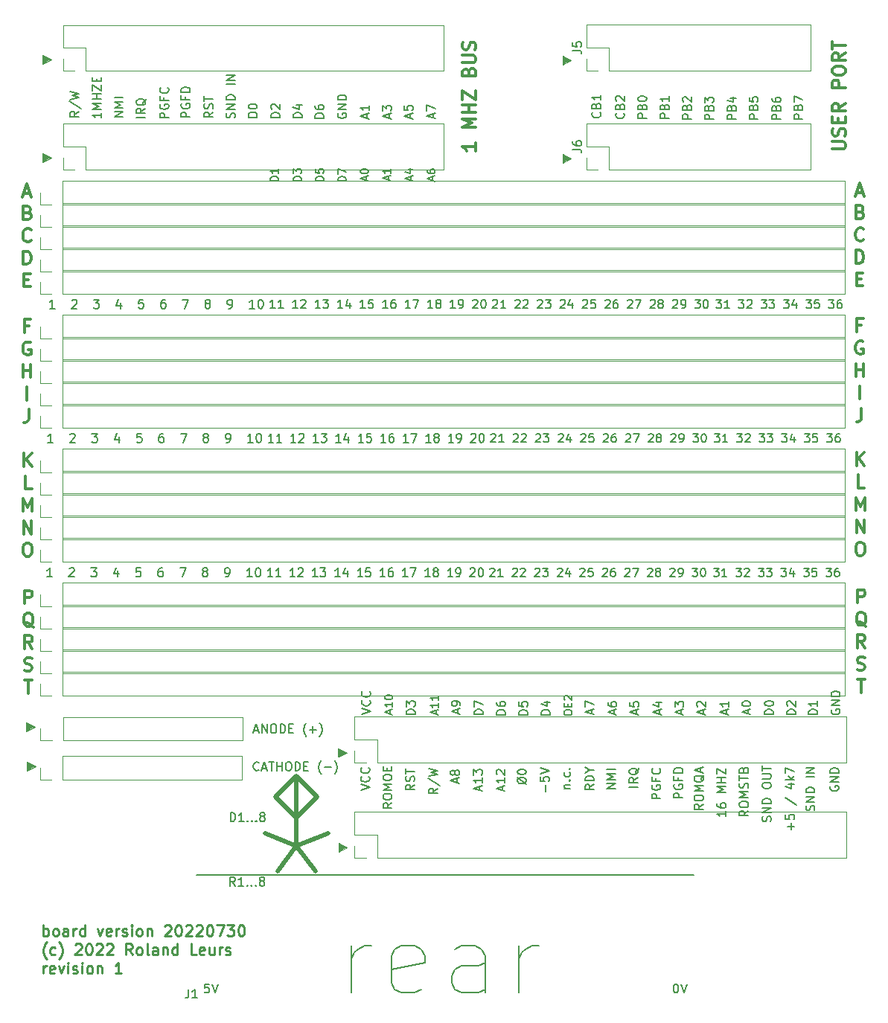
<source format=gbr>
G04 #@! TF.GenerationSoftware,KiCad,Pcbnew,(5.1.2-1)-1*
G04 #@! TF.CreationDate,2022-07-30T23:34:54+02:00*
G04 #@! TF.ProjectId,ElectronBreadBoard,456c6563-7472-46f6-9e42-72656164426f,rev?*
G04 #@! TF.SameCoordinates,Original*
G04 #@! TF.FileFunction,Legend,Top*
G04 #@! TF.FilePolarity,Positive*
%FSLAX46Y46*%
G04 Gerber Fmt 4.6, Leading zero omitted, Abs format (unit mm)*
G04 Created by KiCad (PCBNEW (5.1.2-1)-1) date 2022-07-30 23:34:54*
%MOMM*%
%LPD*%
G04 APERTURE LIST*
%ADD10C,0.250000*%
%ADD11C,0.120000*%
%ADD12C,0.100000*%
%ADD13C,0.150000*%
%ADD14C,0.300000*%
%ADD15C,0.500000*%
%ADD16C,0.200000*%
G04 APERTURE END LIST*
D10*
X65590119Y-158740476D02*
X65590119Y-157490476D01*
X65590119Y-157966666D02*
X65709166Y-157907142D01*
X65947261Y-157907142D01*
X66066309Y-157966666D01*
X66125833Y-158026190D01*
X66185357Y-158145238D01*
X66185357Y-158502380D01*
X66125833Y-158621428D01*
X66066309Y-158680952D01*
X65947261Y-158740476D01*
X65709166Y-158740476D01*
X65590119Y-158680952D01*
X66899642Y-158740476D02*
X66780595Y-158680952D01*
X66721071Y-158621428D01*
X66661547Y-158502380D01*
X66661547Y-158145238D01*
X66721071Y-158026190D01*
X66780595Y-157966666D01*
X66899642Y-157907142D01*
X67078214Y-157907142D01*
X67197261Y-157966666D01*
X67256785Y-158026190D01*
X67316309Y-158145238D01*
X67316309Y-158502380D01*
X67256785Y-158621428D01*
X67197261Y-158680952D01*
X67078214Y-158740476D01*
X66899642Y-158740476D01*
X68387738Y-158740476D02*
X68387738Y-158085714D01*
X68328214Y-157966666D01*
X68209166Y-157907142D01*
X67971071Y-157907142D01*
X67852023Y-157966666D01*
X68387738Y-158680952D02*
X68268690Y-158740476D01*
X67971071Y-158740476D01*
X67852023Y-158680952D01*
X67792500Y-158561904D01*
X67792500Y-158442857D01*
X67852023Y-158323809D01*
X67971071Y-158264285D01*
X68268690Y-158264285D01*
X68387738Y-158204761D01*
X68982976Y-158740476D02*
X68982976Y-157907142D01*
X68982976Y-158145238D02*
X69042500Y-158026190D01*
X69102023Y-157966666D01*
X69221071Y-157907142D01*
X69340119Y-157907142D01*
X70292500Y-158740476D02*
X70292500Y-157490476D01*
X70292500Y-158680952D02*
X70173452Y-158740476D01*
X69935357Y-158740476D01*
X69816309Y-158680952D01*
X69756785Y-158621428D01*
X69697261Y-158502380D01*
X69697261Y-158145238D01*
X69756785Y-158026190D01*
X69816309Y-157966666D01*
X69935357Y-157907142D01*
X70173452Y-157907142D01*
X70292500Y-157966666D01*
X71721071Y-157907142D02*
X72018690Y-158740476D01*
X72316309Y-157907142D01*
X73268690Y-158680952D02*
X73149642Y-158740476D01*
X72911547Y-158740476D01*
X72792500Y-158680952D01*
X72732976Y-158561904D01*
X72732976Y-158085714D01*
X72792500Y-157966666D01*
X72911547Y-157907142D01*
X73149642Y-157907142D01*
X73268690Y-157966666D01*
X73328214Y-158085714D01*
X73328214Y-158204761D01*
X72732976Y-158323809D01*
X73863928Y-158740476D02*
X73863928Y-157907142D01*
X73863928Y-158145238D02*
X73923452Y-158026190D01*
X73982976Y-157966666D01*
X74102023Y-157907142D01*
X74221071Y-157907142D01*
X74578214Y-158680952D02*
X74697261Y-158740476D01*
X74935357Y-158740476D01*
X75054404Y-158680952D01*
X75113928Y-158561904D01*
X75113928Y-158502380D01*
X75054404Y-158383333D01*
X74935357Y-158323809D01*
X74756785Y-158323809D01*
X74637738Y-158264285D01*
X74578214Y-158145238D01*
X74578214Y-158085714D01*
X74637738Y-157966666D01*
X74756785Y-157907142D01*
X74935357Y-157907142D01*
X75054404Y-157966666D01*
X75649642Y-158740476D02*
X75649642Y-157907142D01*
X75649642Y-157490476D02*
X75590119Y-157550000D01*
X75649642Y-157609523D01*
X75709166Y-157550000D01*
X75649642Y-157490476D01*
X75649642Y-157609523D01*
X76423452Y-158740476D02*
X76304404Y-158680952D01*
X76244880Y-158621428D01*
X76185357Y-158502380D01*
X76185357Y-158145238D01*
X76244880Y-158026190D01*
X76304404Y-157966666D01*
X76423452Y-157907142D01*
X76602023Y-157907142D01*
X76721071Y-157966666D01*
X76780595Y-158026190D01*
X76840119Y-158145238D01*
X76840119Y-158502380D01*
X76780595Y-158621428D01*
X76721071Y-158680952D01*
X76602023Y-158740476D01*
X76423452Y-158740476D01*
X77375833Y-157907142D02*
X77375833Y-158740476D01*
X77375833Y-158026190D02*
X77435357Y-157966666D01*
X77554404Y-157907142D01*
X77732976Y-157907142D01*
X77852023Y-157966666D01*
X77911547Y-158085714D01*
X77911547Y-158740476D01*
X79399642Y-157609523D02*
X79459166Y-157550000D01*
X79578214Y-157490476D01*
X79875833Y-157490476D01*
X79994880Y-157550000D01*
X80054404Y-157609523D01*
X80113928Y-157728571D01*
X80113928Y-157847619D01*
X80054404Y-158026190D01*
X79340119Y-158740476D01*
X80113928Y-158740476D01*
X80887738Y-157490476D02*
X81006785Y-157490476D01*
X81125833Y-157550000D01*
X81185357Y-157609523D01*
X81244880Y-157728571D01*
X81304404Y-157966666D01*
X81304404Y-158264285D01*
X81244880Y-158502380D01*
X81185357Y-158621428D01*
X81125833Y-158680952D01*
X81006785Y-158740476D01*
X80887738Y-158740476D01*
X80768690Y-158680952D01*
X80709166Y-158621428D01*
X80649642Y-158502380D01*
X80590119Y-158264285D01*
X80590119Y-157966666D01*
X80649642Y-157728571D01*
X80709166Y-157609523D01*
X80768690Y-157550000D01*
X80887738Y-157490476D01*
X81780595Y-157609523D02*
X81840119Y-157550000D01*
X81959166Y-157490476D01*
X82256785Y-157490476D01*
X82375833Y-157550000D01*
X82435357Y-157609523D01*
X82494880Y-157728571D01*
X82494880Y-157847619D01*
X82435357Y-158026190D01*
X81721071Y-158740476D01*
X82494880Y-158740476D01*
X82971071Y-157609523D02*
X83030595Y-157550000D01*
X83149642Y-157490476D01*
X83447261Y-157490476D01*
X83566309Y-157550000D01*
X83625833Y-157609523D01*
X83685357Y-157728571D01*
X83685357Y-157847619D01*
X83625833Y-158026190D01*
X82911547Y-158740476D01*
X83685357Y-158740476D01*
X84459166Y-157490476D02*
X84578214Y-157490476D01*
X84697261Y-157550000D01*
X84756785Y-157609523D01*
X84816309Y-157728571D01*
X84875833Y-157966666D01*
X84875833Y-158264285D01*
X84816309Y-158502380D01*
X84756785Y-158621428D01*
X84697261Y-158680952D01*
X84578214Y-158740476D01*
X84459166Y-158740476D01*
X84340119Y-158680952D01*
X84280595Y-158621428D01*
X84221071Y-158502380D01*
X84161547Y-158264285D01*
X84161547Y-157966666D01*
X84221071Y-157728571D01*
X84280595Y-157609523D01*
X84340119Y-157550000D01*
X84459166Y-157490476D01*
X85292500Y-157490476D02*
X86125833Y-157490476D01*
X85590119Y-158740476D01*
X86482976Y-157490476D02*
X87256785Y-157490476D01*
X86840119Y-157966666D01*
X87018690Y-157966666D01*
X87137738Y-158026190D01*
X87197261Y-158085714D01*
X87256785Y-158204761D01*
X87256785Y-158502380D01*
X87197261Y-158621428D01*
X87137738Y-158680952D01*
X87018690Y-158740476D01*
X86661547Y-158740476D01*
X86542500Y-158680952D01*
X86482976Y-158621428D01*
X88030595Y-157490476D02*
X88149642Y-157490476D01*
X88268690Y-157550000D01*
X88328214Y-157609523D01*
X88387738Y-157728571D01*
X88447261Y-157966666D01*
X88447261Y-158264285D01*
X88387738Y-158502380D01*
X88328214Y-158621428D01*
X88268690Y-158680952D01*
X88149642Y-158740476D01*
X88030595Y-158740476D01*
X87911547Y-158680952D01*
X87852023Y-158621428D01*
X87792500Y-158502380D01*
X87732976Y-158264285D01*
X87732976Y-157966666D01*
X87792500Y-157728571D01*
X87852023Y-157609523D01*
X87911547Y-157550000D01*
X88030595Y-157490476D01*
X65947261Y-161341666D02*
X65887738Y-161282142D01*
X65768690Y-161103571D01*
X65709166Y-160984523D01*
X65649642Y-160805952D01*
X65590119Y-160508333D01*
X65590119Y-160270238D01*
X65649642Y-159972619D01*
X65709166Y-159794047D01*
X65768690Y-159675000D01*
X65887738Y-159496428D01*
X65947261Y-159436904D01*
X66959166Y-160805952D02*
X66840119Y-160865476D01*
X66602023Y-160865476D01*
X66482976Y-160805952D01*
X66423452Y-160746428D01*
X66363928Y-160627380D01*
X66363928Y-160270238D01*
X66423452Y-160151190D01*
X66482976Y-160091666D01*
X66602023Y-160032142D01*
X66840119Y-160032142D01*
X66959166Y-160091666D01*
X67375833Y-161341666D02*
X67435357Y-161282142D01*
X67554404Y-161103571D01*
X67613928Y-160984523D01*
X67673452Y-160805952D01*
X67732976Y-160508333D01*
X67732976Y-160270238D01*
X67673452Y-159972619D01*
X67613928Y-159794047D01*
X67554404Y-159675000D01*
X67435357Y-159496428D01*
X67375833Y-159436904D01*
X69221071Y-159734523D02*
X69280595Y-159675000D01*
X69399642Y-159615476D01*
X69697261Y-159615476D01*
X69816309Y-159675000D01*
X69875833Y-159734523D01*
X69935357Y-159853571D01*
X69935357Y-159972619D01*
X69875833Y-160151190D01*
X69161547Y-160865476D01*
X69935357Y-160865476D01*
X70709166Y-159615476D02*
X70828214Y-159615476D01*
X70947261Y-159675000D01*
X71006785Y-159734523D01*
X71066309Y-159853571D01*
X71125833Y-160091666D01*
X71125833Y-160389285D01*
X71066309Y-160627380D01*
X71006785Y-160746428D01*
X70947261Y-160805952D01*
X70828214Y-160865476D01*
X70709166Y-160865476D01*
X70590119Y-160805952D01*
X70530595Y-160746428D01*
X70471071Y-160627380D01*
X70411547Y-160389285D01*
X70411547Y-160091666D01*
X70471071Y-159853571D01*
X70530595Y-159734523D01*
X70590119Y-159675000D01*
X70709166Y-159615476D01*
X71602023Y-159734523D02*
X71661547Y-159675000D01*
X71780595Y-159615476D01*
X72078214Y-159615476D01*
X72197261Y-159675000D01*
X72256785Y-159734523D01*
X72316309Y-159853571D01*
X72316309Y-159972619D01*
X72256785Y-160151190D01*
X71542500Y-160865476D01*
X72316309Y-160865476D01*
X72792500Y-159734523D02*
X72852023Y-159675000D01*
X72971071Y-159615476D01*
X73268690Y-159615476D01*
X73387738Y-159675000D01*
X73447261Y-159734523D01*
X73506785Y-159853571D01*
X73506785Y-159972619D01*
X73447261Y-160151190D01*
X72732976Y-160865476D01*
X73506785Y-160865476D01*
X75709166Y-160865476D02*
X75292500Y-160270238D01*
X74994880Y-160865476D02*
X74994880Y-159615476D01*
X75471071Y-159615476D01*
X75590119Y-159675000D01*
X75649642Y-159734523D01*
X75709166Y-159853571D01*
X75709166Y-160032142D01*
X75649642Y-160151190D01*
X75590119Y-160210714D01*
X75471071Y-160270238D01*
X74994880Y-160270238D01*
X76423452Y-160865476D02*
X76304404Y-160805952D01*
X76244880Y-160746428D01*
X76185357Y-160627380D01*
X76185357Y-160270238D01*
X76244880Y-160151190D01*
X76304404Y-160091666D01*
X76423452Y-160032142D01*
X76602023Y-160032142D01*
X76721071Y-160091666D01*
X76780595Y-160151190D01*
X76840119Y-160270238D01*
X76840119Y-160627380D01*
X76780595Y-160746428D01*
X76721071Y-160805952D01*
X76602023Y-160865476D01*
X76423452Y-160865476D01*
X77554404Y-160865476D02*
X77435357Y-160805952D01*
X77375833Y-160686904D01*
X77375833Y-159615476D01*
X78566309Y-160865476D02*
X78566309Y-160210714D01*
X78506785Y-160091666D01*
X78387738Y-160032142D01*
X78149642Y-160032142D01*
X78030595Y-160091666D01*
X78566309Y-160805952D02*
X78447261Y-160865476D01*
X78149642Y-160865476D01*
X78030595Y-160805952D01*
X77971071Y-160686904D01*
X77971071Y-160567857D01*
X78030595Y-160448809D01*
X78149642Y-160389285D01*
X78447261Y-160389285D01*
X78566309Y-160329761D01*
X79161547Y-160032142D02*
X79161547Y-160865476D01*
X79161547Y-160151190D02*
X79221071Y-160091666D01*
X79340119Y-160032142D01*
X79518690Y-160032142D01*
X79637738Y-160091666D01*
X79697261Y-160210714D01*
X79697261Y-160865476D01*
X80828214Y-160865476D02*
X80828214Y-159615476D01*
X80828214Y-160805952D02*
X80709166Y-160865476D01*
X80471071Y-160865476D01*
X80352023Y-160805952D01*
X80292500Y-160746428D01*
X80232976Y-160627380D01*
X80232976Y-160270238D01*
X80292500Y-160151190D01*
X80352023Y-160091666D01*
X80471071Y-160032142D01*
X80709166Y-160032142D01*
X80828214Y-160091666D01*
X82971071Y-160865476D02*
X82375833Y-160865476D01*
X82375833Y-159615476D01*
X83863928Y-160805952D02*
X83744880Y-160865476D01*
X83506785Y-160865476D01*
X83387738Y-160805952D01*
X83328214Y-160686904D01*
X83328214Y-160210714D01*
X83387738Y-160091666D01*
X83506785Y-160032142D01*
X83744880Y-160032142D01*
X83863928Y-160091666D01*
X83923452Y-160210714D01*
X83923452Y-160329761D01*
X83328214Y-160448809D01*
X84994880Y-160032142D02*
X84994880Y-160865476D01*
X84459166Y-160032142D02*
X84459166Y-160686904D01*
X84518690Y-160805952D01*
X84637738Y-160865476D01*
X84816309Y-160865476D01*
X84935357Y-160805952D01*
X84994880Y-160746428D01*
X85590119Y-160865476D02*
X85590119Y-160032142D01*
X85590119Y-160270238D02*
X85649642Y-160151190D01*
X85709166Y-160091666D01*
X85828214Y-160032142D01*
X85947261Y-160032142D01*
X86304404Y-160805952D02*
X86423452Y-160865476D01*
X86661547Y-160865476D01*
X86780595Y-160805952D01*
X86840119Y-160686904D01*
X86840119Y-160627380D01*
X86780595Y-160508333D01*
X86661547Y-160448809D01*
X86482976Y-160448809D01*
X86363928Y-160389285D01*
X86304404Y-160270238D01*
X86304404Y-160210714D01*
X86363928Y-160091666D01*
X86482976Y-160032142D01*
X86661547Y-160032142D01*
X86780595Y-160091666D01*
X65590119Y-162990476D02*
X65590119Y-162157142D01*
X65590119Y-162395238D02*
X65649642Y-162276190D01*
X65709166Y-162216666D01*
X65828214Y-162157142D01*
X65947261Y-162157142D01*
X66840119Y-162930952D02*
X66721071Y-162990476D01*
X66482976Y-162990476D01*
X66363928Y-162930952D01*
X66304404Y-162811904D01*
X66304404Y-162335714D01*
X66363928Y-162216666D01*
X66482976Y-162157142D01*
X66721071Y-162157142D01*
X66840119Y-162216666D01*
X66899642Y-162335714D01*
X66899642Y-162454761D01*
X66304404Y-162573809D01*
X67316309Y-162157142D02*
X67613928Y-162990476D01*
X67911547Y-162157142D01*
X68387738Y-162990476D02*
X68387738Y-162157142D01*
X68387738Y-161740476D02*
X68328214Y-161800000D01*
X68387738Y-161859523D01*
X68447261Y-161800000D01*
X68387738Y-161740476D01*
X68387738Y-161859523D01*
X68923452Y-162930952D02*
X69042500Y-162990476D01*
X69280595Y-162990476D01*
X69399642Y-162930952D01*
X69459166Y-162811904D01*
X69459166Y-162752380D01*
X69399642Y-162633333D01*
X69280595Y-162573809D01*
X69102023Y-162573809D01*
X68982976Y-162514285D01*
X68923452Y-162395238D01*
X68923452Y-162335714D01*
X68982976Y-162216666D01*
X69102023Y-162157142D01*
X69280595Y-162157142D01*
X69399642Y-162216666D01*
X69994880Y-162990476D02*
X69994880Y-162157142D01*
X69994880Y-161740476D02*
X69935357Y-161800000D01*
X69994880Y-161859523D01*
X70054404Y-161800000D01*
X69994880Y-161740476D01*
X69994880Y-161859523D01*
X70768690Y-162990476D02*
X70649642Y-162930952D01*
X70590119Y-162871428D01*
X70530595Y-162752380D01*
X70530595Y-162395238D01*
X70590119Y-162276190D01*
X70649642Y-162216666D01*
X70768690Y-162157142D01*
X70947261Y-162157142D01*
X71066309Y-162216666D01*
X71125833Y-162276190D01*
X71185357Y-162395238D01*
X71185357Y-162752380D01*
X71125833Y-162871428D01*
X71066309Y-162930952D01*
X70947261Y-162990476D01*
X70768690Y-162990476D01*
X71721071Y-162157142D02*
X71721071Y-162990476D01*
X71721071Y-162276190D02*
X71780595Y-162216666D01*
X71899642Y-162157142D01*
X72078214Y-162157142D01*
X72197261Y-162216666D01*
X72256785Y-162335714D01*
X72256785Y-162990476D01*
X74459166Y-162990476D02*
X73744880Y-162990476D01*
X74102023Y-162990476D02*
X74102023Y-161740476D01*
X73982976Y-161919047D01*
X73863928Y-162038095D01*
X73744880Y-162097619D01*
D11*
X124630000Y-69760000D02*
X124630000Y-70750000D01*
X124630000Y-70750000D02*
X125620000Y-70270000D01*
X125620000Y-70270000D02*
X124630000Y-69760000D01*
D12*
G36*
X125550000Y-59100000D02*
G01*
X124640000Y-59570000D01*
X124660000Y-58640000D01*
X125550000Y-59100000D01*
G37*
X125550000Y-59100000D02*
X124640000Y-59570000D01*
X124660000Y-58640000D01*
X125550000Y-59100000D01*
D11*
X124630000Y-58590000D02*
X124630000Y-59580000D01*
X124630000Y-59580000D02*
X125620000Y-59100000D01*
D12*
G36*
X125550000Y-70270000D02*
G01*
X124640000Y-70740000D01*
X124660000Y-69810000D01*
X125550000Y-70270000D01*
G37*
X125550000Y-70270000D02*
X124640000Y-70740000D01*
X124660000Y-69810000D01*
X125550000Y-70270000D01*
D11*
X125620000Y-59100000D02*
X124630000Y-58590000D01*
X65470000Y-58510000D02*
X65470000Y-59500000D01*
X65470000Y-59500000D02*
X66460000Y-59020000D01*
X66460000Y-59020000D02*
X65470000Y-58510000D01*
D12*
G36*
X66390000Y-59020000D02*
G01*
X65480000Y-59490000D01*
X65500000Y-58560000D01*
X66390000Y-59020000D01*
G37*
X66390000Y-59020000D02*
X65480000Y-59490000D01*
X65500000Y-58560000D01*
X66390000Y-59020000D01*
D11*
X64700000Y-139430000D02*
X63710000Y-138920000D01*
X63700000Y-138920000D02*
X63700000Y-139910000D01*
D12*
G36*
X64630000Y-139430000D02*
G01*
X63720000Y-139900000D01*
X63740000Y-138970000D01*
X64630000Y-139430000D01*
G37*
X64630000Y-139430000D02*
X63720000Y-139900000D01*
X63740000Y-138970000D01*
X64630000Y-139430000D01*
D11*
X63710000Y-139910000D02*
X64700000Y-139430000D01*
X63630000Y-134470000D02*
X63630000Y-135460000D01*
X63630000Y-135460000D02*
X64620000Y-134980000D01*
X64620000Y-134980000D02*
X63630000Y-134470000D01*
D12*
G36*
X64550000Y-134980000D02*
G01*
X63640000Y-135450000D01*
X63660000Y-134520000D01*
X64550000Y-134980000D01*
G37*
X64550000Y-134980000D02*
X63640000Y-135450000D01*
X63660000Y-134520000D01*
X64550000Y-134980000D01*
D11*
X99130000Y-137370000D02*
X99130000Y-138360000D01*
X99130000Y-138360000D02*
X100120000Y-137880000D01*
X100120000Y-137880000D02*
X99130000Y-137370000D01*
D12*
G36*
X100050000Y-137880000D02*
G01*
X99140000Y-138350000D01*
X99160000Y-137420000D01*
X100050000Y-137880000D01*
G37*
X100050000Y-137880000D02*
X99140000Y-138350000D01*
X99160000Y-137420000D01*
X100050000Y-137880000D01*
D11*
X99140000Y-148170000D02*
X99140000Y-149160000D01*
X99140000Y-149160000D02*
X100130000Y-148680000D01*
X100130000Y-148680000D02*
X99140000Y-148170000D01*
D12*
G36*
X100090000Y-148660000D02*
G01*
X99180000Y-149130000D01*
X99200000Y-148200000D01*
X100090000Y-148660000D01*
G37*
X100090000Y-148660000D02*
X99180000Y-149130000D01*
X99200000Y-148200000D01*
X100090000Y-148660000D01*
G36*
X66390000Y-70190000D02*
G01*
X65480000Y-70660000D01*
X65500000Y-69730000D01*
X66390000Y-70190000D01*
G37*
X66390000Y-70190000D02*
X65480000Y-70660000D01*
X65500000Y-69730000D01*
X66390000Y-70190000D01*
D11*
X66460000Y-70190000D02*
X65470000Y-69680000D01*
X65470000Y-70670000D02*
X66460000Y-70190000D01*
X65470000Y-69680000D02*
X65470000Y-70670000D01*
D13*
X87402857Y-153032380D02*
X87069523Y-152556190D01*
X86831428Y-153032380D02*
X86831428Y-152032380D01*
X87212380Y-152032380D01*
X87307619Y-152080000D01*
X87355238Y-152127619D01*
X87402857Y-152222857D01*
X87402857Y-152365714D01*
X87355238Y-152460952D01*
X87307619Y-152508571D01*
X87212380Y-152556190D01*
X86831428Y-152556190D01*
X88355238Y-153032380D02*
X87783809Y-153032380D01*
X88069523Y-153032380D02*
X88069523Y-152032380D01*
X87974285Y-152175238D01*
X87879047Y-152270476D01*
X87783809Y-152318095D01*
X88783809Y-152937142D02*
X88831428Y-152984761D01*
X88783809Y-153032380D01*
X88736190Y-152984761D01*
X88783809Y-152937142D01*
X88783809Y-153032380D01*
X89260000Y-152937142D02*
X89307619Y-152984761D01*
X89260000Y-153032380D01*
X89212380Y-152984761D01*
X89260000Y-152937142D01*
X89260000Y-153032380D01*
X89736190Y-152937142D02*
X89783809Y-152984761D01*
X89736190Y-153032380D01*
X89688571Y-152984761D01*
X89736190Y-152937142D01*
X89736190Y-153032380D01*
X90355238Y-152460952D02*
X90260000Y-152413333D01*
X90212380Y-152365714D01*
X90164761Y-152270476D01*
X90164761Y-152222857D01*
X90212380Y-152127619D01*
X90260000Y-152080000D01*
X90355238Y-152032380D01*
X90545714Y-152032380D01*
X90640952Y-152080000D01*
X90688571Y-152127619D01*
X90736190Y-152222857D01*
X90736190Y-152270476D01*
X90688571Y-152365714D01*
X90640952Y-152413333D01*
X90545714Y-152460952D01*
X90355238Y-152460952D01*
X90260000Y-152508571D01*
X90212380Y-152556190D01*
X90164761Y-152651428D01*
X90164761Y-152841904D01*
X90212380Y-152937142D01*
X90260000Y-152984761D01*
X90355238Y-153032380D01*
X90545714Y-153032380D01*
X90640952Y-152984761D01*
X90688571Y-152937142D01*
X90736190Y-152841904D01*
X90736190Y-152651428D01*
X90688571Y-152556190D01*
X90640952Y-152508571D01*
X90545714Y-152460952D01*
X86871428Y-145702380D02*
X86871428Y-144702380D01*
X87109523Y-144702380D01*
X87252380Y-144750000D01*
X87347619Y-144845238D01*
X87395238Y-144940476D01*
X87442857Y-145130952D01*
X87442857Y-145273809D01*
X87395238Y-145464285D01*
X87347619Y-145559523D01*
X87252380Y-145654761D01*
X87109523Y-145702380D01*
X86871428Y-145702380D01*
X88395238Y-145702380D02*
X87823809Y-145702380D01*
X88109523Y-145702380D02*
X88109523Y-144702380D01*
X88014285Y-144845238D01*
X87919047Y-144940476D01*
X87823809Y-144988095D01*
X88823809Y-145607142D02*
X88871428Y-145654761D01*
X88823809Y-145702380D01*
X88776190Y-145654761D01*
X88823809Y-145607142D01*
X88823809Y-145702380D01*
X89300000Y-145607142D02*
X89347619Y-145654761D01*
X89300000Y-145702380D01*
X89252380Y-145654761D01*
X89300000Y-145607142D01*
X89300000Y-145702380D01*
X89776190Y-145607142D02*
X89823809Y-145654761D01*
X89776190Y-145702380D01*
X89728571Y-145654761D01*
X89776190Y-145607142D01*
X89776190Y-145702380D01*
X90395238Y-145130952D02*
X90300000Y-145083333D01*
X90252380Y-145035714D01*
X90204761Y-144940476D01*
X90204761Y-144892857D01*
X90252380Y-144797619D01*
X90300000Y-144750000D01*
X90395238Y-144702380D01*
X90585714Y-144702380D01*
X90680952Y-144750000D01*
X90728571Y-144797619D01*
X90776190Y-144892857D01*
X90776190Y-144940476D01*
X90728571Y-145035714D01*
X90680952Y-145083333D01*
X90585714Y-145130952D01*
X90395238Y-145130952D01*
X90300000Y-145178571D01*
X90252380Y-145226190D01*
X90204761Y-145321428D01*
X90204761Y-145511904D01*
X90252380Y-145607142D01*
X90300000Y-145654761D01*
X90395238Y-145702380D01*
X90585714Y-145702380D01*
X90680952Y-145654761D01*
X90728571Y-145607142D01*
X90776190Y-145511904D01*
X90776190Y-145321428D01*
X90728571Y-145226190D01*
X90680952Y-145178571D01*
X90585714Y-145130952D01*
X90093333Y-139837142D02*
X90045714Y-139884761D01*
X89902857Y-139932380D01*
X89807619Y-139932380D01*
X89664761Y-139884761D01*
X89569523Y-139789523D01*
X89521904Y-139694285D01*
X89474285Y-139503809D01*
X89474285Y-139360952D01*
X89521904Y-139170476D01*
X89569523Y-139075238D01*
X89664761Y-138980000D01*
X89807619Y-138932380D01*
X89902857Y-138932380D01*
X90045714Y-138980000D01*
X90093333Y-139027619D01*
X90474285Y-139646666D02*
X90950476Y-139646666D01*
X90379047Y-139932380D02*
X90712380Y-138932380D01*
X91045714Y-139932380D01*
X91236190Y-138932380D02*
X91807619Y-138932380D01*
X91521904Y-139932380D02*
X91521904Y-138932380D01*
X92140952Y-139932380D02*
X92140952Y-138932380D01*
X92140952Y-139408571D02*
X92712380Y-139408571D01*
X92712380Y-139932380D02*
X92712380Y-138932380D01*
X93379047Y-138932380D02*
X93569523Y-138932380D01*
X93664761Y-138980000D01*
X93760000Y-139075238D01*
X93807619Y-139265714D01*
X93807619Y-139599047D01*
X93760000Y-139789523D01*
X93664761Y-139884761D01*
X93569523Y-139932380D01*
X93379047Y-139932380D01*
X93283809Y-139884761D01*
X93188571Y-139789523D01*
X93140952Y-139599047D01*
X93140952Y-139265714D01*
X93188571Y-139075238D01*
X93283809Y-138980000D01*
X93379047Y-138932380D01*
X94236190Y-139932380D02*
X94236190Y-138932380D01*
X94474285Y-138932380D01*
X94617142Y-138980000D01*
X94712380Y-139075238D01*
X94760000Y-139170476D01*
X94807619Y-139360952D01*
X94807619Y-139503809D01*
X94760000Y-139694285D01*
X94712380Y-139789523D01*
X94617142Y-139884761D01*
X94474285Y-139932380D01*
X94236190Y-139932380D01*
X95236190Y-139408571D02*
X95569523Y-139408571D01*
X95712380Y-139932380D02*
X95236190Y-139932380D01*
X95236190Y-138932380D01*
X95712380Y-138932380D01*
X97188571Y-140313333D02*
X97140952Y-140265714D01*
X97045714Y-140122857D01*
X96998095Y-140027619D01*
X96950476Y-139884761D01*
X96902857Y-139646666D01*
X96902857Y-139456190D01*
X96950476Y-139218095D01*
X96998095Y-139075238D01*
X97045714Y-138980000D01*
X97140952Y-138837142D01*
X97188571Y-138789523D01*
X97569523Y-139551428D02*
X98331428Y-139551428D01*
X98712380Y-140313333D02*
X98760000Y-140265714D01*
X98855238Y-140122857D01*
X98902857Y-140027619D01*
X98950476Y-139884761D01*
X98998095Y-139646666D01*
X98998095Y-139456190D01*
X98950476Y-139218095D01*
X98902857Y-139075238D01*
X98855238Y-138980000D01*
X98760000Y-138837142D01*
X98712380Y-138789523D01*
X89535238Y-135346666D02*
X90011428Y-135346666D01*
X89440000Y-135632380D02*
X89773333Y-134632380D01*
X90106666Y-135632380D01*
X90440000Y-135632380D02*
X90440000Y-134632380D01*
X91011428Y-135632380D01*
X91011428Y-134632380D01*
X91678095Y-134632380D02*
X91868571Y-134632380D01*
X91963809Y-134680000D01*
X92059047Y-134775238D01*
X92106666Y-134965714D01*
X92106666Y-135299047D01*
X92059047Y-135489523D01*
X91963809Y-135584761D01*
X91868571Y-135632380D01*
X91678095Y-135632380D01*
X91582857Y-135584761D01*
X91487619Y-135489523D01*
X91440000Y-135299047D01*
X91440000Y-134965714D01*
X91487619Y-134775238D01*
X91582857Y-134680000D01*
X91678095Y-134632380D01*
X92535238Y-135632380D02*
X92535238Y-134632380D01*
X92773333Y-134632380D01*
X92916190Y-134680000D01*
X93011428Y-134775238D01*
X93059047Y-134870476D01*
X93106666Y-135060952D01*
X93106666Y-135203809D01*
X93059047Y-135394285D01*
X93011428Y-135489523D01*
X92916190Y-135584761D01*
X92773333Y-135632380D01*
X92535238Y-135632380D01*
X93535238Y-135108571D02*
X93868571Y-135108571D01*
X94011428Y-135632380D02*
X93535238Y-135632380D01*
X93535238Y-134632380D01*
X94011428Y-134632380D01*
X95487619Y-136013333D02*
X95440000Y-135965714D01*
X95344761Y-135822857D01*
X95297142Y-135727619D01*
X95249523Y-135584761D01*
X95201904Y-135346666D01*
X95201904Y-135156190D01*
X95249523Y-134918095D01*
X95297142Y-134775238D01*
X95344761Y-134680000D01*
X95440000Y-134537142D01*
X95487619Y-134489523D01*
X95868571Y-135251428D02*
X96630476Y-135251428D01*
X96249523Y-135632380D02*
X96249523Y-134870476D01*
X97011428Y-136013333D02*
X97059047Y-135965714D01*
X97154285Y-135822857D01*
X97201904Y-135727619D01*
X97249523Y-135584761D01*
X97297142Y-135346666D01*
X97297142Y-135156190D01*
X97249523Y-134918095D01*
X97201904Y-134775238D01*
X97154285Y-134680000D01*
X97059047Y-134537142D01*
X97011428Y-134489523D01*
D14*
X155308571Y-69190000D02*
X156522857Y-69190000D01*
X156665714Y-69118571D01*
X156737142Y-69047142D01*
X156808571Y-68904285D01*
X156808571Y-68618571D01*
X156737142Y-68475714D01*
X156665714Y-68404285D01*
X156522857Y-68332857D01*
X155308571Y-68332857D01*
X156737142Y-67690000D02*
X156808571Y-67475714D01*
X156808571Y-67118571D01*
X156737142Y-66975714D01*
X156665714Y-66904285D01*
X156522857Y-66832857D01*
X156380000Y-66832857D01*
X156237142Y-66904285D01*
X156165714Y-66975714D01*
X156094285Y-67118571D01*
X156022857Y-67404285D01*
X155951428Y-67547142D01*
X155880000Y-67618571D01*
X155737142Y-67690000D01*
X155594285Y-67690000D01*
X155451428Y-67618571D01*
X155380000Y-67547142D01*
X155308571Y-67404285D01*
X155308571Y-67047142D01*
X155380000Y-66832857D01*
X156022857Y-66190000D02*
X156022857Y-65690000D01*
X156808571Y-65475714D02*
X156808571Y-66190000D01*
X155308571Y-66190000D01*
X155308571Y-65475714D01*
X156808571Y-63975714D02*
X156094285Y-64475714D01*
X156808571Y-64832857D02*
X155308571Y-64832857D01*
X155308571Y-64261428D01*
X155380000Y-64118571D01*
X155451428Y-64047142D01*
X155594285Y-63975714D01*
X155808571Y-63975714D01*
X155951428Y-64047142D01*
X156022857Y-64118571D01*
X156094285Y-64261428D01*
X156094285Y-64832857D01*
X156808571Y-62190000D02*
X155308571Y-62190000D01*
X155308571Y-61618571D01*
X155380000Y-61475714D01*
X155451428Y-61404285D01*
X155594285Y-61332857D01*
X155808571Y-61332857D01*
X155951428Y-61404285D01*
X156022857Y-61475714D01*
X156094285Y-61618571D01*
X156094285Y-62190000D01*
X155308571Y-60404285D02*
X155308571Y-60118571D01*
X155380000Y-59975714D01*
X155522857Y-59832857D01*
X155808571Y-59761428D01*
X156308571Y-59761428D01*
X156594285Y-59832857D01*
X156737142Y-59975714D01*
X156808571Y-60118571D01*
X156808571Y-60404285D01*
X156737142Y-60547142D01*
X156594285Y-60690000D01*
X156308571Y-60761428D01*
X155808571Y-60761428D01*
X155522857Y-60690000D01*
X155380000Y-60547142D01*
X155308571Y-60404285D01*
X156808571Y-58261428D02*
X156094285Y-58761428D01*
X156808571Y-59118571D02*
X155308571Y-59118571D01*
X155308571Y-58547142D01*
X155380000Y-58404285D01*
X155451428Y-58332857D01*
X155594285Y-58261428D01*
X155808571Y-58261428D01*
X155951428Y-58332857D01*
X156022857Y-58404285D01*
X156094285Y-58547142D01*
X156094285Y-59118571D01*
X155308571Y-57832857D02*
X155308571Y-56975714D01*
X156808571Y-57404285D02*
X155308571Y-57404285D01*
X114768571Y-68511428D02*
X114768571Y-69368571D01*
X114768571Y-68940000D02*
X113268571Y-68940000D01*
X113482857Y-69082857D01*
X113625714Y-69225714D01*
X113697142Y-69368571D01*
X114768571Y-66725714D02*
X113268571Y-66725714D01*
X114340000Y-66225714D01*
X113268571Y-65725714D01*
X114768571Y-65725714D01*
X114768571Y-65011428D02*
X113268571Y-65011428D01*
X113982857Y-65011428D02*
X113982857Y-64154285D01*
X114768571Y-64154285D02*
X113268571Y-64154285D01*
X113268571Y-63582857D02*
X113268571Y-62582857D01*
X114768571Y-63582857D01*
X114768571Y-62582857D01*
X113982857Y-60368571D02*
X114054285Y-60154285D01*
X114125714Y-60082857D01*
X114268571Y-60011428D01*
X114482857Y-60011428D01*
X114625714Y-60082857D01*
X114697142Y-60154285D01*
X114768571Y-60297142D01*
X114768571Y-60868571D01*
X113268571Y-60868571D01*
X113268571Y-60368571D01*
X113340000Y-60225714D01*
X113411428Y-60154285D01*
X113554285Y-60082857D01*
X113697142Y-60082857D01*
X113840000Y-60154285D01*
X113911428Y-60225714D01*
X113982857Y-60368571D01*
X113982857Y-60868571D01*
X113268571Y-59368571D02*
X114482857Y-59368571D01*
X114625714Y-59297142D01*
X114697142Y-59225714D01*
X114768571Y-59082857D01*
X114768571Y-58797142D01*
X114697142Y-58654285D01*
X114625714Y-58582857D01*
X114482857Y-58511428D01*
X113268571Y-58511428D01*
X114697142Y-57868571D02*
X114768571Y-57654285D01*
X114768571Y-57297142D01*
X114697142Y-57154285D01*
X114625714Y-57082857D01*
X114482857Y-57011428D01*
X114340000Y-57011428D01*
X114197142Y-57082857D01*
X114125714Y-57154285D01*
X114054285Y-57297142D01*
X113982857Y-57582857D01*
X113911428Y-57725714D01*
X113840000Y-57797142D01*
X113697142Y-57868571D01*
X113554285Y-57868571D01*
X113411428Y-57797142D01*
X113340000Y-57725714D01*
X113268571Y-57582857D01*
X113268571Y-57225714D01*
X113340000Y-57011428D01*
D13*
X142112857Y-86334285D02*
X142707142Y-86334285D01*
X142387142Y-86700000D01*
X142524285Y-86700000D01*
X142615714Y-86745714D01*
X142661428Y-86791428D01*
X142707142Y-86882857D01*
X142707142Y-87111428D01*
X142661428Y-87202857D01*
X142615714Y-87248571D01*
X142524285Y-87294285D01*
X142250000Y-87294285D01*
X142158571Y-87248571D01*
X142112857Y-87202857D01*
X143621428Y-87294285D02*
X143072857Y-87294285D01*
X143347142Y-87294285D02*
X143347142Y-86334285D01*
X143255714Y-86471428D01*
X143164285Y-86562857D01*
X143072857Y-86608571D01*
X144672857Y-86334285D02*
X145267142Y-86334285D01*
X144947142Y-86700000D01*
X145084285Y-86700000D01*
X145175714Y-86745714D01*
X145221428Y-86791428D01*
X145267142Y-86882857D01*
X145267142Y-87111428D01*
X145221428Y-87202857D01*
X145175714Y-87248571D01*
X145084285Y-87294285D01*
X144810000Y-87294285D01*
X144718571Y-87248571D01*
X144672857Y-87202857D01*
X145632857Y-86425714D02*
X145678571Y-86380000D01*
X145770000Y-86334285D01*
X145998571Y-86334285D01*
X146090000Y-86380000D01*
X146135714Y-86425714D01*
X146181428Y-86517142D01*
X146181428Y-86608571D01*
X146135714Y-86745714D01*
X145587142Y-87294285D01*
X146181428Y-87294285D01*
X147232857Y-86334285D02*
X147827142Y-86334285D01*
X147507142Y-86700000D01*
X147644285Y-86700000D01*
X147735714Y-86745714D01*
X147781428Y-86791428D01*
X147827142Y-86882857D01*
X147827142Y-87111428D01*
X147781428Y-87202857D01*
X147735714Y-87248571D01*
X147644285Y-87294285D01*
X147370000Y-87294285D01*
X147278571Y-87248571D01*
X147232857Y-87202857D01*
X148147142Y-86334285D02*
X148741428Y-86334285D01*
X148421428Y-86700000D01*
X148558571Y-86700000D01*
X148650000Y-86745714D01*
X148695714Y-86791428D01*
X148741428Y-86882857D01*
X148741428Y-87111428D01*
X148695714Y-87202857D01*
X148650000Y-87248571D01*
X148558571Y-87294285D01*
X148284285Y-87294285D01*
X148192857Y-87248571D01*
X148147142Y-87202857D01*
X149792857Y-86334285D02*
X150387142Y-86334285D01*
X150067142Y-86700000D01*
X150204285Y-86700000D01*
X150295714Y-86745714D01*
X150341428Y-86791428D01*
X150387142Y-86882857D01*
X150387142Y-87111428D01*
X150341428Y-87202857D01*
X150295714Y-87248571D01*
X150204285Y-87294285D01*
X149930000Y-87294285D01*
X149838571Y-87248571D01*
X149792857Y-87202857D01*
X151210000Y-86654285D02*
X151210000Y-87294285D01*
X150981428Y-86288571D02*
X150752857Y-86974285D01*
X151347142Y-86974285D01*
X152352857Y-86334285D02*
X152947142Y-86334285D01*
X152627142Y-86700000D01*
X152764285Y-86700000D01*
X152855714Y-86745714D01*
X152901428Y-86791428D01*
X152947142Y-86882857D01*
X152947142Y-87111428D01*
X152901428Y-87202857D01*
X152855714Y-87248571D01*
X152764285Y-87294285D01*
X152490000Y-87294285D01*
X152398571Y-87248571D01*
X152352857Y-87202857D01*
X153815714Y-86334285D02*
X153358571Y-86334285D01*
X153312857Y-86791428D01*
X153358571Y-86745714D01*
X153450000Y-86700000D01*
X153678571Y-86700000D01*
X153770000Y-86745714D01*
X153815714Y-86791428D01*
X153861428Y-86882857D01*
X153861428Y-87111428D01*
X153815714Y-87202857D01*
X153770000Y-87248571D01*
X153678571Y-87294285D01*
X153450000Y-87294285D01*
X153358571Y-87248571D01*
X153312857Y-87202857D01*
X154912857Y-86334285D02*
X155507142Y-86334285D01*
X155187142Y-86700000D01*
X155324285Y-86700000D01*
X155415714Y-86745714D01*
X155461428Y-86791428D01*
X155507142Y-86882857D01*
X155507142Y-87111428D01*
X155461428Y-87202857D01*
X155415714Y-87248571D01*
X155324285Y-87294285D01*
X155050000Y-87294285D01*
X154958571Y-87248571D01*
X154912857Y-87202857D01*
X156330000Y-86334285D02*
X156147142Y-86334285D01*
X156055714Y-86380000D01*
X156010000Y-86425714D01*
X155918571Y-86562857D01*
X155872857Y-86745714D01*
X155872857Y-87111428D01*
X155918571Y-87202857D01*
X155964285Y-87248571D01*
X156055714Y-87294285D01*
X156238571Y-87294285D01*
X156330000Y-87248571D01*
X156375714Y-87202857D01*
X156421428Y-87111428D01*
X156421428Y-86882857D01*
X156375714Y-86791428D01*
X156330000Y-86745714D01*
X156238571Y-86700000D01*
X156055714Y-86700000D01*
X155964285Y-86745714D01*
X155918571Y-86791428D01*
X155872857Y-86882857D01*
X116698571Y-86425714D02*
X116744285Y-86380000D01*
X116835714Y-86334285D01*
X117064285Y-86334285D01*
X117155714Y-86380000D01*
X117201428Y-86425714D01*
X117247142Y-86517142D01*
X117247142Y-86608571D01*
X117201428Y-86745714D01*
X116652857Y-87294285D01*
X117247142Y-87294285D01*
X118161428Y-87294285D02*
X117612857Y-87294285D01*
X117887142Y-87294285D02*
X117887142Y-86334285D01*
X117795714Y-86471428D01*
X117704285Y-86562857D01*
X117612857Y-86608571D01*
X119258571Y-86425714D02*
X119304285Y-86380000D01*
X119395714Y-86334285D01*
X119624285Y-86334285D01*
X119715714Y-86380000D01*
X119761428Y-86425714D01*
X119807142Y-86517142D01*
X119807142Y-86608571D01*
X119761428Y-86745714D01*
X119212857Y-87294285D01*
X119807142Y-87294285D01*
X120172857Y-86425714D02*
X120218571Y-86380000D01*
X120310000Y-86334285D01*
X120538571Y-86334285D01*
X120630000Y-86380000D01*
X120675714Y-86425714D01*
X120721428Y-86517142D01*
X120721428Y-86608571D01*
X120675714Y-86745714D01*
X120127142Y-87294285D01*
X120721428Y-87294285D01*
X121818571Y-86425714D02*
X121864285Y-86380000D01*
X121955714Y-86334285D01*
X122184285Y-86334285D01*
X122275714Y-86380000D01*
X122321428Y-86425714D01*
X122367142Y-86517142D01*
X122367142Y-86608571D01*
X122321428Y-86745714D01*
X121772857Y-87294285D01*
X122367142Y-87294285D01*
X122687142Y-86334285D02*
X123281428Y-86334285D01*
X122961428Y-86700000D01*
X123098571Y-86700000D01*
X123190000Y-86745714D01*
X123235714Y-86791428D01*
X123281428Y-86882857D01*
X123281428Y-87111428D01*
X123235714Y-87202857D01*
X123190000Y-87248571D01*
X123098571Y-87294285D01*
X122824285Y-87294285D01*
X122732857Y-87248571D01*
X122687142Y-87202857D01*
X124378571Y-86425714D02*
X124424285Y-86380000D01*
X124515714Y-86334285D01*
X124744285Y-86334285D01*
X124835714Y-86380000D01*
X124881428Y-86425714D01*
X124927142Y-86517142D01*
X124927142Y-86608571D01*
X124881428Y-86745714D01*
X124332857Y-87294285D01*
X124927142Y-87294285D01*
X125750000Y-86654285D02*
X125750000Y-87294285D01*
X125521428Y-86288571D02*
X125292857Y-86974285D01*
X125887142Y-86974285D01*
X126938571Y-86425714D02*
X126984285Y-86380000D01*
X127075714Y-86334285D01*
X127304285Y-86334285D01*
X127395714Y-86380000D01*
X127441428Y-86425714D01*
X127487142Y-86517142D01*
X127487142Y-86608571D01*
X127441428Y-86745714D01*
X126892857Y-87294285D01*
X127487142Y-87294285D01*
X128355714Y-86334285D02*
X127898571Y-86334285D01*
X127852857Y-86791428D01*
X127898571Y-86745714D01*
X127990000Y-86700000D01*
X128218571Y-86700000D01*
X128310000Y-86745714D01*
X128355714Y-86791428D01*
X128401428Y-86882857D01*
X128401428Y-87111428D01*
X128355714Y-87202857D01*
X128310000Y-87248571D01*
X128218571Y-87294285D01*
X127990000Y-87294285D01*
X127898571Y-87248571D01*
X127852857Y-87202857D01*
X129498571Y-86425714D02*
X129544285Y-86380000D01*
X129635714Y-86334285D01*
X129864285Y-86334285D01*
X129955714Y-86380000D01*
X130001428Y-86425714D01*
X130047142Y-86517142D01*
X130047142Y-86608571D01*
X130001428Y-86745714D01*
X129452857Y-87294285D01*
X130047142Y-87294285D01*
X130870000Y-86334285D02*
X130687142Y-86334285D01*
X130595714Y-86380000D01*
X130550000Y-86425714D01*
X130458571Y-86562857D01*
X130412857Y-86745714D01*
X130412857Y-87111428D01*
X130458571Y-87202857D01*
X130504285Y-87248571D01*
X130595714Y-87294285D01*
X130778571Y-87294285D01*
X130870000Y-87248571D01*
X130915714Y-87202857D01*
X130961428Y-87111428D01*
X130961428Y-86882857D01*
X130915714Y-86791428D01*
X130870000Y-86745714D01*
X130778571Y-86700000D01*
X130595714Y-86700000D01*
X130504285Y-86745714D01*
X130458571Y-86791428D01*
X130412857Y-86882857D01*
X132058571Y-86425714D02*
X132104285Y-86380000D01*
X132195714Y-86334285D01*
X132424285Y-86334285D01*
X132515714Y-86380000D01*
X132561428Y-86425714D01*
X132607142Y-86517142D01*
X132607142Y-86608571D01*
X132561428Y-86745714D01*
X132012857Y-87294285D01*
X132607142Y-87294285D01*
X132927142Y-86334285D02*
X133567142Y-86334285D01*
X133155714Y-87294285D01*
X134618571Y-86425714D02*
X134664285Y-86380000D01*
X134755714Y-86334285D01*
X134984285Y-86334285D01*
X135075714Y-86380000D01*
X135121428Y-86425714D01*
X135167142Y-86517142D01*
X135167142Y-86608571D01*
X135121428Y-86745714D01*
X134572857Y-87294285D01*
X135167142Y-87294285D01*
X135715714Y-86745714D02*
X135624285Y-86700000D01*
X135578571Y-86654285D01*
X135532857Y-86562857D01*
X135532857Y-86517142D01*
X135578571Y-86425714D01*
X135624285Y-86380000D01*
X135715714Y-86334285D01*
X135898571Y-86334285D01*
X135990000Y-86380000D01*
X136035714Y-86425714D01*
X136081428Y-86517142D01*
X136081428Y-86562857D01*
X136035714Y-86654285D01*
X135990000Y-86700000D01*
X135898571Y-86745714D01*
X135715714Y-86745714D01*
X135624285Y-86791428D01*
X135578571Y-86837142D01*
X135532857Y-86928571D01*
X135532857Y-87111428D01*
X135578571Y-87202857D01*
X135624285Y-87248571D01*
X135715714Y-87294285D01*
X135898571Y-87294285D01*
X135990000Y-87248571D01*
X136035714Y-87202857D01*
X136081428Y-87111428D01*
X136081428Y-86928571D01*
X136035714Y-86837142D01*
X135990000Y-86791428D01*
X135898571Y-86745714D01*
X137178571Y-86425714D02*
X137224285Y-86380000D01*
X137315714Y-86334285D01*
X137544285Y-86334285D01*
X137635714Y-86380000D01*
X137681428Y-86425714D01*
X137727142Y-86517142D01*
X137727142Y-86608571D01*
X137681428Y-86745714D01*
X137132857Y-87294285D01*
X137727142Y-87294285D01*
X138184285Y-87294285D02*
X138367142Y-87294285D01*
X138458571Y-87248571D01*
X138504285Y-87202857D01*
X138595714Y-87065714D01*
X138641428Y-86882857D01*
X138641428Y-86517142D01*
X138595714Y-86425714D01*
X138550000Y-86380000D01*
X138458571Y-86334285D01*
X138275714Y-86334285D01*
X138184285Y-86380000D01*
X138138571Y-86425714D01*
X138092857Y-86517142D01*
X138092857Y-86745714D01*
X138138571Y-86837142D01*
X138184285Y-86882857D01*
X138275714Y-86928571D01*
X138458571Y-86928571D01*
X138550000Y-86882857D01*
X138595714Y-86837142D01*
X138641428Y-86745714D01*
X139692857Y-86334285D02*
X140287142Y-86334285D01*
X139967142Y-86700000D01*
X140104285Y-86700000D01*
X140195714Y-86745714D01*
X140241428Y-86791428D01*
X140287142Y-86882857D01*
X140287142Y-87111428D01*
X140241428Y-87202857D01*
X140195714Y-87248571D01*
X140104285Y-87294285D01*
X139830000Y-87294285D01*
X139738571Y-87248571D01*
X139692857Y-87202857D01*
X140881428Y-86334285D02*
X140972857Y-86334285D01*
X141064285Y-86380000D01*
X141110000Y-86425714D01*
X141155714Y-86517142D01*
X141201428Y-86700000D01*
X141201428Y-86928571D01*
X141155714Y-87111428D01*
X141110000Y-87202857D01*
X141064285Y-87248571D01*
X140972857Y-87294285D01*
X140881428Y-87294285D01*
X140790000Y-87248571D01*
X140744285Y-87202857D01*
X140698571Y-87111428D01*
X140652857Y-86928571D01*
X140652857Y-86700000D01*
X140698571Y-86517142D01*
X140744285Y-86425714D01*
X140790000Y-86380000D01*
X140881428Y-86334285D01*
X66889999Y-87321428D02*
X66307142Y-87321428D01*
X66598571Y-87321428D02*
X66598571Y-86301428D01*
X66501428Y-86447142D01*
X66404285Y-86544285D01*
X66307142Y-86592857D01*
X68832857Y-86398571D02*
X68881428Y-86350000D01*
X68978571Y-86301428D01*
X69221428Y-86301428D01*
X69318571Y-86350000D01*
X69367142Y-86398571D01*
X69415714Y-86495714D01*
X69415714Y-86592857D01*
X69367142Y-86738571D01*
X68784285Y-87321428D01*
X69415714Y-87321428D01*
X71309999Y-86301428D02*
X71941428Y-86301428D01*
X71601428Y-86690000D01*
X71747142Y-86690000D01*
X71844285Y-86738571D01*
X71892857Y-86787142D01*
X71941428Y-86884285D01*
X71941428Y-87127142D01*
X71892857Y-87224285D01*
X71844285Y-87272857D01*
X71747142Y-87321428D01*
X71455714Y-87321428D01*
X71358571Y-87272857D01*
X71309999Y-87224285D01*
X74369999Y-86641428D02*
X74369999Y-87321428D01*
X74127142Y-86252857D02*
X73884285Y-86981428D01*
X74515714Y-86981428D01*
X76944285Y-86301428D02*
X76458571Y-86301428D01*
X76409999Y-86787142D01*
X76458571Y-86738571D01*
X76555714Y-86690000D01*
X76798571Y-86690000D01*
X76895714Y-86738571D01*
X76944285Y-86787142D01*
X76992857Y-86884285D01*
X76992857Y-87127142D01*
X76944285Y-87224285D01*
X76895714Y-87272857D01*
X76798571Y-87321428D01*
X76555714Y-87321428D01*
X76458571Y-87272857D01*
X76409999Y-87224285D01*
X79421428Y-86301428D02*
X79227142Y-86301428D01*
X79129999Y-86350000D01*
X79081428Y-86398571D01*
X78984285Y-86544285D01*
X78935714Y-86738571D01*
X78935714Y-87127142D01*
X78984285Y-87224285D01*
X79032857Y-87272857D01*
X79129999Y-87321428D01*
X79324285Y-87321428D01*
X79421428Y-87272857D01*
X79469999Y-87224285D01*
X79518571Y-87127142D01*
X79518571Y-86884285D01*
X79469999Y-86787142D01*
X79421428Y-86738571D01*
X79324285Y-86690000D01*
X79129999Y-86690000D01*
X79032857Y-86738571D01*
X78984285Y-86787142D01*
X78935714Y-86884285D01*
X81412857Y-86301428D02*
X82092857Y-86301428D01*
X81655714Y-87321428D01*
X84181428Y-86738571D02*
X84084285Y-86690000D01*
X84035714Y-86641428D01*
X83987142Y-86544285D01*
X83987142Y-86495714D01*
X84035714Y-86398571D01*
X84084285Y-86350000D01*
X84181428Y-86301428D01*
X84375714Y-86301428D01*
X84472857Y-86350000D01*
X84521428Y-86398571D01*
X84569999Y-86495714D01*
X84569999Y-86544285D01*
X84521428Y-86641428D01*
X84472857Y-86690000D01*
X84375714Y-86738571D01*
X84181428Y-86738571D01*
X84084285Y-86787142D01*
X84035714Y-86835714D01*
X83987142Y-86932857D01*
X83987142Y-87127142D01*
X84035714Y-87224285D01*
X84084285Y-87272857D01*
X84181428Y-87321428D01*
X84375714Y-87321428D01*
X84472857Y-87272857D01*
X84521428Y-87224285D01*
X84569999Y-87127142D01*
X84569999Y-86932857D01*
X84521428Y-86835714D01*
X84472857Y-86787142D01*
X84375714Y-86738571D01*
X86609999Y-87321428D02*
X86804285Y-87321428D01*
X86901428Y-87272857D01*
X86949999Y-87224285D01*
X87047142Y-87078571D01*
X87095714Y-86884285D01*
X87095714Y-86495714D01*
X87047142Y-86398571D01*
X86998571Y-86350000D01*
X86901428Y-86301428D01*
X86707142Y-86301428D01*
X86609999Y-86350000D01*
X86561428Y-86398571D01*
X86512857Y-86495714D01*
X86512857Y-86738571D01*
X86561428Y-86835714D01*
X86609999Y-86884285D01*
X86707142Y-86932857D01*
X86901428Y-86932857D01*
X86998571Y-86884285D01*
X87047142Y-86835714D01*
X87095714Y-86738571D01*
X89621428Y-87321428D02*
X89038571Y-87321428D01*
X89329999Y-87321428D02*
X89329999Y-86301428D01*
X89232857Y-86447142D01*
X89135714Y-86544285D01*
X89038571Y-86592857D01*
X90252857Y-86301428D02*
X90349999Y-86301428D01*
X90447142Y-86350000D01*
X90495714Y-86398571D01*
X90544285Y-86495714D01*
X90592857Y-86690000D01*
X90592857Y-86932857D01*
X90544285Y-87127142D01*
X90495714Y-87224285D01*
X90447142Y-87272857D01*
X90349999Y-87321428D01*
X90252857Y-87321428D01*
X90155714Y-87272857D01*
X90107142Y-87224285D01*
X90058571Y-87127142D01*
X90009999Y-86932857D01*
X90009999Y-86690000D01*
X90058571Y-86495714D01*
X90107142Y-86398571D01*
X90155714Y-86350000D01*
X90252857Y-86301428D01*
X91957142Y-87312380D02*
X91408571Y-87312380D01*
X91682857Y-87312380D02*
X91682857Y-86312380D01*
X91591428Y-86455238D01*
X91500000Y-86550476D01*
X91408571Y-86598095D01*
X92871428Y-87312380D02*
X92322857Y-87312380D01*
X92597142Y-87312380D02*
X92597142Y-86312380D01*
X92505714Y-86455238D01*
X92414285Y-86550476D01*
X92322857Y-86598095D01*
X94517142Y-87312380D02*
X93968571Y-87312380D01*
X94242857Y-87312380D02*
X94242857Y-86312380D01*
X94151428Y-86455238D01*
X94060000Y-86550476D01*
X93968571Y-86598095D01*
X94882857Y-86407619D02*
X94928571Y-86360000D01*
X95020000Y-86312380D01*
X95248571Y-86312380D01*
X95340000Y-86360000D01*
X95385714Y-86407619D01*
X95431428Y-86502857D01*
X95431428Y-86598095D01*
X95385714Y-86740952D01*
X94837142Y-87312380D01*
X95431428Y-87312380D01*
X97077142Y-87312380D02*
X96528571Y-87312380D01*
X96802857Y-87312380D02*
X96802857Y-86312380D01*
X96711428Y-86455238D01*
X96620000Y-86550476D01*
X96528571Y-86598095D01*
X97397142Y-86312380D02*
X97991428Y-86312380D01*
X97671428Y-86693333D01*
X97808571Y-86693333D01*
X97900000Y-86740952D01*
X97945714Y-86788571D01*
X97991428Y-86883809D01*
X97991428Y-87121904D01*
X97945714Y-87217142D01*
X97900000Y-87264761D01*
X97808571Y-87312380D01*
X97534285Y-87312380D01*
X97442857Y-87264761D01*
X97397142Y-87217142D01*
X99637142Y-87312380D02*
X99088571Y-87312380D01*
X99362857Y-87312380D02*
X99362857Y-86312380D01*
X99271428Y-86455238D01*
X99180000Y-86550476D01*
X99088571Y-86598095D01*
X100460000Y-86645714D02*
X100460000Y-87312380D01*
X100231428Y-86264761D02*
X100002857Y-86979047D01*
X100597142Y-86979047D01*
X102197142Y-87312380D02*
X101648571Y-87312380D01*
X101922857Y-87312380D02*
X101922857Y-86312380D01*
X101831428Y-86455238D01*
X101740000Y-86550476D01*
X101648571Y-86598095D01*
X103065714Y-86312380D02*
X102608571Y-86312380D01*
X102562857Y-86788571D01*
X102608571Y-86740952D01*
X102700000Y-86693333D01*
X102928571Y-86693333D01*
X103020000Y-86740952D01*
X103065714Y-86788571D01*
X103111428Y-86883809D01*
X103111428Y-87121904D01*
X103065714Y-87217142D01*
X103020000Y-87264761D01*
X102928571Y-87312380D01*
X102700000Y-87312380D01*
X102608571Y-87264761D01*
X102562857Y-87217142D01*
X104757142Y-87312380D02*
X104208571Y-87312380D01*
X104482857Y-87312380D02*
X104482857Y-86312380D01*
X104391428Y-86455238D01*
X104300000Y-86550476D01*
X104208571Y-86598095D01*
X105580000Y-86312380D02*
X105397142Y-86312380D01*
X105305714Y-86360000D01*
X105260000Y-86407619D01*
X105168571Y-86550476D01*
X105122857Y-86740952D01*
X105122857Y-87121904D01*
X105168571Y-87217142D01*
X105214285Y-87264761D01*
X105305714Y-87312380D01*
X105488571Y-87312380D01*
X105580000Y-87264761D01*
X105625714Y-87217142D01*
X105671428Y-87121904D01*
X105671428Y-86883809D01*
X105625714Y-86788571D01*
X105580000Y-86740952D01*
X105488571Y-86693333D01*
X105305714Y-86693333D01*
X105214285Y-86740952D01*
X105168571Y-86788571D01*
X105122857Y-86883809D01*
X107317142Y-87312380D02*
X106768571Y-87312380D01*
X107042857Y-87312380D02*
X107042857Y-86312380D01*
X106951428Y-86455238D01*
X106860000Y-86550476D01*
X106768571Y-86598095D01*
X107637142Y-86312380D02*
X108277142Y-86312380D01*
X107865714Y-87312380D01*
X109877142Y-87312380D02*
X109328571Y-87312380D01*
X109602857Y-87312380D02*
X109602857Y-86312380D01*
X109511428Y-86455238D01*
X109420000Y-86550476D01*
X109328571Y-86598095D01*
X110425714Y-86740952D02*
X110334285Y-86693333D01*
X110288571Y-86645714D01*
X110242857Y-86550476D01*
X110242857Y-86502857D01*
X110288571Y-86407619D01*
X110334285Y-86360000D01*
X110425714Y-86312380D01*
X110608571Y-86312380D01*
X110700000Y-86360000D01*
X110745714Y-86407619D01*
X110791428Y-86502857D01*
X110791428Y-86550476D01*
X110745714Y-86645714D01*
X110700000Y-86693333D01*
X110608571Y-86740952D01*
X110425714Y-86740952D01*
X110334285Y-86788571D01*
X110288571Y-86836190D01*
X110242857Y-86931428D01*
X110242857Y-87121904D01*
X110288571Y-87217142D01*
X110334285Y-87264761D01*
X110425714Y-87312380D01*
X110608571Y-87312380D01*
X110700000Y-87264761D01*
X110745714Y-87217142D01*
X110791428Y-87121904D01*
X110791428Y-86931428D01*
X110745714Y-86836190D01*
X110700000Y-86788571D01*
X110608571Y-86740952D01*
X112437142Y-87312380D02*
X111888571Y-87312380D01*
X112162857Y-87312380D02*
X112162857Y-86312380D01*
X112071428Y-86455238D01*
X111980000Y-86550476D01*
X111888571Y-86598095D01*
X112894285Y-87312380D02*
X113077142Y-87312380D01*
X113168571Y-87264761D01*
X113214285Y-87217142D01*
X113305714Y-87074285D01*
X113351428Y-86883809D01*
X113351428Y-86502857D01*
X113305714Y-86407619D01*
X113260000Y-86360000D01*
X113168571Y-86312380D01*
X112985714Y-86312380D01*
X112894285Y-86360000D01*
X112848571Y-86407619D01*
X112802857Y-86502857D01*
X112802857Y-86740952D01*
X112848571Y-86836190D01*
X112894285Y-86883809D01*
X112985714Y-86931428D01*
X113168571Y-86931428D01*
X113260000Y-86883809D01*
X113305714Y-86836190D01*
X113351428Y-86740952D01*
X114448571Y-86407619D02*
X114494285Y-86360000D01*
X114585714Y-86312380D01*
X114814285Y-86312380D01*
X114905714Y-86360000D01*
X114951428Y-86407619D01*
X114997142Y-86502857D01*
X114997142Y-86598095D01*
X114951428Y-86740952D01*
X114402857Y-87312380D01*
X114997142Y-87312380D01*
X115591428Y-86312380D02*
X115682857Y-86312380D01*
X115774285Y-86360000D01*
X115819999Y-86407619D01*
X115865714Y-86502857D01*
X115911428Y-86693333D01*
X115911428Y-86931428D01*
X115865714Y-87121904D01*
X115819999Y-87217142D01*
X115774285Y-87264761D01*
X115682857Y-87312380D01*
X115591428Y-87312380D01*
X115499999Y-87264761D01*
X115454285Y-87217142D01*
X115408571Y-87121904D01*
X115362857Y-86931428D01*
X115362857Y-86693333D01*
X115408571Y-86502857D01*
X115454285Y-86407619D01*
X115499999Y-86360000D01*
X115591428Y-86312380D01*
X141902857Y-101584285D02*
X142497142Y-101584285D01*
X142177142Y-101950000D01*
X142314285Y-101950000D01*
X142405714Y-101995714D01*
X142451428Y-102041428D01*
X142497142Y-102132857D01*
X142497142Y-102361428D01*
X142451428Y-102452857D01*
X142405714Y-102498571D01*
X142314285Y-102544285D01*
X142040000Y-102544285D01*
X141948571Y-102498571D01*
X141902857Y-102452857D01*
X143411428Y-102544285D02*
X142862857Y-102544285D01*
X143137142Y-102544285D02*
X143137142Y-101584285D01*
X143045714Y-101721428D01*
X142954285Y-101812857D01*
X142862857Y-101858571D01*
X144462857Y-101584285D02*
X145057142Y-101584285D01*
X144737142Y-101950000D01*
X144874285Y-101950000D01*
X144965714Y-101995714D01*
X145011428Y-102041428D01*
X145057142Y-102132857D01*
X145057142Y-102361428D01*
X145011428Y-102452857D01*
X144965714Y-102498571D01*
X144874285Y-102544285D01*
X144600000Y-102544285D01*
X144508571Y-102498571D01*
X144462857Y-102452857D01*
X145422857Y-101675714D02*
X145468571Y-101630000D01*
X145560000Y-101584285D01*
X145788571Y-101584285D01*
X145880000Y-101630000D01*
X145925714Y-101675714D01*
X145971428Y-101767142D01*
X145971428Y-101858571D01*
X145925714Y-101995714D01*
X145377142Y-102544285D01*
X145971428Y-102544285D01*
X147022857Y-101584285D02*
X147617142Y-101584285D01*
X147297142Y-101950000D01*
X147434285Y-101950000D01*
X147525714Y-101995714D01*
X147571428Y-102041428D01*
X147617142Y-102132857D01*
X147617142Y-102361428D01*
X147571428Y-102452857D01*
X147525714Y-102498571D01*
X147434285Y-102544285D01*
X147160000Y-102544285D01*
X147068571Y-102498571D01*
X147022857Y-102452857D01*
X147937142Y-101584285D02*
X148531428Y-101584285D01*
X148211428Y-101950000D01*
X148348571Y-101950000D01*
X148440000Y-101995714D01*
X148485714Y-102041428D01*
X148531428Y-102132857D01*
X148531428Y-102361428D01*
X148485714Y-102452857D01*
X148440000Y-102498571D01*
X148348571Y-102544285D01*
X148074285Y-102544285D01*
X147982857Y-102498571D01*
X147937142Y-102452857D01*
X149582857Y-101584285D02*
X150177142Y-101584285D01*
X149857142Y-101950000D01*
X149994285Y-101950000D01*
X150085714Y-101995714D01*
X150131428Y-102041428D01*
X150177142Y-102132857D01*
X150177142Y-102361428D01*
X150131428Y-102452857D01*
X150085714Y-102498571D01*
X149994285Y-102544285D01*
X149720000Y-102544285D01*
X149628571Y-102498571D01*
X149582857Y-102452857D01*
X151000000Y-101904285D02*
X151000000Y-102544285D01*
X150771428Y-101538571D02*
X150542857Y-102224285D01*
X151137142Y-102224285D01*
X152142857Y-101584285D02*
X152737142Y-101584285D01*
X152417142Y-101950000D01*
X152554285Y-101950000D01*
X152645714Y-101995714D01*
X152691428Y-102041428D01*
X152737142Y-102132857D01*
X152737142Y-102361428D01*
X152691428Y-102452857D01*
X152645714Y-102498571D01*
X152554285Y-102544285D01*
X152280000Y-102544285D01*
X152188571Y-102498571D01*
X152142857Y-102452857D01*
X153605714Y-101584285D02*
X153148571Y-101584285D01*
X153102857Y-102041428D01*
X153148571Y-101995714D01*
X153240000Y-101950000D01*
X153468571Y-101950000D01*
X153560000Y-101995714D01*
X153605714Y-102041428D01*
X153651428Y-102132857D01*
X153651428Y-102361428D01*
X153605714Y-102452857D01*
X153560000Y-102498571D01*
X153468571Y-102544285D01*
X153240000Y-102544285D01*
X153148571Y-102498571D01*
X153102857Y-102452857D01*
X154702857Y-101584285D02*
X155297142Y-101584285D01*
X154977142Y-101950000D01*
X155114285Y-101950000D01*
X155205714Y-101995714D01*
X155251428Y-102041428D01*
X155297142Y-102132857D01*
X155297142Y-102361428D01*
X155251428Y-102452857D01*
X155205714Y-102498571D01*
X155114285Y-102544285D01*
X154840000Y-102544285D01*
X154748571Y-102498571D01*
X154702857Y-102452857D01*
X156120000Y-101584285D02*
X155937142Y-101584285D01*
X155845714Y-101630000D01*
X155800000Y-101675714D01*
X155708571Y-101812857D01*
X155662857Y-101995714D01*
X155662857Y-102361428D01*
X155708571Y-102452857D01*
X155754285Y-102498571D01*
X155845714Y-102544285D01*
X156028571Y-102544285D01*
X156120000Y-102498571D01*
X156165714Y-102452857D01*
X156211428Y-102361428D01*
X156211428Y-102132857D01*
X156165714Y-102041428D01*
X156120000Y-101995714D01*
X156028571Y-101950000D01*
X155845714Y-101950000D01*
X155754285Y-101995714D01*
X155708571Y-102041428D01*
X155662857Y-102132857D01*
X116488571Y-101675714D02*
X116534285Y-101630000D01*
X116625714Y-101584285D01*
X116854285Y-101584285D01*
X116945714Y-101630000D01*
X116991428Y-101675714D01*
X117037142Y-101767142D01*
X117037142Y-101858571D01*
X116991428Y-101995714D01*
X116442857Y-102544285D01*
X117037142Y-102544285D01*
X117951428Y-102544285D02*
X117402857Y-102544285D01*
X117677142Y-102544285D02*
X117677142Y-101584285D01*
X117585714Y-101721428D01*
X117494285Y-101812857D01*
X117402857Y-101858571D01*
X119048571Y-101675714D02*
X119094285Y-101630000D01*
X119185714Y-101584285D01*
X119414285Y-101584285D01*
X119505714Y-101630000D01*
X119551428Y-101675714D01*
X119597142Y-101767142D01*
X119597142Y-101858571D01*
X119551428Y-101995714D01*
X119002857Y-102544285D01*
X119597142Y-102544285D01*
X119962857Y-101675714D02*
X120008571Y-101630000D01*
X120100000Y-101584285D01*
X120328571Y-101584285D01*
X120420000Y-101630000D01*
X120465714Y-101675714D01*
X120511428Y-101767142D01*
X120511428Y-101858571D01*
X120465714Y-101995714D01*
X119917142Y-102544285D01*
X120511428Y-102544285D01*
X121608571Y-101675714D02*
X121654285Y-101630000D01*
X121745714Y-101584285D01*
X121974285Y-101584285D01*
X122065714Y-101630000D01*
X122111428Y-101675714D01*
X122157142Y-101767142D01*
X122157142Y-101858571D01*
X122111428Y-101995714D01*
X121562857Y-102544285D01*
X122157142Y-102544285D01*
X122477142Y-101584285D02*
X123071428Y-101584285D01*
X122751428Y-101950000D01*
X122888571Y-101950000D01*
X122980000Y-101995714D01*
X123025714Y-102041428D01*
X123071428Y-102132857D01*
X123071428Y-102361428D01*
X123025714Y-102452857D01*
X122980000Y-102498571D01*
X122888571Y-102544285D01*
X122614285Y-102544285D01*
X122522857Y-102498571D01*
X122477142Y-102452857D01*
X124168571Y-101675714D02*
X124214285Y-101630000D01*
X124305714Y-101584285D01*
X124534285Y-101584285D01*
X124625714Y-101630000D01*
X124671428Y-101675714D01*
X124717142Y-101767142D01*
X124717142Y-101858571D01*
X124671428Y-101995714D01*
X124122857Y-102544285D01*
X124717142Y-102544285D01*
X125540000Y-101904285D02*
X125540000Y-102544285D01*
X125311428Y-101538571D02*
X125082857Y-102224285D01*
X125677142Y-102224285D01*
X126728571Y-101675714D02*
X126774285Y-101630000D01*
X126865714Y-101584285D01*
X127094285Y-101584285D01*
X127185714Y-101630000D01*
X127231428Y-101675714D01*
X127277142Y-101767142D01*
X127277142Y-101858571D01*
X127231428Y-101995714D01*
X126682857Y-102544285D01*
X127277142Y-102544285D01*
X128145714Y-101584285D02*
X127688571Y-101584285D01*
X127642857Y-102041428D01*
X127688571Y-101995714D01*
X127780000Y-101950000D01*
X128008571Y-101950000D01*
X128100000Y-101995714D01*
X128145714Y-102041428D01*
X128191428Y-102132857D01*
X128191428Y-102361428D01*
X128145714Y-102452857D01*
X128100000Y-102498571D01*
X128008571Y-102544285D01*
X127780000Y-102544285D01*
X127688571Y-102498571D01*
X127642857Y-102452857D01*
X129288571Y-101675714D02*
X129334285Y-101630000D01*
X129425714Y-101584285D01*
X129654285Y-101584285D01*
X129745714Y-101630000D01*
X129791428Y-101675714D01*
X129837142Y-101767142D01*
X129837142Y-101858571D01*
X129791428Y-101995714D01*
X129242857Y-102544285D01*
X129837142Y-102544285D01*
X130660000Y-101584285D02*
X130477142Y-101584285D01*
X130385714Y-101630000D01*
X130340000Y-101675714D01*
X130248571Y-101812857D01*
X130202857Y-101995714D01*
X130202857Y-102361428D01*
X130248571Y-102452857D01*
X130294285Y-102498571D01*
X130385714Y-102544285D01*
X130568571Y-102544285D01*
X130660000Y-102498571D01*
X130705714Y-102452857D01*
X130751428Y-102361428D01*
X130751428Y-102132857D01*
X130705714Y-102041428D01*
X130660000Y-101995714D01*
X130568571Y-101950000D01*
X130385714Y-101950000D01*
X130294285Y-101995714D01*
X130248571Y-102041428D01*
X130202857Y-102132857D01*
X131848571Y-101675714D02*
X131894285Y-101630000D01*
X131985714Y-101584285D01*
X132214285Y-101584285D01*
X132305714Y-101630000D01*
X132351428Y-101675714D01*
X132397142Y-101767142D01*
X132397142Y-101858571D01*
X132351428Y-101995714D01*
X131802857Y-102544285D01*
X132397142Y-102544285D01*
X132717142Y-101584285D02*
X133357142Y-101584285D01*
X132945714Y-102544285D01*
X134408571Y-101675714D02*
X134454285Y-101630000D01*
X134545714Y-101584285D01*
X134774285Y-101584285D01*
X134865714Y-101630000D01*
X134911428Y-101675714D01*
X134957142Y-101767142D01*
X134957142Y-101858571D01*
X134911428Y-101995714D01*
X134362857Y-102544285D01*
X134957142Y-102544285D01*
X135505714Y-101995714D02*
X135414285Y-101950000D01*
X135368571Y-101904285D01*
X135322857Y-101812857D01*
X135322857Y-101767142D01*
X135368571Y-101675714D01*
X135414285Y-101630000D01*
X135505714Y-101584285D01*
X135688571Y-101584285D01*
X135780000Y-101630000D01*
X135825714Y-101675714D01*
X135871428Y-101767142D01*
X135871428Y-101812857D01*
X135825714Y-101904285D01*
X135780000Y-101950000D01*
X135688571Y-101995714D01*
X135505714Y-101995714D01*
X135414285Y-102041428D01*
X135368571Y-102087142D01*
X135322857Y-102178571D01*
X135322857Y-102361428D01*
X135368571Y-102452857D01*
X135414285Y-102498571D01*
X135505714Y-102544285D01*
X135688571Y-102544285D01*
X135780000Y-102498571D01*
X135825714Y-102452857D01*
X135871428Y-102361428D01*
X135871428Y-102178571D01*
X135825714Y-102087142D01*
X135780000Y-102041428D01*
X135688571Y-101995714D01*
X136968571Y-101675714D02*
X137014285Y-101630000D01*
X137105714Y-101584285D01*
X137334285Y-101584285D01*
X137425714Y-101630000D01*
X137471428Y-101675714D01*
X137517142Y-101767142D01*
X137517142Y-101858571D01*
X137471428Y-101995714D01*
X136922857Y-102544285D01*
X137517142Y-102544285D01*
X137974285Y-102544285D02*
X138157142Y-102544285D01*
X138248571Y-102498571D01*
X138294285Y-102452857D01*
X138385714Y-102315714D01*
X138431428Y-102132857D01*
X138431428Y-101767142D01*
X138385714Y-101675714D01*
X138340000Y-101630000D01*
X138248571Y-101584285D01*
X138065714Y-101584285D01*
X137974285Y-101630000D01*
X137928571Y-101675714D01*
X137882857Y-101767142D01*
X137882857Y-101995714D01*
X137928571Y-102087142D01*
X137974285Y-102132857D01*
X138065714Y-102178571D01*
X138248571Y-102178571D01*
X138340000Y-102132857D01*
X138385714Y-102087142D01*
X138431428Y-101995714D01*
X139482857Y-101584285D02*
X140077142Y-101584285D01*
X139757142Y-101950000D01*
X139894285Y-101950000D01*
X139985714Y-101995714D01*
X140031428Y-102041428D01*
X140077142Y-102132857D01*
X140077142Y-102361428D01*
X140031428Y-102452857D01*
X139985714Y-102498571D01*
X139894285Y-102544285D01*
X139620000Y-102544285D01*
X139528571Y-102498571D01*
X139482857Y-102452857D01*
X140671428Y-101584285D02*
X140762857Y-101584285D01*
X140854285Y-101630000D01*
X140900000Y-101675714D01*
X140945714Y-101767142D01*
X140991428Y-101950000D01*
X140991428Y-102178571D01*
X140945714Y-102361428D01*
X140900000Y-102452857D01*
X140854285Y-102498571D01*
X140762857Y-102544285D01*
X140671428Y-102544285D01*
X140580000Y-102498571D01*
X140534285Y-102452857D01*
X140488571Y-102361428D01*
X140442857Y-102178571D01*
X140442857Y-101950000D01*
X140488571Y-101767142D01*
X140534285Y-101675714D01*
X140580000Y-101630000D01*
X140671428Y-101584285D01*
X91747142Y-102562380D02*
X91198571Y-102562380D01*
X91472857Y-102562380D02*
X91472857Y-101562380D01*
X91381428Y-101705238D01*
X91290000Y-101800476D01*
X91198571Y-101848095D01*
X92661428Y-102562380D02*
X92112857Y-102562380D01*
X92387142Y-102562380D02*
X92387142Y-101562380D01*
X92295714Y-101705238D01*
X92204285Y-101800476D01*
X92112857Y-101848095D01*
X94307142Y-102562380D02*
X93758571Y-102562380D01*
X94032857Y-102562380D02*
X94032857Y-101562380D01*
X93941428Y-101705238D01*
X93850000Y-101800476D01*
X93758571Y-101848095D01*
X94672857Y-101657619D02*
X94718571Y-101610000D01*
X94810000Y-101562380D01*
X95038571Y-101562380D01*
X95130000Y-101610000D01*
X95175714Y-101657619D01*
X95221428Y-101752857D01*
X95221428Y-101848095D01*
X95175714Y-101990952D01*
X94627142Y-102562380D01*
X95221428Y-102562380D01*
X96867142Y-102562380D02*
X96318571Y-102562380D01*
X96592857Y-102562380D02*
X96592857Y-101562380D01*
X96501428Y-101705238D01*
X96410000Y-101800476D01*
X96318571Y-101848095D01*
X97187142Y-101562380D02*
X97781428Y-101562380D01*
X97461428Y-101943333D01*
X97598571Y-101943333D01*
X97690000Y-101990952D01*
X97735714Y-102038571D01*
X97781428Y-102133809D01*
X97781428Y-102371904D01*
X97735714Y-102467142D01*
X97690000Y-102514761D01*
X97598571Y-102562380D01*
X97324285Y-102562380D01*
X97232857Y-102514761D01*
X97187142Y-102467142D01*
X99427142Y-102562380D02*
X98878571Y-102562380D01*
X99152857Y-102562380D02*
X99152857Y-101562380D01*
X99061428Y-101705238D01*
X98970000Y-101800476D01*
X98878571Y-101848095D01*
X100250000Y-101895714D02*
X100250000Y-102562380D01*
X100021428Y-101514761D02*
X99792857Y-102229047D01*
X100387142Y-102229047D01*
X101987142Y-102562380D02*
X101438571Y-102562380D01*
X101712857Y-102562380D02*
X101712857Y-101562380D01*
X101621428Y-101705238D01*
X101530000Y-101800476D01*
X101438571Y-101848095D01*
X102855714Y-101562380D02*
X102398571Y-101562380D01*
X102352857Y-102038571D01*
X102398571Y-101990952D01*
X102490000Y-101943333D01*
X102718571Y-101943333D01*
X102810000Y-101990952D01*
X102855714Y-102038571D01*
X102901428Y-102133809D01*
X102901428Y-102371904D01*
X102855714Y-102467142D01*
X102810000Y-102514761D01*
X102718571Y-102562380D01*
X102490000Y-102562380D01*
X102398571Y-102514761D01*
X102352857Y-102467142D01*
X104547142Y-102562380D02*
X103998571Y-102562380D01*
X104272857Y-102562380D02*
X104272857Y-101562380D01*
X104181428Y-101705238D01*
X104090000Y-101800476D01*
X103998571Y-101848095D01*
X105370000Y-101562380D02*
X105187142Y-101562380D01*
X105095714Y-101610000D01*
X105050000Y-101657619D01*
X104958571Y-101800476D01*
X104912857Y-101990952D01*
X104912857Y-102371904D01*
X104958571Y-102467142D01*
X105004285Y-102514761D01*
X105095714Y-102562380D01*
X105278571Y-102562380D01*
X105370000Y-102514761D01*
X105415714Y-102467142D01*
X105461428Y-102371904D01*
X105461428Y-102133809D01*
X105415714Y-102038571D01*
X105370000Y-101990952D01*
X105278571Y-101943333D01*
X105095714Y-101943333D01*
X105004285Y-101990952D01*
X104958571Y-102038571D01*
X104912857Y-102133809D01*
X107107142Y-102562380D02*
X106558571Y-102562380D01*
X106832857Y-102562380D02*
X106832857Y-101562380D01*
X106741428Y-101705238D01*
X106650000Y-101800476D01*
X106558571Y-101848095D01*
X107427142Y-101562380D02*
X108067142Y-101562380D01*
X107655714Y-102562380D01*
X109667142Y-102562380D02*
X109118571Y-102562380D01*
X109392857Y-102562380D02*
X109392857Y-101562380D01*
X109301428Y-101705238D01*
X109210000Y-101800476D01*
X109118571Y-101848095D01*
X110215714Y-101990952D02*
X110124285Y-101943333D01*
X110078571Y-101895714D01*
X110032857Y-101800476D01*
X110032857Y-101752857D01*
X110078571Y-101657619D01*
X110124285Y-101610000D01*
X110215714Y-101562380D01*
X110398571Y-101562380D01*
X110490000Y-101610000D01*
X110535714Y-101657619D01*
X110581428Y-101752857D01*
X110581428Y-101800476D01*
X110535714Y-101895714D01*
X110490000Y-101943333D01*
X110398571Y-101990952D01*
X110215714Y-101990952D01*
X110124285Y-102038571D01*
X110078571Y-102086190D01*
X110032857Y-102181428D01*
X110032857Y-102371904D01*
X110078571Y-102467142D01*
X110124285Y-102514761D01*
X110215714Y-102562380D01*
X110398571Y-102562380D01*
X110490000Y-102514761D01*
X110535714Y-102467142D01*
X110581428Y-102371904D01*
X110581428Y-102181428D01*
X110535714Y-102086190D01*
X110490000Y-102038571D01*
X110398571Y-101990952D01*
X112227142Y-102562380D02*
X111678571Y-102562380D01*
X111952857Y-102562380D02*
X111952857Y-101562380D01*
X111861428Y-101705238D01*
X111770000Y-101800476D01*
X111678571Y-101848095D01*
X112684285Y-102562380D02*
X112867142Y-102562380D01*
X112958571Y-102514761D01*
X113004285Y-102467142D01*
X113095714Y-102324285D01*
X113141428Y-102133809D01*
X113141428Y-101752857D01*
X113095714Y-101657619D01*
X113050000Y-101610000D01*
X112958571Y-101562380D01*
X112775714Y-101562380D01*
X112684285Y-101610000D01*
X112638571Y-101657619D01*
X112592857Y-101752857D01*
X112592857Y-101990952D01*
X112638571Y-102086190D01*
X112684285Y-102133809D01*
X112775714Y-102181428D01*
X112958571Y-102181428D01*
X113050000Y-102133809D01*
X113095714Y-102086190D01*
X113141428Y-101990952D01*
X114238571Y-101657619D02*
X114284285Y-101610000D01*
X114375714Y-101562380D01*
X114604285Y-101562380D01*
X114695714Y-101610000D01*
X114741428Y-101657619D01*
X114787142Y-101752857D01*
X114787142Y-101848095D01*
X114741428Y-101990952D01*
X114192857Y-102562380D01*
X114787142Y-102562380D01*
X115381428Y-101562380D02*
X115472857Y-101562380D01*
X115564285Y-101610000D01*
X115609999Y-101657619D01*
X115655714Y-101752857D01*
X115701428Y-101943333D01*
X115701428Y-102181428D01*
X115655714Y-102371904D01*
X115609999Y-102467142D01*
X115564285Y-102514761D01*
X115472857Y-102562380D01*
X115381428Y-102562380D01*
X115289999Y-102514761D01*
X115244285Y-102467142D01*
X115198571Y-102371904D01*
X115152857Y-102181428D01*
X115152857Y-101943333D01*
X115198571Y-101752857D01*
X115244285Y-101657619D01*
X115289999Y-101610000D01*
X115381428Y-101562380D01*
X66679999Y-102571428D02*
X66097142Y-102571428D01*
X66388571Y-102571428D02*
X66388571Y-101551428D01*
X66291428Y-101697142D01*
X66194285Y-101794285D01*
X66097142Y-101842857D01*
X68622857Y-101648571D02*
X68671428Y-101600000D01*
X68768571Y-101551428D01*
X69011428Y-101551428D01*
X69108571Y-101600000D01*
X69157142Y-101648571D01*
X69205714Y-101745714D01*
X69205714Y-101842857D01*
X69157142Y-101988571D01*
X68574285Y-102571428D01*
X69205714Y-102571428D01*
X71099999Y-101551428D02*
X71731428Y-101551428D01*
X71391428Y-101940000D01*
X71537142Y-101940000D01*
X71634285Y-101988571D01*
X71682857Y-102037142D01*
X71731428Y-102134285D01*
X71731428Y-102377142D01*
X71682857Y-102474285D01*
X71634285Y-102522857D01*
X71537142Y-102571428D01*
X71245714Y-102571428D01*
X71148571Y-102522857D01*
X71099999Y-102474285D01*
X74159999Y-101891428D02*
X74159999Y-102571428D01*
X73917142Y-101502857D02*
X73674285Y-102231428D01*
X74305714Y-102231428D01*
X76734285Y-101551428D02*
X76248571Y-101551428D01*
X76199999Y-102037142D01*
X76248571Y-101988571D01*
X76345714Y-101940000D01*
X76588571Y-101940000D01*
X76685714Y-101988571D01*
X76734285Y-102037142D01*
X76782857Y-102134285D01*
X76782857Y-102377142D01*
X76734285Y-102474285D01*
X76685714Y-102522857D01*
X76588571Y-102571428D01*
X76345714Y-102571428D01*
X76248571Y-102522857D01*
X76199999Y-102474285D01*
X79211428Y-101551428D02*
X79017142Y-101551428D01*
X78919999Y-101600000D01*
X78871428Y-101648571D01*
X78774285Y-101794285D01*
X78725714Y-101988571D01*
X78725714Y-102377142D01*
X78774285Y-102474285D01*
X78822857Y-102522857D01*
X78919999Y-102571428D01*
X79114285Y-102571428D01*
X79211428Y-102522857D01*
X79259999Y-102474285D01*
X79308571Y-102377142D01*
X79308571Y-102134285D01*
X79259999Y-102037142D01*
X79211428Y-101988571D01*
X79114285Y-101940000D01*
X78919999Y-101940000D01*
X78822857Y-101988571D01*
X78774285Y-102037142D01*
X78725714Y-102134285D01*
X81202857Y-101551428D02*
X81882857Y-101551428D01*
X81445714Y-102571428D01*
X83971428Y-101988571D02*
X83874285Y-101940000D01*
X83825714Y-101891428D01*
X83777142Y-101794285D01*
X83777142Y-101745714D01*
X83825714Y-101648571D01*
X83874285Y-101600000D01*
X83971428Y-101551428D01*
X84165714Y-101551428D01*
X84262857Y-101600000D01*
X84311428Y-101648571D01*
X84359999Y-101745714D01*
X84359999Y-101794285D01*
X84311428Y-101891428D01*
X84262857Y-101940000D01*
X84165714Y-101988571D01*
X83971428Y-101988571D01*
X83874285Y-102037142D01*
X83825714Y-102085714D01*
X83777142Y-102182857D01*
X83777142Y-102377142D01*
X83825714Y-102474285D01*
X83874285Y-102522857D01*
X83971428Y-102571428D01*
X84165714Y-102571428D01*
X84262857Y-102522857D01*
X84311428Y-102474285D01*
X84359999Y-102377142D01*
X84359999Y-102182857D01*
X84311428Y-102085714D01*
X84262857Y-102037142D01*
X84165714Y-101988571D01*
X86399999Y-102571428D02*
X86594285Y-102571428D01*
X86691428Y-102522857D01*
X86739999Y-102474285D01*
X86837142Y-102328571D01*
X86885714Y-102134285D01*
X86885714Y-101745714D01*
X86837142Y-101648571D01*
X86788571Y-101600000D01*
X86691428Y-101551428D01*
X86497142Y-101551428D01*
X86399999Y-101600000D01*
X86351428Y-101648571D01*
X86302857Y-101745714D01*
X86302857Y-101988571D01*
X86351428Y-102085714D01*
X86399999Y-102134285D01*
X86497142Y-102182857D01*
X86691428Y-102182857D01*
X86788571Y-102134285D01*
X86837142Y-102085714D01*
X86885714Y-101988571D01*
X89411428Y-102571428D02*
X88828571Y-102571428D01*
X89119999Y-102571428D02*
X89119999Y-101551428D01*
X89022857Y-101697142D01*
X88925714Y-101794285D01*
X88828571Y-101842857D01*
X90042857Y-101551428D02*
X90139999Y-101551428D01*
X90237142Y-101600000D01*
X90285714Y-101648571D01*
X90334285Y-101745714D01*
X90382857Y-101940000D01*
X90382857Y-102182857D01*
X90334285Y-102377142D01*
X90285714Y-102474285D01*
X90237142Y-102522857D01*
X90139999Y-102571428D01*
X90042857Y-102571428D01*
X89945714Y-102522857D01*
X89897142Y-102474285D01*
X89848571Y-102377142D01*
X89799999Y-102182857D01*
X89799999Y-101940000D01*
X89848571Y-101745714D01*
X89897142Y-101648571D01*
X89945714Y-101600000D01*
X90042857Y-101551428D01*
X141812857Y-116874285D02*
X142407142Y-116874285D01*
X142087142Y-117240000D01*
X142224285Y-117240000D01*
X142315714Y-117285714D01*
X142361428Y-117331428D01*
X142407142Y-117422857D01*
X142407142Y-117651428D01*
X142361428Y-117742857D01*
X142315714Y-117788571D01*
X142224285Y-117834285D01*
X141950000Y-117834285D01*
X141858571Y-117788571D01*
X141812857Y-117742857D01*
X143321428Y-117834285D02*
X142772857Y-117834285D01*
X143047142Y-117834285D02*
X143047142Y-116874285D01*
X142955714Y-117011428D01*
X142864285Y-117102857D01*
X142772857Y-117148571D01*
X144372857Y-116874285D02*
X144967142Y-116874285D01*
X144647142Y-117240000D01*
X144784285Y-117240000D01*
X144875714Y-117285714D01*
X144921428Y-117331428D01*
X144967142Y-117422857D01*
X144967142Y-117651428D01*
X144921428Y-117742857D01*
X144875714Y-117788571D01*
X144784285Y-117834285D01*
X144510000Y-117834285D01*
X144418571Y-117788571D01*
X144372857Y-117742857D01*
X145332857Y-116965714D02*
X145378571Y-116920000D01*
X145470000Y-116874285D01*
X145698571Y-116874285D01*
X145790000Y-116920000D01*
X145835714Y-116965714D01*
X145881428Y-117057142D01*
X145881428Y-117148571D01*
X145835714Y-117285714D01*
X145287142Y-117834285D01*
X145881428Y-117834285D01*
X146932857Y-116874285D02*
X147527142Y-116874285D01*
X147207142Y-117240000D01*
X147344285Y-117240000D01*
X147435714Y-117285714D01*
X147481428Y-117331428D01*
X147527142Y-117422857D01*
X147527142Y-117651428D01*
X147481428Y-117742857D01*
X147435714Y-117788571D01*
X147344285Y-117834285D01*
X147070000Y-117834285D01*
X146978571Y-117788571D01*
X146932857Y-117742857D01*
X147847142Y-116874285D02*
X148441428Y-116874285D01*
X148121428Y-117240000D01*
X148258571Y-117240000D01*
X148350000Y-117285714D01*
X148395714Y-117331428D01*
X148441428Y-117422857D01*
X148441428Y-117651428D01*
X148395714Y-117742857D01*
X148350000Y-117788571D01*
X148258571Y-117834285D01*
X147984285Y-117834285D01*
X147892857Y-117788571D01*
X147847142Y-117742857D01*
X149492857Y-116874285D02*
X150087142Y-116874285D01*
X149767142Y-117240000D01*
X149904285Y-117240000D01*
X149995714Y-117285714D01*
X150041428Y-117331428D01*
X150087142Y-117422857D01*
X150087142Y-117651428D01*
X150041428Y-117742857D01*
X149995714Y-117788571D01*
X149904285Y-117834285D01*
X149630000Y-117834285D01*
X149538571Y-117788571D01*
X149492857Y-117742857D01*
X150910000Y-117194285D02*
X150910000Y-117834285D01*
X150681428Y-116828571D02*
X150452857Y-117514285D01*
X151047142Y-117514285D01*
X152052857Y-116874285D02*
X152647142Y-116874285D01*
X152327142Y-117240000D01*
X152464285Y-117240000D01*
X152555714Y-117285714D01*
X152601428Y-117331428D01*
X152647142Y-117422857D01*
X152647142Y-117651428D01*
X152601428Y-117742857D01*
X152555714Y-117788571D01*
X152464285Y-117834285D01*
X152190000Y-117834285D01*
X152098571Y-117788571D01*
X152052857Y-117742857D01*
X153515714Y-116874285D02*
X153058571Y-116874285D01*
X153012857Y-117331428D01*
X153058571Y-117285714D01*
X153150000Y-117240000D01*
X153378571Y-117240000D01*
X153470000Y-117285714D01*
X153515714Y-117331428D01*
X153561428Y-117422857D01*
X153561428Y-117651428D01*
X153515714Y-117742857D01*
X153470000Y-117788571D01*
X153378571Y-117834285D01*
X153150000Y-117834285D01*
X153058571Y-117788571D01*
X153012857Y-117742857D01*
X154612857Y-116874285D02*
X155207142Y-116874285D01*
X154887142Y-117240000D01*
X155024285Y-117240000D01*
X155115714Y-117285714D01*
X155161428Y-117331428D01*
X155207142Y-117422857D01*
X155207142Y-117651428D01*
X155161428Y-117742857D01*
X155115714Y-117788571D01*
X155024285Y-117834285D01*
X154750000Y-117834285D01*
X154658571Y-117788571D01*
X154612857Y-117742857D01*
X156030000Y-116874285D02*
X155847142Y-116874285D01*
X155755714Y-116920000D01*
X155710000Y-116965714D01*
X155618571Y-117102857D01*
X155572857Y-117285714D01*
X155572857Y-117651428D01*
X155618571Y-117742857D01*
X155664285Y-117788571D01*
X155755714Y-117834285D01*
X155938571Y-117834285D01*
X156030000Y-117788571D01*
X156075714Y-117742857D01*
X156121428Y-117651428D01*
X156121428Y-117422857D01*
X156075714Y-117331428D01*
X156030000Y-117285714D01*
X155938571Y-117240000D01*
X155755714Y-117240000D01*
X155664285Y-117285714D01*
X155618571Y-117331428D01*
X155572857Y-117422857D01*
X116398571Y-116965714D02*
X116444285Y-116920000D01*
X116535714Y-116874285D01*
X116764285Y-116874285D01*
X116855714Y-116920000D01*
X116901428Y-116965714D01*
X116947142Y-117057142D01*
X116947142Y-117148571D01*
X116901428Y-117285714D01*
X116352857Y-117834285D01*
X116947142Y-117834285D01*
X117861428Y-117834285D02*
X117312857Y-117834285D01*
X117587142Y-117834285D02*
X117587142Y-116874285D01*
X117495714Y-117011428D01*
X117404285Y-117102857D01*
X117312857Y-117148571D01*
X118958571Y-116965714D02*
X119004285Y-116920000D01*
X119095714Y-116874285D01*
X119324285Y-116874285D01*
X119415714Y-116920000D01*
X119461428Y-116965714D01*
X119507142Y-117057142D01*
X119507142Y-117148571D01*
X119461428Y-117285714D01*
X118912857Y-117834285D01*
X119507142Y-117834285D01*
X119872857Y-116965714D02*
X119918571Y-116920000D01*
X120010000Y-116874285D01*
X120238571Y-116874285D01*
X120330000Y-116920000D01*
X120375714Y-116965714D01*
X120421428Y-117057142D01*
X120421428Y-117148571D01*
X120375714Y-117285714D01*
X119827142Y-117834285D01*
X120421428Y-117834285D01*
X121518571Y-116965714D02*
X121564285Y-116920000D01*
X121655714Y-116874285D01*
X121884285Y-116874285D01*
X121975714Y-116920000D01*
X122021428Y-116965714D01*
X122067142Y-117057142D01*
X122067142Y-117148571D01*
X122021428Y-117285714D01*
X121472857Y-117834285D01*
X122067142Y-117834285D01*
X122387142Y-116874285D02*
X122981428Y-116874285D01*
X122661428Y-117240000D01*
X122798571Y-117240000D01*
X122890000Y-117285714D01*
X122935714Y-117331428D01*
X122981428Y-117422857D01*
X122981428Y-117651428D01*
X122935714Y-117742857D01*
X122890000Y-117788571D01*
X122798571Y-117834285D01*
X122524285Y-117834285D01*
X122432857Y-117788571D01*
X122387142Y-117742857D01*
X124078571Y-116965714D02*
X124124285Y-116920000D01*
X124215714Y-116874285D01*
X124444285Y-116874285D01*
X124535714Y-116920000D01*
X124581428Y-116965714D01*
X124627142Y-117057142D01*
X124627142Y-117148571D01*
X124581428Y-117285714D01*
X124032857Y-117834285D01*
X124627142Y-117834285D01*
X125450000Y-117194285D02*
X125450000Y-117834285D01*
X125221428Y-116828571D02*
X124992857Y-117514285D01*
X125587142Y-117514285D01*
X126638571Y-116965714D02*
X126684285Y-116920000D01*
X126775714Y-116874285D01*
X127004285Y-116874285D01*
X127095714Y-116920000D01*
X127141428Y-116965714D01*
X127187142Y-117057142D01*
X127187142Y-117148571D01*
X127141428Y-117285714D01*
X126592857Y-117834285D01*
X127187142Y-117834285D01*
X128055714Y-116874285D02*
X127598571Y-116874285D01*
X127552857Y-117331428D01*
X127598571Y-117285714D01*
X127690000Y-117240000D01*
X127918571Y-117240000D01*
X128010000Y-117285714D01*
X128055714Y-117331428D01*
X128101428Y-117422857D01*
X128101428Y-117651428D01*
X128055714Y-117742857D01*
X128010000Y-117788571D01*
X127918571Y-117834285D01*
X127690000Y-117834285D01*
X127598571Y-117788571D01*
X127552857Y-117742857D01*
X129198571Y-116965714D02*
X129244285Y-116920000D01*
X129335714Y-116874285D01*
X129564285Y-116874285D01*
X129655714Y-116920000D01*
X129701428Y-116965714D01*
X129747142Y-117057142D01*
X129747142Y-117148571D01*
X129701428Y-117285714D01*
X129152857Y-117834285D01*
X129747142Y-117834285D01*
X130570000Y-116874285D02*
X130387142Y-116874285D01*
X130295714Y-116920000D01*
X130250000Y-116965714D01*
X130158571Y-117102857D01*
X130112857Y-117285714D01*
X130112857Y-117651428D01*
X130158571Y-117742857D01*
X130204285Y-117788571D01*
X130295714Y-117834285D01*
X130478571Y-117834285D01*
X130570000Y-117788571D01*
X130615714Y-117742857D01*
X130661428Y-117651428D01*
X130661428Y-117422857D01*
X130615714Y-117331428D01*
X130570000Y-117285714D01*
X130478571Y-117240000D01*
X130295714Y-117240000D01*
X130204285Y-117285714D01*
X130158571Y-117331428D01*
X130112857Y-117422857D01*
X131758571Y-116965714D02*
X131804285Y-116920000D01*
X131895714Y-116874285D01*
X132124285Y-116874285D01*
X132215714Y-116920000D01*
X132261428Y-116965714D01*
X132307142Y-117057142D01*
X132307142Y-117148571D01*
X132261428Y-117285714D01*
X131712857Y-117834285D01*
X132307142Y-117834285D01*
X132627142Y-116874285D02*
X133267142Y-116874285D01*
X132855714Y-117834285D01*
X134318571Y-116965714D02*
X134364285Y-116920000D01*
X134455714Y-116874285D01*
X134684285Y-116874285D01*
X134775714Y-116920000D01*
X134821428Y-116965714D01*
X134867142Y-117057142D01*
X134867142Y-117148571D01*
X134821428Y-117285714D01*
X134272857Y-117834285D01*
X134867142Y-117834285D01*
X135415714Y-117285714D02*
X135324285Y-117240000D01*
X135278571Y-117194285D01*
X135232857Y-117102857D01*
X135232857Y-117057142D01*
X135278571Y-116965714D01*
X135324285Y-116920000D01*
X135415714Y-116874285D01*
X135598571Y-116874285D01*
X135690000Y-116920000D01*
X135735714Y-116965714D01*
X135781428Y-117057142D01*
X135781428Y-117102857D01*
X135735714Y-117194285D01*
X135690000Y-117240000D01*
X135598571Y-117285714D01*
X135415714Y-117285714D01*
X135324285Y-117331428D01*
X135278571Y-117377142D01*
X135232857Y-117468571D01*
X135232857Y-117651428D01*
X135278571Y-117742857D01*
X135324285Y-117788571D01*
X135415714Y-117834285D01*
X135598571Y-117834285D01*
X135690000Y-117788571D01*
X135735714Y-117742857D01*
X135781428Y-117651428D01*
X135781428Y-117468571D01*
X135735714Y-117377142D01*
X135690000Y-117331428D01*
X135598571Y-117285714D01*
X136878571Y-116965714D02*
X136924285Y-116920000D01*
X137015714Y-116874285D01*
X137244285Y-116874285D01*
X137335714Y-116920000D01*
X137381428Y-116965714D01*
X137427142Y-117057142D01*
X137427142Y-117148571D01*
X137381428Y-117285714D01*
X136832857Y-117834285D01*
X137427142Y-117834285D01*
X137884285Y-117834285D02*
X138067142Y-117834285D01*
X138158571Y-117788571D01*
X138204285Y-117742857D01*
X138295714Y-117605714D01*
X138341428Y-117422857D01*
X138341428Y-117057142D01*
X138295714Y-116965714D01*
X138250000Y-116920000D01*
X138158571Y-116874285D01*
X137975714Y-116874285D01*
X137884285Y-116920000D01*
X137838571Y-116965714D01*
X137792857Y-117057142D01*
X137792857Y-117285714D01*
X137838571Y-117377142D01*
X137884285Y-117422857D01*
X137975714Y-117468571D01*
X138158571Y-117468571D01*
X138250000Y-117422857D01*
X138295714Y-117377142D01*
X138341428Y-117285714D01*
X139392857Y-116874285D02*
X139987142Y-116874285D01*
X139667142Y-117240000D01*
X139804285Y-117240000D01*
X139895714Y-117285714D01*
X139941428Y-117331428D01*
X139987142Y-117422857D01*
X139987142Y-117651428D01*
X139941428Y-117742857D01*
X139895714Y-117788571D01*
X139804285Y-117834285D01*
X139530000Y-117834285D01*
X139438571Y-117788571D01*
X139392857Y-117742857D01*
X140581428Y-116874285D02*
X140672857Y-116874285D01*
X140764285Y-116920000D01*
X140810000Y-116965714D01*
X140855714Y-117057142D01*
X140901428Y-117240000D01*
X140901428Y-117468571D01*
X140855714Y-117651428D01*
X140810000Y-117742857D01*
X140764285Y-117788571D01*
X140672857Y-117834285D01*
X140581428Y-117834285D01*
X140490000Y-117788571D01*
X140444285Y-117742857D01*
X140398571Y-117651428D01*
X140352857Y-117468571D01*
X140352857Y-117240000D01*
X140398571Y-117057142D01*
X140444285Y-116965714D01*
X140490000Y-116920000D01*
X140581428Y-116874285D01*
X91657142Y-117852380D02*
X91108571Y-117852380D01*
X91382857Y-117852380D02*
X91382857Y-116852380D01*
X91291428Y-116995238D01*
X91200000Y-117090476D01*
X91108571Y-117138095D01*
X92571428Y-117852380D02*
X92022857Y-117852380D01*
X92297142Y-117852380D02*
X92297142Y-116852380D01*
X92205714Y-116995238D01*
X92114285Y-117090476D01*
X92022857Y-117138095D01*
X94217142Y-117852380D02*
X93668571Y-117852380D01*
X93942857Y-117852380D02*
X93942857Y-116852380D01*
X93851428Y-116995238D01*
X93760000Y-117090476D01*
X93668571Y-117138095D01*
X94582857Y-116947619D02*
X94628571Y-116900000D01*
X94720000Y-116852380D01*
X94948571Y-116852380D01*
X95040000Y-116900000D01*
X95085714Y-116947619D01*
X95131428Y-117042857D01*
X95131428Y-117138095D01*
X95085714Y-117280952D01*
X94537142Y-117852380D01*
X95131428Y-117852380D01*
X96777142Y-117852380D02*
X96228571Y-117852380D01*
X96502857Y-117852380D02*
X96502857Y-116852380D01*
X96411428Y-116995238D01*
X96320000Y-117090476D01*
X96228571Y-117138095D01*
X97097142Y-116852380D02*
X97691428Y-116852380D01*
X97371428Y-117233333D01*
X97508571Y-117233333D01*
X97600000Y-117280952D01*
X97645714Y-117328571D01*
X97691428Y-117423809D01*
X97691428Y-117661904D01*
X97645714Y-117757142D01*
X97600000Y-117804761D01*
X97508571Y-117852380D01*
X97234285Y-117852380D01*
X97142857Y-117804761D01*
X97097142Y-117757142D01*
X99337142Y-117852380D02*
X98788571Y-117852380D01*
X99062857Y-117852380D02*
X99062857Y-116852380D01*
X98971428Y-116995238D01*
X98880000Y-117090476D01*
X98788571Y-117138095D01*
X100160000Y-117185714D02*
X100160000Y-117852380D01*
X99931428Y-116804761D02*
X99702857Y-117519047D01*
X100297142Y-117519047D01*
X101897142Y-117852380D02*
X101348571Y-117852380D01*
X101622857Y-117852380D02*
X101622857Y-116852380D01*
X101531428Y-116995238D01*
X101440000Y-117090476D01*
X101348571Y-117138095D01*
X102765714Y-116852380D02*
X102308571Y-116852380D01*
X102262857Y-117328571D01*
X102308571Y-117280952D01*
X102400000Y-117233333D01*
X102628571Y-117233333D01*
X102720000Y-117280952D01*
X102765714Y-117328571D01*
X102811428Y-117423809D01*
X102811428Y-117661904D01*
X102765714Y-117757142D01*
X102720000Y-117804761D01*
X102628571Y-117852380D01*
X102400000Y-117852380D01*
X102308571Y-117804761D01*
X102262857Y-117757142D01*
X104457142Y-117852380D02*
X103908571Y-117852380D01*
X104182857Y-117852380D02*
X104182857Y-116852380D01*
X104091428Y-116995238D01*
X104000000Y-117090476D01*
X103908571Y-117138095D01*
X105280000Y-116852380D02*
X105097142Y-116852380D01*
X105005714Y-116900000D01*
X104960000Y-116947619D01*
X104868571Y-117090476D01*
X104822857Y-117280952D01*
X104822857Y-117661904D01*
X104868571Y-117757142D01*
X104914285Y-117804761D01*
X105005714Y-117852380D01*
X105188571Y-117852380D01*
X105280000Y-117804761D01*
X105325714Y-117757142D01*
X105371428Y-117661904D01*
X105371428Y-117423809D01*
X105325714Y-117328571D01*
X105280000Y-117280952D01*
X105188571Y-117233333D01*
X105005714Y-117233333D01*
X104914285Y-117280952D01*
X104868571Y-117328571D01*
X104822857Y-117423809D01*
X107017142Y-117852380D02*
X106468571Y-117852380D01*
X106742857Y-117852380D02*
X106742857Y-116852380D01*
X106651428Y-116995238D01*
X106560000Y-117090476D01*
X106468571Y-117138095D01*
X107337142Y-116852380D02*
X107977142Y-116852380D01*
X107565714Y-117852380D01*
X109577142Y-117852380D02*
X109028571Y-117852380D01*
X109302857Y-117852380D02*
X109302857Y-116852380D01*
X109211428Y-116995238D01*
X109120000Y-117090476D01*
X109028571Y-117138095D01*
X110125714Y-117280952D02*
X110034285Y-117233333D01*
X109988571Y-117185714D01*
X109942857Y-117090476D01*
X109942857Y-117042857D01*
X109988571Y-116947619D01*
X110034285Y-116900000D01*
X110125714Y-116852380D01*
X110308571Y-116852380D01*
X110400000Y-116900000D01*
X110445714Y-116947619D01*
X110491428Y-117042857D01*
X110491428Y-117090476D01*
X110445714Y-117185714D01*
X110400000Y-117233333D01*
X110308571Y-117280952D01*
X110125714Y-117280952D01*
X110034285Y-117328571D01*
X109988571Y-117376190D01*
X109942857Y-117471428D01*
X109942857Y-117661904D01*
X109988571Y-117757142D01*
X110034285Y-117804761D01*
X110125714Y-117852380D01*
X110308571Y-117852380D01*
X110400000Y-117804761D01*
X110445714Y-117757142D01*
X110491428Y-117661904D01*
X110491428Y-117471428D01*
X110445714Y-117376190D01*
X110400000Y-117328571D01*
X110308571Y-117280952D01*
X112137142Y-117852380D02*
X111588571Y-117852380D01*
X111862857Y-117852380D02*
X111862857Y-116852380D01*
X111771428Y-116995238D01*
X111680000Y-117090476D01*
X111588571Y-117138095D01*
X112594285Y-117852380D02*
X112777142Y-117852380D01*
X112868571Y-117804761D01*
X112914285Y-117757142D01*
X113005714Y-117614285D01*
X113051428Y-117423809D01*
X113051428Y-117042857D01*
X113005714Y-116947619D01*
X112960000Y-116900000D01*
X112868571Y-116852380D01*
X112685714Y-116852380D01*
X112594285Y-116900000D01*
X112548571Y-116947619D01*
X112502857Y-117042857D01*
X112502857Y-117280952D01*
X112548571Y-117376190D01*
X112594285Y-117423809D01*
X112685714Y-117471428D01*
X112868571Y-117471428D01*
X112960000Y-117423809D01*
X113005714Y-117376190D01*
X113051428Y-117280952D01*
X114148571Y-116947619D02*
X114194285Y-116900000D01*
X114285714Y-116852380D01*
X114514285Y-116852380D01*
X114605714Y-116900000D01*
X114651428Y-116947619D01*
X114697142Y-117042857D01*
X114697142Y-117138095D01*
X114651428Y-117280952D01*
X114102857Y-117852380D01*
X114697142Y-117852380D01*
X115291428Y-116852380D02*
X115382857Y-116852380D01*
X115474285Y-116900000D01*
X115519999Y-116947619D01*
X115565714Y-117042857D01*
X115611428Y-117233333D01*
X115611428Y-117471428D01*
X115565714Y-117661904D01*
X115519999Y-117757142D01*
X115474285Y-117804761D01*
X115382857Y-117852380D01*
X115291428Y-117852380D01*
X115199999Y-117804761D01*
X115154285Y-117757142D01*
X115108571Y-117661904D01*
X115062857Y-117471428D01*
X115062857Y-117233333D01*
X115108571Y-117042857D01*
X115154285Y-116947619D01*
X115199999Y-116900000D01*
X115291428Y-116852380D01*
X66589999Y-117861428D02*
X66007142Y-117861428D01*
X66298571Y-117861428D02*
X66298571Y-116841428D01*
X66201428Y-116987142D01*
X66104285Y-117084285D01*
X66007142Y-117132857D01*
X68532857Y-116938571D02*
X68581428Y-116890000D01*
X68678571Y-116841428D01*
X68921428Y-116841428D01*
X69018571Y-116890000D01*
X69067142Y-116938571D01*
X69115714Y-117035714D01*
X69115714Y-117132857D01*
X69067142Y-117278571D01*
X68484285Y-117861428D01*
X69115714Y-117861428D01*
X71009999Y-116841428D02*
X71641428Y-116841428D01*
X71301428Y-117230000D01*
X71447142Y-117230000D01*
X71544285Y-117278571D01*
X71592857Y-117327142D01*
X71641428Y-117424285D01*
X71641428Y-117667142D01*
X71592857Y-117764285D01*
X71544285Y-117812857D01*
X71447142Y-117861428D01*
X71155714Y-117861428D01*
X71058571Y-117812857D01*
X71009999Y-117764285D01*
X74069999Y-117181428D02*
X74069999Y-117861428D01*
X73827142Y-116792857D02*
X73584285Y-117521428D01*
X74215714Y-117521428D01*
X76644285Y-116841428D02*
X76158571Y-116841428D01*
X76109999Y-117327142D01*
X76158571Y-117278571D01*
X76255714Y-117230000D01*
X76498571Y-117230000D01*
X76595714Y-117278571D01*
X76644285Y-117327142D01*
X76692857Y-117424285D01*
X76692857Y-117667142D01*
X76644285Y-117764285D01*
X76595714Y-117812857D01*
X76498571Y-117861428D01*
X76255714Y-117861428D01*
X76158571Y-117812857D01*
X76109999Y-117764285D01*
X79121428Y-116841428D02*
X78927142Y-116841428D01*
X78829999Y-116890000D01*
X78781428Y-116938571D01*
X78684285Y-117084285D01*
X78635714Y-117278571D01*
X78635714Y-117667142D01*
X78684285Y-117764285D01*
X78732857Y-117812857D01*
X78829999Y-117861428D01*
X79024285Y-117861428D01*
X79121428Y-117812857D01*
X79169999Y-117764285D01*
X79218571Y-117667142D01*
X79218571Y-117424285D01*
X79169999Y-117327142D01*
X79121428Y-117278571D01*
X79024285Y-117230000D01*
X78829999Y-117230000D01*
X78732857Y-117278571D01*
X78684285Y-117327142D01*
X78635714Y-117424285D01*
X81112857Y-116841428D02*
X81792857Y-116841428D01*
X81355714Y-117861428D01*
X83881428Y-117278571D02*
X83784285Y-117230000D01*
X83735714Y-117181428D01*
X83687142Y-117084285D01*
X83687142Y-117035714D01*
X83735714Y-116938571D01*
X83784285Y-116890000D01*
X83881428Y-116841428D01*
X84075714Y-116841428D01*
X84172857Y-116890000D01*
X84221428Y-116938571D01*
X84269999Y-117035714D01*
X84269999Y-117084285D01*
X84221428Y-117181428D01*
X84172857Y-117230000D01*
X84075714Y-117278571D01*
X83881428Y-117278571D01*
X83784285Y-117327142D01*
X83735714Y-117375714D01*
X83687142Y-117472857D01*
X83687142Y-117667142D01*
X83735714Y-117764285D01*
X83784285Y-117812857D01*
X83881428Y-117861428D01*
X84075714Y-117861428D01*
X84172857Y-117812857D01*
X84221428Y-117764285D01*
X84269999Y-117667142D01*
X84269999Y-117472857D01*
X84221428Y-117375714D01*
X84172857Y-117327142D01*
X84075714Y-117278571D01*
X86309999Y-117861428D02*
X86504285Y-117861428D01*
X86601428Y-117812857D01*
X86649999Y-117764285D01*
X86747142Y-117618571D01*
X86795714Y-117424285D01*
X86795714Y-117035714D01*
X86747142Y-116938571D01*
X86698571Y-116890000D01*
X86601428Y-116841428D01*
X86407142Y-116841428D01*
X86309999Y-116890000D01*
X86261428Y-116938571D01*
X86212857Y-117035714D01*
X86212857Y-117278571D01*
X86261428Y-117375714D01*
X86309999Y-117424285D01*
X86407142Y-117472857D01*
X86601428Y-117472857D01*
X86698571Y-117424285D01*
X86747142Y-117375714D01*
X86795714Y-117278571D01*
X89321428Y-117861428D02*
X88738571Y-117861428D01*
X89029999Y-117861428D02*
X89029999Y-116841428D01*
X88932857Y-116987142D01*
X88835714Y-117084285D01*
X88738571Y-117132857D01*
X89952857Y-116841428D02*
X90049999Y-116841428D01*
X90147142Y-116890000D01*
X90195714Y-116938571D01*
X90244285Y-117035714D01*
X90292857Y-117230000D01*
X90292857Y-117472857D01*
X90244285Y-117667142D01*
X90195714Y-117764285D01*
X90147142Y-117812857D01*
X90049999Y-117861428D01*
X89952857Y-117861428D01*
X89855714Y-117812857D01*
X89807142Y-117764285D01*
X89758571Y-117667142D01*
X89709999Y-117472857D01*
X89709999Y-117230000D01*
X89758571Y-117035714D01*
X89807142Y-116938571D01*
X89855714Y-116890000D01*
X89952857Y-116841428D01*
D14*
X158644285Y-89202857D02*
X158144285Y-89202857D01*
X158144285Y-89988571D02*
X158144285Y-88488571D01*
X158858571Y-88488571D01*
X158822857Y-91110000D02*
X158680000Y-91038571D01*
X158465714Y-91038571D01*
X158251428Y-91110000D01*
X158108571Y-91252857D01*
X158037142Y-91395714D01*
X157965714Y-91681428D01*
X157965714Y-91895714D01*
X158037142Y-92181428D01*
X158108571Y-92324285D01*
X158251428Y-92467142D01*
X158465714Y-92538571D01*
X158608571Y-92538571D01*
X158822857Y-92467142D01*
X158894285Y-92395714D01*
X158894285Y-91895714D01*
X158608571Y-91895714D01*
X158001428Y-95088571D02*
X158001428Y-93588571D01*
X158001428Y-94302857D02*
X158858571Y-94302857D01*
X158858571Y-95088571D02*
X158858571Y-93588571D01*
X158430000Y-97638571D02*
X158430000Y-96138571D01*
X158644285Y-98688571D02*
X158644285Y-99760000D01*
X158572857Y-99974285D01*
X158430000Y-100117142D01*
X158215714Y-100188571D01*
X158072857Y-100188571D01*
X158197142Y-120828571D02*
X158197142Y-119328571D01*
X158768571Y-119328571D01*
X158911428Y-119400000D01*
X158982857Y-119471428D01*
X159054285Y-119614285D01*
X159054285Y-119828571D01*
X158982857Y-119971428D01*
X158911428Y-120042857D01*
X158768571Y-120114285D01*
X158197142Y-120114285D01*
X159161428Y-123521428D02*
X159018571Y-123450000D01*
X158875714Y-123307142D01*
X158661428Y-123092857D01*
X158518571Y-123021428D01*
X158375714Y-123021428D01*
X158447142Y-123378571D02*
X158304285Y-123307142D01*
X158161428Y-123164285D01*
X158090000Y-122878571D01*
X158090000Y-122378571D01*
X158161428Y-122092857D01*
X158304285Y-121950000D01*
X158447142Y-121878571D01*
X158732857Y-121878571D01*
X158875714Y-121950000D01*
X159018571Y-122092857D01*
X159090000Y-122378571D01*
X159090000Y-122878571D01*
X159018571Y-123164285D01*
X158875714Y-123307142D01*
X158732857Y-123378571D01*
X158447142Y-123378571D01*
X159054285Y-125928571D02*
X158554285Y-125214285D01*
X158197142Y-125928571D02*
X158197142Y-124428571D01*
X158768571Y-124428571D01*
X158911428Y-124500000D01*
X158982857Y-124571428D01*
X159054285Y-124714285D01*
X159054285Y-124928571D01*
X158982857Y-125071428D01*
X158911428Y-125142857D01*
X158768571Y-125214285D01*
X158197142Y-125214285D01*
X158161428Y-128407142D02*
X158375714Y-128478571D01*
X158732857Y-128478571D01*
X158875714Y-128407142D01*
X158947142Y-128335714D01*
X159018571Y-128192857D01*
X159018571Y-128050000D01*
X158947142Y-127907142D01*
X158875714Y-127835714D01*
X158732857Y-127764285D01*
X158447142Y-127692857D01*
X158304285Y-127621428D01*
X158232857Y-127550000D01*
X158161428Y-127407142D01*
X158161428Y-127264285D01*
X158232857Y-127121428D01*
X158304285Y-127050000D01*
X158447142Y-126978571D01*
X158804285Y-126978571D01*
X159018571Y-127050000D01*
X158161428Y-129528571D02*
X159018571Y-129528571D01*
X158590000Y-131028571D02*
X158590000Y-129528571D01*
X158117142Y-105228571D02*
X158117142Y-103728571D01*
X158974285Y-105228571D02*
X158331428Y-104371428D01*
X158974285Y-103728571D02*
X158117142Y-104585714D01*
X158974285Y-107778571D02*
X158260000Y-107778571D01*
X158260000Y-106278571D01*
X158010000Y-110328571D02*
X158010000Y-108828571D01*
X158510000Y-109900000D01*
X159010000Y-108828571D01*
X159010000Y-110328571D01*
X158081428Y-112878571D02*
X158081428Y-111378571D01*
X158938571Y-112878571D01*
X158938571Y-111378571D01*
X158367142Y-113928571D02*
X158652857Y-113928571D01*
X158795714Y-114000000D01*
X158938571Y-114142857D01*
X159010000Y-114428571D01*
X159010000Y-114928571D01*
X158938571Y-115214285D01*
X158795714Y-115357142D01*
X158652857Y-115428571D01*
X158367142Y-115428571D01*
X158224285Y-115357142D01*
X158081428Y-115214285D01*
X158010000Y-114928571D01*
X158010000Y-114428571D01*
X158081428Y-114142857D01*
X158224285Y-114000000D01*
X158367142Y-113928571D01*
X158072857Y-74130000D02*
X158787142Y-74130000D01*
X157930000Y-74558571D02*
X158430000Y-73058571D01*
X158930000Y-74558571D01*
X158537142Y-76322857D02*
X158751428Y-76394285D01*
X158822857Y-76465714D01*
X158894285Y-76608571D01*
X158894285Y-76822857D01*
X158822857Y-76965714D01*
X158751428Y-77037142D01*
X158608571Y-77108571D01*
X158037142Y-77108571D01*
X158037142Y-75608571D01*
X158537142Y-75608571D01*
X158680000Y-75680000D01*
X158751428Y-75751428D01*
X158822857Y-75894285D01*
X158822857Y-76037142D01*
X158751428Y-76180000D01*
X158680000Y-76251428D01*
X158537142Y-76322857D01*
X158037142Y-76322857D01*
X158894285Y-79515714D02*
X158822857Y-79587142D01*
X158608571Y-79658571D01*
X158465714Y-79658571D01*
X158251428Y-79587142D01*
X158108571Y-79444285D01*
X158037142Y-79301428D01*
X157965714Y-79015714D01*
X157965714Y-78801428D01*
X158037142Y-78515714D01*
X158108571Y-78372857D01*
X158251428Y-78230000D01*
X158465714Y-78158571D01*
X158608571Y-78158571D01*
X158822857Y-78230000D01*
X158894285Y-78301428D01*
X158037142Y-82208571D02*
X158037142Y-80708571D01*
X158394285Y-80708571D01*
X158608571Y-80780000D01*
X158751428Y-80922857D01*
X158822857Y-81065714D01*
X158894285Y-81351428D01*
X158894285Y-81565714D01*
X158822857Y-81851428D01*
X158751428Y-81994285D01*
X158608571Y-82137142D01*
X158394285Y-82208571D01*
X158037142Y-82208571D01*
X158108571Y-83972857D02*
X158608571Y-83972857D01*
X158822857Y-84758571D02*
X158108571Y-84758571D01*
X158108571Y-83258571D01*
X158822857Y-83258571D01*
X63477142Y-120918571D02*
X63477142Y-119418571D01*
X64048571Y-119418571D01*
X64191428Y-119490000D01*
X64262857Y-119561428D01*
X64334285Y-119704285D01*
X64334285Y-119918571D01*
X64262857Y-120061428D01*
X64191428Y-120132857D01*
X64048571Y-120204285D01*
X63477142Y-120204285D01*
X64441428Y-123611428D02*
X64298571Y-123540000D01*
X64155714Y-123397142D01*
X63941428Y-123182857D01*
X63798571Y-123111428D01*
X63655714Y-123111428D01*
X63727142Y-123468571D02*
X63584285Y-123397142D01*
X63441428Y-123254285D01*
X63370000Y-122968571D01*
X63370000Y-122468571D01*
X63441428Y-122182857D01*
X63584285Y-122040000D01*
X63727142Y-121968571D01*
X64012857Y-121968571D01*
X64155714Y-122040000D01*
X64298571Y-122182857D01*
X64370000Y-122468571D01*
X64370000Y-122968571D01*
X64298571Y-123254285D01*
X64155714Y-123397142D01*
X64012857Y-123468571D01*
X63727142Y-123468571D01*
X64334285Y-126018571D02*
X63834285Y-125304285D01*
X63477142Y-126018571D02*
X63477142Y-124518571D01*
X64048571Y-124518571D01*
X64191428Y-124590000D01*
X64262857Y-124661428D01*
X64334285Y-124804285D01*
X64334285Y-125018571D01*
X64262857Y-125161428D01*
X64191428Y-125232857D01*
X64048571Y-125304285D01*
X63477142Y-125304285D01*
X63441428Y-128497142D02*
X63655714Y-128568571D01*
X64012857Y-128568571D01*
X64155714Y-128497142D01*
X64227142Y-128425714D01*
X64298571Y-128282857D01*
X64298571Y-128140000D01*
X64227142Y-127997142D01*
X64155714Y-127925714D01*
X64012857Y-127854285D01*
X63727142Y-127782857D01*
X63584285Y-127711428D01*
X63512857Y-127640000D01*
X63441428Y-127497142D01*
X63441428Y-127354285D01*
X63512857Y-127211428D01*
X63584285Y-127140000D01*
X63727142Y-127068571D01*
X64084285Y-127068571D01*
X64298571Y-127140000D01*
X63441428Y-129618571D02*
X64298571Y-129618571D01*
X63870000Y-131118571D02*
X63870000Y-129618571D01*
X63397142Y-105318571D02*
X63397142Y-103818571D01*
X64254285Y-105318571D02*
X63611428Y-104461428D01*
X64254285Y-103818571D02*
X63397142Y-104675714D01*
X64254285Y-107868571D02*
X63540000Y-107868571D01*
X63540000Y-106368571D01*
X63290000Y-110418571D02*
X63290000Y-108918571D01*
X63790000Y-109990000D01*
X64290000Y-108918571D01*
X64290000Y-110418571D01*
X63361428Y-112968571D02*
X63361428Y-111468571D01*
X64218571Y-112968571D01*
X64218571Y-111468571D01*
X63647142Y-114018571D02*
X63932857Y-114018571D01*
X64075714Y-114090000D01*
X64218571Y-114232857D01*
X64290000Y-114518571D01*
X64290000Y-115018571D01*
X64218571Y-115304285D01*
X64075714Y-115447142D01*
X63932857Y-115518571D01*
X63647142Y-115518571D01*
X63504285Y-115447142D01*
X63361428Y-115304285D01*
X63290000Y-115018571D01*
X63290000Y-114518571D01*
X63361428Y-114232857D01*
X63504285Y-114090000D01*
X63647142Y-114018571D01*
X63924285Y-89292857D02*
X63424285Y-89292857D01*
X63424285Y-90078571D02*
X63424285Y-88578571D01*
X64138571Y-88578571D01*
X64102857Y-91200000D02*
X63960000Y-91128571D01*
X63745714Y-91128571D01*
X63531428Y-91200000D01*
X63388571Y-91342857D01*
X63317142Y-91485714D01*
X63245714Y-91771428D01*
X63245714Y-91985714D01*
X63317142Y-92271428D01*
X63388571Y-92414285D01*
X63531428Y-92557142D01*
X63745714Y-92628571D01*
X63888571Y-92628571D01*
X64102857Y-92557142D01*
X64174285Y-92485714D01*
X64174285Y-91985714D01*
X63888571Y-91985714D01*
X63281428Y-95178571D02*
X63281428Y-93678571D01*
X63281428Y-94392857D02*
X64138571Y-94392857D01*
X64138571Y-95178571D02*
X64138571Y-93678571D01*
X63710000Y-97728571D02*
X63710000Y-96228571D01*
X63924285Y-98778571D02*
X63924285Y-99850000D01*
X63852857Y-100064285D01*
X63710000Y-100207142D01*
X63495714Y-100278571D01*
X63352857Y-100278571D01*
X63352857Y-74220000D02*
X64067142Y-74220000D01*
X63210000Y-74648571D02*
X63710000Y-73148571D01*
X64210000Y-74648571D01*
X63817142Y-76412857D02*
X64031428Y-76484285D01*
X64102857Y-76555714D01*
X64174285Y-76698571D01*
X64174285Y-76912857D01*
X64102857Y-77055714D01*
X64031428Y-77127142D01*
X63888571Y-77198571D01*
X63317142Y-77198571D01*
X63317142Y-75698571D01*
X63817142Y-75698571D01*
X63960000Y-75770000D01*
X64031428Y-75841428D01*
X64102857Y-75984285D01*
X64102857Y-76127142D01*
X64031428Y-76270000D01*
X63960000Y-76341428D01*
X63817142Y-76412857D01*
X63317142Y-76412857D01*
X64174285Y-79605714D02*
X64102857Y-79677142D01*
X63888571Y-79748571D01*
X63745714Y-79748571D01*
X63531428Y-79677142D01*
X63388571Y-79534285D01*
X63317142Y-79391428D01*
X63245714Y-79105714D01*
X63245714Y-78891428D01*
X63317142Y-78605714D01*
X63388571Y-78462857D01*
X63531428Y-78320000D01*
X63745714Y-78248571D01*
X63888571Y-78248571D01*
X64102857Y-78320000D01*
X64174285Y-78391428D01*
X63317142Y-82298571D02*
X63317142Y-80798571D01*
X63674285Y-80798571D01*
X63888571Y-80870000D01*
X64031428Y-81012857D01*
X64102857Y-81155714D01*
X64174285Y-81441428D01*
X64174285Y-81655714D01*
X64102857Y-81941428D01*
X64031428Y-82084285D01*
X63888571Y-82227142D01*
X63674285Y-82298571D01*
X63317142Y-82298571D01*
X63388571Y-84062857D02*
X63888571Y-84062857D01*
X64102857Y-84848571D02*
X63388571Y-84848571D01*
X63388571Y-83348571D01*
X64102857Y-83348571D01*
D13*
X87324761Y-65632380D02*
X87372380Y-65489523D01*
X87372380Y-65251428D01*
X87324761Y-65156190D01*
X87277142Y-65108571D01*
X87181904Y-65060952D01*
X87086666Y-65060952D01*
X86991428Y-65108571D01*
X86943809Y-65156190D01*
X86896190Y-65251428D01*
X86848571Y-65441904D01*
X86800952Y-65537142D01*
X86753333Y-65584761D01*
X86658095Y-65632380D01*
X86562857Y-65632380D01*
X86467619Y-65584761D01*
X86420000Y-65537142D01*
X86372380Y-65441904D01*
X86372380Y-65203809D01*
X86420000Y-65060952D01*
X87372380Y-64632380D02*
X86372380Y-64632380D01*
X87372380Y-64060952D01*
X86372380Y-64060952D01*
X87372380Y-63584761D02*
X86372380Y-63584761D01*
X86372380Y-63346666D01*
X86420000Y-63203809D01*
X86515238Y-63108571D01*
X86610476Y-63060952D01*
X86800952Y-63013333D01*
X86943809Y-63013333D01*
X87134285Y-63060952D01*
X87229523Y-63108571D01*
X87324761Y-63203809D01*
X87372380Y-63346666D01*
X87372380Y-63584761D01*
X87372380Y-61822857D02*
X86372380Y-61822857D01*
X87372380Y-61346666D02*
X86372380Y-61346666D01*
X87372380Y-60775238D01*
X86372380Y-60775238D01*
X89892380Y-65568095D02*
X88892380Y-65568095D01*
X88892380Y-65330000D01*
X88940000Y-65187142D01*
X89035238Y-65091904D01*
X89130476Y-65044285D01*
X89320952Y-64996666D01*
X89463809Y-64996666D01*
X89654285Y-65044285D01*
X89749523Y-65091904D01*
X89844761Y-65187142D01*
X89892380Y-65330000D01*
X89892380Y-65568095D01*
X88892380Y-64377619D02*
X88892380Y-64282380D01*
X88940000Y-64187142D01*
X88987619Y-64139523D01*
X89082857Y-64091904D01*
X89273333Y-64044285D01*
X89511428Y-64044285D01*
X89701904Y-64091904D01*
X89797142Y-64139523D01*
X89844761Y-64187142D01*
X89892380Y-64282380D01*
X89892380Y-64377619D01*
X89844761Y-64472857D01*
X89797142Y-64520476D01*
X89701904Y-64568095D01*
X89511428Y-64615714D01*
X89273333Y-64615714D01*
X89082857Y-64568095D01*
X88987619Y-64520476D01*
X88940000Y-64472857D01*
X88892380Y-64377619D01*
X82262380Y-65550476D02*
X81262380Y-65550476D01*
X81262380Y-65169523D01*
X81310000Y-65074285D01*
X81357619Y-65026666D01*
X81452857Y-64979047D01*
X81595714Y-64979047D01*
X81690952Y-65026666D01*
X81738571Y-65074285D01*
X81786190Y-65169523D01*
X81786190Y-65550476D01*
X81310000Y-64026666D02*
X81262380Y-64121904D01*
X81262380Y-64264761D01*
X81310000Y-64407619D01*
X81405238Y-64502857D01*
X81500476Y-64550476D01*
X81690952Y-64598095D01*
X81833809Y-64598095D01*
X82024285Y-64550476D01*
X82119523Y-64502857D01*
X82214761Y-64407619D01*
X82262380Y-64264761D01*
X82262380Y-64169523D01*
X82214761Y-64026666D01*
X82167142Y-63979047D01*
X81833809Y-63979047D01*
X81833809Y-64169523D01*
X81738571Y-63217142D02*
X81738571Y-63550476D01*
X82262380Y-63550476D02*
X81262380Y-63550476D01*
X81262380Y-63074285D01*
X82262380Y-62693333D02*
X81262380Y-62693333D01*
X81262380Y-62455238D01*
X81310000Y-62312380D01*
X81405238Y-62217142D01*
X81500476Y-62169523D01*
X81690952Y-62121904D01*
X81833809Y-62121904D01*
X82024285Y-62169523D01*
X82119523Y-62217142D01*
X82214761Y-62312380D01*
X82262380Y-62455238D01*
X82262380Y-62693333D01*
X99110000Y-65111904D02*
X99062380Y-65207142D01*
X99062380Y-65350000D01*
X99110000Y-65492857D01*
X99205238Y-65588095D01*
X99300476Y-65635714D01*
X99490952Y-65683333D01*
X99633809Y-65683333D01*
X99824285Y-65635714D01*
X99919523Y-65588095D01*
X100014761Y-65492857D01*
X100062380Y-65350000D01*
X100062380Y-65254761D01*
X100014761Y-65111904D01*
X99967142Y-65064285D01*
X99633809Y-65064285D01*
X99633809Y-65254761D01*
X100062380Y-64635714D02*
X99062380Y-64635714D01*
X100062380Y-64064285D01*
X99062380Y-64064285D01*
X100062380Y-63588095D02*
X99062380Y-63588095D01*
X99062380Y-63350000D01*
X99110000Y-63207142D01*
X99205238Y-63111904D01*
X99300476Y-63064285D01*
X99490952Y-63016666D01*
X99633809Y-63016666D01*
X99824285Y-63064285D01*
X99919523Y-63111904D01*
X100014761Y-63207142D01*
X100062380Y-63350000D01*
X100062380Y-63588095D01*
X94992380Y-65618095D02*
X93992380Y-65618095D01*
X93992380Y-65380000D01*
X94040000Y-65237142D01*
X94135238Y-65141904D01*
X94230476Y-65094285D01*
X94420952Y-65046666D01*
X94563809Y-65046666D01*
X94754285Y-65094285D01*
X94849523Y-65141904D01*
X94944761Y-65237142D01*
X94992380Y-65380000D01*
X94992380Y-65618095D01*
X94325714Y-64189523D02*
X94992380Y-64189523D01*
X93944761Y-64427619D02*
X94659047Y-64665714D01*
X94659047Y-64046666D01*
X97482380Y-65648095D02*
X96482380Y-65648095D01*
X96482380Y-65410000D01*
X96530000Y-65267142D01*
X96625238Y-65171904D01*
X96720476Y-65124285D01*
X96910952Y-65076666D01*
X97053809Y-65076666D01*
X97244285Y-65124285D01*
X97339523Y-65171904D01*
X97434761Y-65267142D01*
X97482380Y-65410000D01*
X97482380Y-65648095D01*
X96482380Y-64219523D02*
X96482380Y-64410000D01*
X96530000Y-64505238D01*
X96577619Y-64552857D01*
X96720476Y-64648095D01*
X96910952Y-64695714D01*
X97291904Y-64695714D01*
X97387142Y-64648095D01*
X97434761Y-64600476D01*
X97482380Y-64505238D01*
X97482380Y-64314761D01*
X97434761Y-64219523D01*
X97387142Y-64171904D01*
X97291904Y-64124285D01*
X97053809Y-64124285D01*
X96958571Y-64171904D01*
X96910952Y-64219523D01*
X96863333Y-64314761D01*
X96863333Y-64505238D01*
X96910952Y-64600476D01*
X96958571Y-64648095D01*
X97053809Y-64695714D01*
X79832380Y-65620476D02*
X78832380Y-65620476D01*
X78832380Y-65239523D01*
X78880000Y-65144285D01*
X78927619Y-65096666D01*
X79022857Y-65049047D01*
X79165714Y-65049047D01*
X79260952Y-65096666D01*
X79308571Y-65144285D01*
X79356190Y-65239523D01*
X79356190Y-65620476D01*
X78880000Y-64096666D02*
X78832380Y-64191904D01*
X78832380Y-64334761D01*
X78880000Y-64477619D01*
X78975238Y-64572857D01*
X79070476Y-64620476D01*
X79260952Y-64668095D01*
X79403809Y-64668095D01*
X79594285Y-64620476D01*
X79689523Y-64572857D01*
X79784761Y-64477619D01*
X79832380Y-64334761D01*
X79832380Y-64239523D01*
X79784761Y-64096666D01*
X79737142Y-64049047D01*
X79403809Y-64049047D01*
X79403809Y-64239523D01*
X79308571Y-63287142D02*
X79308571Y-63620476D01*
X79832380Y-63620476D02*
X78832380Y-63620476D01*
X78832380Y-63144285D01*
X79737142Y-62191904D02*
X79784761Y-62239523D01*
X79832380Y-62382380D01*
X79832380Y-62477619D01*
X79784761Y-62620476D01*
X79689523Y-62715714D01*
X79594285Y-62763333D01*
X79403809Y-62810952D01*
X79260952Y-62810952D01*
X79070476Y-62763333D01*
X78975238Y-62715714D01*
X78880000Y-62620476D01*
X78832380Y-62477619D01*
X78832380Y-62382380D01*
X78880000Y-62239523D01*
X78927619Y-62191904D01*
X74662380Y-65525238D02*
X73662380Y-65525238D01*
X74662380Y-64953809D01*
X73662380Y-64953809D01*
X74662380Y-64477619D02*
X73662380Y-64477619D01*
X74376666Y-64144285D01*
X73662380Y-63810952D01*
X74662380Y-63810952D01*
X74662380Y-63334761D02*
X73662380Y-63334761D01*
X72192380Y-65058095D02*
X72192380Y-65629523D01*
X72192380Y-65343809D02*
X71192380Y-65343809D01*
X71335238Y-65439047D01*
X71430476Y-65534285D01*
X71478095Y-65629523D01*
X72192380Y-64629523D02*
X71192380Y-64629523D01*
X71906666Y-64296190D01*
X71192380Y-63962857D01*
X72192380Y-63962857D01*
X72192380Y-63486666D02*
X71192380Y-63486666D01*
X71668571Y-63486666D02*
X71668571Y-62915238D01*
X72192380Y-62915238D02*
X71192380Y-62915238D01*
X71192380Y-62534285D02*
X71192380Y-61867619D01*
X72192380Y-62534285D01*
X72192380Y-61867619D01*
X71668571Y-61486666D02*
X71668571Y-61153333D01*
X72192380Y-61010476D02*
X72192380Y-61486666D01*
X71192380Y-61486666D01*
X71192380Y-61010476D01*
X109916666Y-65624285D02*
X109916666Y-65148095D01*
X110202380Y-65719523D02*
X109202380Y-65386190D01*
X110202380Y-65052857D01*
X109202380Y-64814761D02*
X109202380Y-64148095D01*
X110202380Y-64576666D01*
X107316666Y-65644285D02*
X107316666Y-65168095D01*
X107602380Y-65739523D02*
X106602380Y-65406190D01*
X107602380Y-65072857D01*
X106602380Y-64263333D02*
X106602380Y-64739523D01*
X107078571Y-64787142D01*
X107030952Y-64739523D01*
X106983333Y-64644285D01*
X106983333Y-64406190D01*
X107030952Y-64310952D01*
X107078571Y-64263333D01*
X107173809Y-64215714D01*
X107411904Y-64215714D01*
X107507142Y-64263333D01*
X107554761Y-64310952D01*
X107602380Y-64406190D01*
X107602380Y-64644285D01*
X107554761Y-64739523D01*
X107507142Y-64787142D01*
X104896666Y-65644285D02*
X104896666Y-65168095D01*
X105182380Y-65739523D02*
X104182380Y-65406190D01*
X105182380Y-65072857D01*
X104182380Y-64834761D02*
X104182380Y-64215714D01*
X104563333Y-64549047D01*
X104563333Y-64406190D01*
X104610952Y-64310952D01*
X104658571Y-64263333D01*
X104753809Y-64215714D01*
X104991904Y-64215714D01*
X105087142Y-64263333D01*
X105134761Y-64310952D01*
X105182380Y-64406190D01*
X105182380Y-64691904D01*
X105134761Y-64787142D01*
X105087142Y-64834761D01*
X92472380Y-65588095D02*
X91472380Y-65588095D01*
X91472380Y-65350000D01*
X91520000Y-65207142D01*
X91615238Y-65111904D01*
X91710476Y-65064285D01*
X91900952Y-65016666D01*
X92043809Y-65016666D01*
X92234285Y-65064285D01*
X92329523Y-65111904D01*
X92424761Y-65207142D01*
X92472380Y-65350000D01*
X92472380Y-65588095D01*
X91567619Y-64635714D02*
X91520000Y-64588095D01*
X91472380Y-64492857D01*
X91472380Y-64254761D01*
X91520000Y-64159523D01*
X91567619Y-64111904D01*
X91662857Y-64064285D01*
X91758095Y-64064285D01*
X91900952Y-64111904D01*
X92472380Y-64683333D01*
X92472380Y-64064285D01*
X84882380Y-64977619D02*
X84406190Y-65310952D01*
X84882380Y-65549047D02*
X83882380Y-65549047D01*
X83882380Y-65168095D01*
X83930000Y-65072857D01*
X83977619Y-65025238D01*
X84072857Y-64977619D01*
X84215714Y-64977619D01*
X84310952Y-65025238D01*
X84358571Y-65072857D01*
X84406190Y-65168095D01*
X84406190Y-65549047D01*
X84834761Y-64596666D02*
X84882380Y-64453809D01*
X84882380Y-64215714D01*
X84834761Y-64120476D01*
X84787142Y-64072857D01*
X84691904Y-64025238D01*
X84596666Y-64025238D01*
X84501428Y-64072857D01*
X84453809Y-64120476D01*
X84406190Y-64215714D01*
X84358571Y-64406190D01*
X84310952Y-64501428D01*
X84263333Y-64549047D01*
X84168095Y-64596666D01*
X84072857Y-64596666D01*
X83977619Y-64549047D01*
X83930000Y-64501428D01*
X83882380Y-64406190D01*
X83882380Y-64168095D01*
X83930000Y-64025238D01*
X83882380Y-63739523D02*
X83882380Y-63168095D01*
X84882380Y-63453809D02*
X83882380Y-63453809D01*
X102376666Y-65644285D02*
X102376666Y-65168095D01*
X102662380Y-65739523D02*
X101662380Y-65406190D01*
X102662380Y-65072857D01*
X102662380Y-64215714D02*
X102662380Y-64787142D01*
X102662380Y-64501428D02*
X101662380Y-64501428D01*
X101805238Y-64596666D01*
X101900476Y-64691904D01*
X101948095Y-64787142D01*
X77172380Y-65603809D02*
X76172380Y-65603809D01*
X77172380Y-64556190D02*
X76696190Y-64889523D01*
X77172380Y-65127619D02*
X76172380Y-65127619D01*
X76172380Y-64746666D01*
X76220000Y-64651428D01*
X76267619Y-64603809D01*
X76362857Y-64556190D01*
X76505714Y-64556190D01*
X76600952Y-64603809D01*
X76648571Y-64651428D01*
X76696190Y-64746666D01*
X76696190Y-65127619D01*
X77267619Y-63460952D02*
X77220000Y-63556190D01*
X77124761Y-63651428D01*
X76981904Y-63794285D01*
X76934285Y-63889523D01*
X76934285Y-63984761D01*
X77172380Y-63937142D02*
X77124761Y-64032380D01*
X77029523Y-64127619D01*
X76839047Y-64175238D01*
X76505714Y-64175238D01*
X76315238Y-64127619D01*
X76220000Y-64032380D01*
X76172380Y-63937142D01*
X76172380Y-63746666D01*
X76220000Y-63651428D01*
X76315238Y-63556190D01*
X76505714Y-63508571D01*
X76839047Y-63508571D01*
X77029523Y-63556190D01*
X77124761Y-63651428D01*
X77172380Y-63746666D01*
X77172380Y-63937142D01*
X69612380Y-64905714D02*
X69136190Y-65239047D01*
X69612380Y-65477142D02*
X68612380Y-65477142D01*
X68612380Y-65096190D01*
X68660000Y-65000952D01*
X68707619Y-64953333D01*
X68802857Y-64905714D01*
X68945714Y-64905714D01*
X69040952Y-64953333D01*
X69088571Y-65000952D01*
X69136190Y-65096190D01*
X69136190Y-65477142D01*
X68564761Y-63762857D02*
X69850476Y-64620000D01*
X68612380Y-63524761D02*
X69612380Y-63286666D01*
X68898095Y-63096190D01*
X69612380Y-62905714D01*
X68612380Y-62667619D01*
X109860000Y-72752857D02*
X109860000Y-72324285D01*
X110117142Y-72838571D02*
X109217142Y-72538571D01*
X110117142Y-72238571D01*
X109217142Y-71552857D02*
X109217142Y-71724285D01*
X109260000Y-71810000D01*
X109302857Y-71852857D01*
X109431428Y-71938571D01*
X109602857Y-71981428D01*
X109945714Y-71981428D01*
X110031428Y-71938571D01*
X110074285Y-71895714D01*
X110117142Y-71810000D01*
X110117142Y-71638571D01*
X110074285Y-71552857D01*
X110031428Y-71510000D01*
X109945714Y-71467142D01*
X109731428Y-71467142D01*
X109645714Y-71510000D01*
X109602857Y-71552857D01*
X109560000Y-71638571D01*
X109560000Y-71810000D01*
X109602857Y-71895714D01*
X109645714Y-71938571D01*
X109731428Y-71981428D01*
X107360000Y-72722857D02*
X107360000Y-72294285D01*
X107617142Y-72808571D02*
X106717142Y-72508571D01*
X107617142Y-72208571D01*
X107017142Y-71522857D02*
X107617142Y-71522857D01*
X106674285Y-71737142D02*
X107317142Y-71951428D01*
X107317142Y-71394285D01*
X104830000Y-72702857D02*
X104830000Y-72274285D01*
X105087142Y-72788571D02*
X104187142Y-72488571D01*
X105087142Y-72188571D01*
X105087142Y-71417142D02*
X105087142Y-71931428D01*
X105087142Y-71674285D02*
X104187142Y-71674285D01*
X104315714Y-71760000D01*
X104401428Y-71845714D01*
X104444285Y-71931428D01*
X102290000Y-72742857D02*
X102290000Y-72314285D01*
X102547142Y-72828571D02*
X101647142Y-72528571D01*
X102547142Y-72228571D01*
X101647142Y-71757142D02*
X101647142Y-71671428D01*
X101690000Y-71585714D01*
X101732857Y-71542857D01*
X101818571Y-71500000D01*
X101990000Y-71457142D01*
X102204285Y-71457142D01*
X102375714Y-71500000D01*
X102461428Y-71542857D01*
X102504285Y-71585714D01*
X102547142Y-71671428D01*
X102547142Y-71757142D01*
X102504285Y-71842857D01*
X102461428Y-71885714D01*
X102375714Y-71928571D01*
X102204285Y-71971428D01*
X101990000Y-71971428D01*
X101818571Y-71928571D01*
X101732857Y-71885714D01*
X101690000Y-71842857D01*
X101647142Y-71757142D01*
X100007142Y-72814285D02*
X99107142Y-72814285D01*
X99107142Y-72600000D01*
X99150000Y-72471428D01*
X99235714Y-72385714D01*
X99321428Y-72342857D01*
X99492857Y-72300000D01*
X99621428Y-72300000D01*
X99792857Y-72342857D01*
X99878571Y-72385714D01*
X99964285Y-72471428D01*
X100007142Y-72600000D01*
X100007142Y-72814285D01*
X99107142Y-72000000D02*
X99107142Y-71400000D01*
X100007142Y-71785714D01*
X97457142Y-72794285D02*
X96557142Y-72794285D01*
X96557142Y-72580000D01*
X96600000Y-72451428D01*
X96685714Y-72365714D01*
X96771428Y-72322857D01*
X96942857Y-72280000D01*
X97071428Y-72280000D01*
X97242857Y-72322857D01*
X97328571Y-72365714D01*
X97414285Y-72451428D01*
X97457142Y-72580000D01*
X97457142Y-72794285D01*
X96557142Y-71465714D02*
X96557142Y-71894285D01*
X96985714Y-71937142D01*
X96942857Y-71894285D01*
X96900000Y-71808571D01*
X96900000Y-71594285D01*
X96942857Y-71508571D01*
X96985714Y-71465714D01*
X97071428Y-71422857D01*
X97285714Y-71422857D01*
X97371428Y-71465714D01*
X97414285Y-71508571D01*
X97457142Y-71594285D01*
X97457142Y-71808571D01*
X97414285Y-71894285D01*
X97371428Y-71937142D01*
X94937142Y-72794285D02*
X94037142Y-72794285D01*
X94037142Y-72580000D01*
X94080000Y-72451428D01*
X94165714Y-72365714D01*
X94251428Y-72322857D01*
X94422857Y-72280000D01*
X94551428Y-72280000D01*
X94722857Y-72322857D01*
X94808571Y-72365714D01*
X94894285Y-72451428D01*
X94937142Y-72580000D01*
X94937142Y-72794285D01*
X94037142Y-71980000D02*
X94037142Y-71422857D01*
X94380000Y-71722857D01*
X94380000Y-71594285D01*
X94422857Y-71508571D01*
X94465714Y-71465714D01*
X94551428Y-71422857D01*
X94765714Y-71422857D01*
X94851428Y-71465714D01*
X94894285Y-71508571D01*
X94937142Y-71594285D01*
X94937142Y-71851428D01*
X94894285Y-71937142D01*
X94851428Y-71980000D01*
X92297142Y-72774285D02*
X91397142Y-72774285D01*
X91397142Y-72560000D01*
X91440000Y-72431428D01*
X91525714Y-72345714D01*
X91611428Y-72302857D01*
X91782857Y-72260000D01*
X91911428Y-72260000D01*
X92082857Y-72302857D01*
X92168571Y-72345714D01*
X92254285Y-72431428D01*
X92297142Y-72560000D01*
X92297142Y-72774285D01*
X92297142Y-71402857D02*
X92297142Y-71917142D01*
X92297142Y-71660000D02*
X91397142Y-71660000D01*
X91525714Y-71745714D01*
X91611428Y-71831428D01*
X91654285Y-71917142D01*
X151952380Y-65748095D02*
X150952380Y-65748095D01*
X150952380Y-65367142D01*
X151000000Y-65271904D01*
X151047619Y-65224285D01*
X151142857Y-65176666D01*
X151285714Y-65176666D01*
X151380952Y-65224285D01*
X151428571Y-65271904D01*
X151476190Y-65367142D01*
X151476190Y-65748095D01*
X151428571Y-64414761D02*
X151476190Y-64271904D01*
X151523809Y-64224285D01*
X151619047Y-64176666D01*
X151761904Y-64176666D01*
X151857142Y-64224285D01*
X151904761Y-64271904D01*
X151952380Y-64367142D01*
X151952380Y-64748095D01*
X150952380Y-64748095D01*
X150952380Y-64414761D01*
X151000000Y-64319523D01*
X151047619Y-64271904D01*
X151142857Y-64224285D01*
X151238095Y-64224285D01*
X151333333Y-64271904D01*
X151380952Y-64319523D01*
X151428571Y-64414761D01*
X151428571Y-64748095D01*
X150952380Y-63843333D02*
X150952380Y-63176666D01*
X151952380Y-63605238D01*
X149462380Y-65798095D02*
X148462380Y-65798095D01*
X148462380Y-65417142D01*
X148510000Y-65321904D01*
X148557619Y-65274285D01*
X148652857Y-65226666D01*
X148795714Y-65226666D01*
X148890952Y-65274285D01*
X148938571Y-65321904D01*
X148986190Y-65417142D01*
X148986190Y-65798095D01*
X148938571Y-64464761D02*
X148986190Y-64321904D01*
X149033809Y-64274285D01*
X149129047Y-64226666D01*
X149271904Y-64226666D01*
X149367142Y-64274285D01*
X149414761Y-64321904D01*
X149462380Y-64417142D01*
X149462380Y-64798095D01*
X148462380Y-64798095D01*
X148462380Y-64464761D01*
X148510000Y-64369523D01*
X148557619Y-64321904D01*
X148652857Y-64274285D01*
X148748095Y-64274285D01*
X148843333Y-64321904D01*
X148890952Y-64369523D01*
X148938571Y-64464761D01*
X148938571Y-64798095D01*
X148462380Y-63369523D02*
X148462380Y-63560000D01*
X148510000Y-63655238D01*
X148557619Y-63702857D01*
X148700476Y-63798095D01*
X148890952Y-63845714D01*
X149271904Y-63845714D01*
X149367142Y-63798095D01*
X149414761Y-63750476D01*
X149462380Y-63655238D01*
X149462380Y-63464761D01*
X149414761Y-63369523D01*
X149367142Y-63321904D01*
X149271904Y-63274285D01*
X149033809Y-63274285D01*
X148938571Y-63321904D01*
X148890952Y-63369523D01*
X148843333Y-63464761D01*
X148843333Y-63655238D01*
X148890952Y-63750476D01*
X148938571Y-63798095D01*
X149033809Y-63845714D01*
X146882380Y-65748095D02*
X145882380Y-65748095D01*
X145882380Y-65367142D01*
X145930000Y-65271904D01*
X145977619Y-65224285D01*
X146072857Y-65176666D01*
X146215714Y-65176666D01*
X146310952Y-65224285D01*
X146358571Y-65271904D01*
X146406190Y-65367142D01*
X146406190Y-65748095D01*
X146358571Y-64414761D02*
X146406190Y-64271904D01*
X146453809Y-64224285D01*
X146549047Y-64176666D01*
X146691904Y-64176666D01*
X146787142Y-64224285D01*
X146834761Y-64271904D01*
X146882380Y-64367142D01*
X146882380Y-64748095D01*
X145882380Y-64748095D01*
X145882380Y-64414761D01*
X145930000Y-64319523D01*
X145977619Y-64271904D01*
X146072857Y-64224285D01*
X146168095Y-64224285D01*
X146263333Y-64271904D01*
X146310952Y-64319523D01*
X146358571Y-64414761D01*
X146358571Y-64748095D01*
X145882380Y-63271904D02*
X145882380Y-63748095D01*
X146358571Y-63795714D01*
X146310952Y-63748095D01*
X146263333Y-63652857D01*
X146263333Y-63414761D01*
X146310952Y-63319523D01*
X146358571Y-63271904D01*
X146453809Y-63224285D01*
X146691904Y-63224285D01*
X146787142Y-63271904D01*
X146834761Y-63319523D01*
X146882380Y-63414761D01*
X146882380Y-63652857D01*
X146834761Y-63748095D01*
X146787142Y-63795714D01*
X144392380Y-65798095D02*
X143392380Y-65798095D01*
X143392380Y-65417142D01*
X143440000Y-65321904D01*
X143487619Y-65274285D01*
X143582857Y-65226666D01*
X143725714Y-65226666D01*
X143820952Y-65274285D01*
X143868571Y-65321904D01*
X143916190Y-65417142D01*
X143916190Y-65798095D01*
X143868571Y-64464761D02*
X143916190Y-64321904D01*
X143963809Y-64274285D01*
X144059047Y-64226666D01*
X144201904Y-64226666D01*
X144297142Y-64274285D01*
X144344761Y-64321904D01*
X144392380Y-64417142D01*
X144392380Y-64798095D01*
X143392380Y-64798095D01*
X143392380Y-64464761D01*
X143440000Y-64369523D01*
X143487619Y-64321904D01*
X143582857Y-64274285D01*
X143678095Y-64274285D01*
X143773333Y-64321904D01*
X143820952Y-64369523D01*
X143868571Y-64464761D01*
X143868571Y-64798095D01*
X143725714Y-63369523D02*
X144392380Y-63369523D01*
X143344761Y-63607619D02*
X144059047Y-63845714D01*
X144059047Y-63226666D01*
X141812380Y-65798095D02*
X140812380Y-65798095D01*
X140812380Y-65417142D01*
X140860000Y-65321904D01*
X140907619Y-65274285D01*
X141002857Y-65226666D01*
X141145714Y-65226666D01*
X141240952Y-65274285D01*
X141288571Y-65321904D01*
X141336190Y-65417142D01*
X141336190Y-65798095D01*
X141288571Y-64464761D02*
X141336190Y-64321904D01*
X141383809Y-64274285D01*
X141479047Y-64226666D01*
X141621904Y-64226666D01*
X141717142Y-64274285D01*
X141764761Y-64321904D01*
X141812380Y-64417142D01*
X141812380Y-64798095D01*
X140812380Y-64798095D01*
X140812380Y-64464761D01*
X140860000Y-64369523D01*
X140907619Y-64321904D01*
X141002857Y-64274285D01*
X141098095Y-64274285D01*
X141193333Y-64321904D01*
X141240952Y-64369523D01*
X141288571Y-64464761D01*
X141288571Y-64798095D01*
X140812380Y-63893333D02*
X140812380Y-63274285D01*
X141193333Y-63607619D01*
X141193333Y-63464761D01*
X141240952Y-63369523D01*
X141288571Y-63321904D01*
X141383809Y-63274285D01*
X141621904Y-63274285D01*
X141717142Y-63321904D01*
X141764761Y-63369523D01*
X141812380Y-63464761D01*
X141812380Y-63750476D01*
X141764761Y-63845714D01*
X141717142Y-63893333D01*
X139322380Y-65748095D02*
X138322380Y-65748095D01*
X138322380Y-65367142D01*
X138370000Y-65271904D01*
X138417619Y-65224285D01*
X138512857Y-65176666D01*
X138655714Y-65176666D01*
X138750952Y-65224285D01*
X138798571Y-65271904D01*
X138846190Y-65367142D01*
X138846190Y-65748095D01*
X138798571Y-64414761D02*
X138846190Y-64271904D01*
X138893809Y-64224285D01*
X138989047Y-64176666D01*
X139131904Y-64176666D01*
X139227142Y-64224285D01*
X139274761Y-64271904D01*
X139322380Y-64367142D01*
X139322380Y-64748095D01*
X138322380Y-64748095D01*
X138322380Y-64414761D01*
X138370000Y-64319523D01*
X138417619Y-64271904D01*
X138512857Y-64224285D01*
X138608095Y-64224285D01*
X138703333Y-64271904D01*
X138750952Y-64319523D01*
X138798571Y-64414761D01*
X138798571Y-64748095D01*
X138417619Y-63795714D02*
X138370000Y-63748095D01*
X138322380Y-63652857D01*
X138322380Y-63414761D01*
X138370000Y-63319523D01*
X138417619Y-63271904D01*
X138512857Y-63224285D01*
X138608095Y-63224285D01*
X138750952Y-63271904D01*
X139322380Y-63843333D01*
X139322380Y-63224285D01*
X136742380Y-65698095D02*
X135742380Y-65698095D01*
X135742380Y-65317142D01*
X135790000Y-65221904D01*
X135837619Y-65174285D01*
X135932857Y-65126666D01*
X136075714Y-65126666D01*
X136170952Y-65174285D01*
X136218571Y-65221904D01*
X136266190Y-65317142D01*
X136266190Y-65698095D01*
X136218571Y-64364761D02*
X136266190Y-64221904D01*
X136313809Y-64174285D01*
X136409047Y-64126666D01*
X136551904Y-64126666D01*
X136647142Y-64174285D01*
X136694761Y-64221904D01*
X136742380Y-64317142D01*
X136742380Y-64698095D01*
X135742380Y-64698095D01*
X135742380Y-64364761D01*
X135790000Y-64269523D01*
X135837619Y-64221904D01*
X135932857Y-64174285D01*
X136028095Y-64174285D01*
X136123333Y-64221904D01*
X136170952Y-64269523D01*
X136218571Y-64364761D01*
X136218571Y-64698095D01*
X136742380Y-63174285D02*
X136742380Y-63745714D01*
X136742380Y-63460000D02*
X135742380Y-63460000D01*
X135885238Y-63555238D01*
X135980476Y-63650476D01*
X136028095Y-63745714D01*
X134202380Y-65698095D02*
X133202380Y-65698095D01*
X133202380Y-65317142D01*
X133250000Y-65221904D01*
X133297619Y-65174285D01*
X133392857Y-65126666D01*
X133535714Y-65126666D01*
X133630952Y-65174285D01*
X133678571Y-65221904D01*
X133726190Y-65317142D01*
X133726190Y-65698095D01*
X133678571Y-64364761D02*
X133726190Y-64221904D01*
X133773809Y-64174285D01*
X133869047Y-64126666D01*
X134011904Y-64126666D01*
X134107142Y-64174285D01*
X134154761Y-64221904D01*
X134202380Y-64317142D01*
X134202380Y-64698095D01*
X133202380Y-64698095D01*
X133202380Y-64364761D01*
X133250000Y-64269523D01*
X133297619Y-64221904D01*
X133392857Y-64174285D01*
X133488095Y-64174285D01*
X133583333Y-64221904D01*
X133630952Y-64269523D01*
X133678571Y-64364761D01*
X133678571Y-64698095D01*
X133202380Y-63507619D02*
X133202380Y-63412380D01*
X133250000Y-63317142D01*
X133297619Y-63269523D01*
X133392857Y-63221904D01*
X133583333Y-63174285D01*
X133821428Y-63174285D01*
X134011904Y-63221904D01*
X134107142Y-63269523D01*
X134154761Y-63317142D01*
X134202380Y-63412380D01*
X134202380Y-63507619D01*
X134154761Y-63602857D01*
X134107142Y-63650476D01*
X134011904Y-63698095D01*
X133821428Y-63745714D01*
X133583333Y-63745714D01*
X133392857Y-63698095D01*
X133297619Y-63650476D01*
X133250000Y-63602857D01*
X133202380Y-63507619D01*
X131577142Y-65086666D02*
X131624761Y-65134285D01*
X131672380Y-65277142D01*
X131672380Y-65372380D01*
X131624761Y-65515238D01*
X131529523Y-65610476D01*
X131434285Y-65658095D01*
X131243809Y-65705714D01*
X131100952Y-65705714D01*
X130910476Y-65658095D01*
X130815238Y-65610476D01*
X130720000Y-65515238D01*
X130672380Y-65372380D01*
X130672380Y-65277142D01*
X130720000Y-65134285D01*
X130767619Y-65086666D01*
X131148571Y-64324761D02*
X131196190Y-64181904D01*
X131243809Y-64134285D01*
X131339047Y-64086666D01*
X131481904Y-64086666D01*
X131577142Y-64134285D01*
X131624761Y-64181904D01*
X131672380Y-64277142D01*
X131672380Y-64658095D01*
X130672380Y-64658095D01*
X130672380Y-64324761D01*
X130720000Y-64229523D01*
X130767619Y-64181904D01*
X130862857Y-64134285D01*
X130958095Y-64134285D01*
X131053333Y-64181904D01*
X131100952Y-64229523D01*
X131148571Y-64324761D01*
X131148571Y-64658095D01*
X130767619Y-63705714D02*
X130720000Y-63658095D01*
X130672380Y-63562857D01*
X130672380Y-63324761D01*
X130720000Y-63229523D01*
X130767619Y-63181904D01*
X130862857Y-63134285D01*
X130958095Y-63134285D01*
X131100952Y-63181904D01*
X131672380Y-63753333D01*
X131672380Y-63134285D01*
X128897142Y-64986666D02*
X128944761Y-65034285D01*
X128992380Y-65177142D01*
X128992380Y-65272380D01*
X128944761Y-65415238D01*
X128849523Y-65510476D01*
X128754285Y-65558095D01*
X128563809Y-65605714D01*
X128420952Y-65605714D01*
X128230476Y-65558095D01*
X128135238Y-65510476D01*
X128040000Y-65415238D01*
X127992380Y-65272380D01*
X127992380Y-65177142D01*
X128040000Y-65034285D01*
X128087619Y-64986666D01*
X128468571Y-64224761D02*
X128516190Y-64081904D01*
X128563809Y-64034285D01*
X128659047Y-63986666D01*
X128801904Y-63986666D01*
X128897142Y-64034285D01*
X128944761Y-64081904D01*
X128992380Y-64177142D01*
X128992380Y-64558095D01*
X127992380Y-64558095D01*
X127992380Y-64224761D01*
X128040000Y-64129523D01*
X128087619Y-64081904D01*
X128182857Y-64034285D01*
X128278095Y-64034285D01*
X128373333Y-64081904D01*
X128420952Y-64129523D01*
X128468571Y-64224761D01*
X128468571Y-64558095D01*
X128992380Y-63034285D02*
X128992380Y-63605714D01*
X128992380Y-63320000D02*
X127992380Y-63320000D01*
X128135238Y-63415238D01*
X128230476Y-63510476D01*
X128278095Y-63605714D01*
D15*
X94350000Y-140507142D02*
X96730952Y-142888095D01*
X94350000Y-145269047D01*
X91969047Y-142888095D01*
X94350000Y-140507142D01*
X94350000Y-145269047D01*
X94390000Y-144895714D02*
X94390000Y-148467142D01*
X90818571Y-147038571D02*
X94390000Y-148467142D01*
X97961428Y-147038571D01*
X92247142Y-151324285D02*
X94390000Y-148467142D01*
X96532857Y-151324285D01*
D13*
X155235000Y-132966904D02*
X155187380Y-133062142D01*
X155187380Y-133205000D01*
X155235000Y-133347857D01*
X155330238Y-133443095D01*
X155425476Y-133490714D01*
X155615952Y-133538333D01*
X155758809Y-133538333D01*
X155949285Y-133490714D01*
X156044523Y-133443095D01*
X156139761Y-133347857D01*
X156187380Y-133205000D01*
X156187380Y-133109761D01*
X156139761Y-132966904D01*
X156092142Y-132919285D01*
X155758809Y-132919285D01*
X155758809Y-133109761D01*
X156187380Y-132490714D02*
X155187380Y-132490714D01*
X156187380Y-131919285D01*
X155187380Y-131919285D01*
X156187380Y-131443095D02*
X155187380Y-131443095D01*
X155187380Y-131205000D01*
X155235000Y-131062142D01*
X155330238Y-130966904D01*
X155425476Y-130919285D01*
X155615952Y-130871666D01*
X155758809Y-130871666D01*
X155949285Y-130919285D01*
X156044523Y-130966904D01*
X156139761Y-131062142D01*
X156187380Y-131205000D01*
X156187380Y-131443095D01*
X153637380Y-133518095D02*
X152637380Y-133518095D01*
X152637380Y-133280000D01*
X152685000Y-133137142D01*
X152780238Y-133041904D01*
X152875476Y-132994285D01*
X153065952Y-132946666D01*
X153208809Y-132946666D01*
X153399285Y-132994285D01*
X153494523Y-133041904D01*
X153589761Y-133137142D01*
X153637380Y-133280000D01*
X153637380Y-133518095D01*
X153637380Y-131994285D02*
X153637380Y-132565714D01*
X153637380Y-132280000D02*
X152637380Y-132280000D01*
X152780238Y-132375238D01*
X152875476Y-132470476D01*
X152923095Y-132565714D01*
X151162380Y-133518095D02*
X150162380Y-133518095D01*
X150162380Y-133280000D01*
X150210000Y-133137142D01*
X150305238Y-133041904D01*
X150400476Y-132994285D01*
X150590952Y-132946666D01*
X150733809Y-132946666D01*
X150924285Y-132994285D01*
X151019523Y-133041904D01*
X151114761Y-133137142D01*
X151162380Y-133280000D01*
X151162380Y-133518095D01*
X150257619Y-132565714D02*
X150210000Y-132518095D01*
X150162380Y-132422857D01*
X150162380Y-132184761D01*
X150210000Y-132089523D01*
X150257619Y-132041904D01*
X150352857Y-131994285D01*
X150448095Y-131994285D01*
X150590952Y-132041904D01*
X151162380Y-132613333D01*
X151162380Y-131994285D01*
X148637380Y-133518095D02*
X147637380Y-133518095D01*
X147637380Y-133280000D01*
X147685000Y-133137142D01*
X147780238Y-133041904D01*
X147875476Y-132994285D01*
X148065952Y-132946666D01*
X148208809Y-132946666D01*
X148399285Y-132994285D01*
X148494523Y-133041904D01*
X148589761Y-133137142D01*
X148637380Y-133280000D01*
X148637380Y-133518095D01*
X147637380Y-132327619D02*
X147637380Y-132232380D01*
X147685000Y-132137142D01*
X147732619Y-132089523D01*
X147827857Y-132041904D01*
X148018333Y-131994285D01*
X148256428Y-131994285D01*
X148446904Y-132041904D01*
X148542142Y-132089523D01*
X148589761Y-132137142D01*
X148637380Y-132232380D01*
X148637380Y-132327619D01*
X148589761Y-132422857D01*
X148542142Y-132470476D01*
X148446904Y-132518095D01*
X148256428Y-132565714D01*
X148018333Y-132565714D01*
X147827857Y-132518095D01*
X147732619Y-132470476D01*
X147685000Y-132422857D01*
X147637380Y-132327619D01*
X145751666Y-133444285D02*
X145751666Y-132968095D01*
X146037380Y-133539523D02*
X145037380Y-133206190D01*
X146037380Y-132872857D01*
X145037380Y-132349047D02*
X145037380Y-132253809D01*
X145085000Y-132158571D01*
X145132619Y-132110952D01*
X145227857Y-132063333D01*
X145418333Y-132015714D01*
X145656428Y-132015714D01*
X145846904Y-132063333D01*
X145942142Y-132110952D01*
X145989761Y-132158571D01*
X146037380Y-132253809D01*
X146037380Y-132349047D01*
X145989761Y-132444285D01*
X145942142Y-132491904D01*
X145846904Y-132539523D01*
X145656428Y-132587142D01*
X145418333Y-132587142D01*
X145227857Y-132539523D01*
X145132619Y-132491904D01*
X145085000Y-132444285D01*
X145037380Y-132349047D01*
X143251666Y-133469285D02*
X143251666Y-132993095D01*
X143537380Y-133564523D02*
X142537380Y-133231190D01*
X143537380Y-132897857D01*
X143537380Y-132040714D02*
X143537380Y-132612142D01*
X143537380Y-132326428D02*
X142537380Y-132326428D01*
X142680238Y-132421666D01*
X142775476Y-132516904D01*
X142823095Y-132612142D01*
X140626666Y-133469285D02*
X140626666Y-132993095D01*
X140912380Y-133564523D02*
X139912380Y-133231190D01*
X140912380Y-132897857D01*
X140007619Y-132612142D02*
X139960000Y-132564523D01*
X139912380Y-132469285D01*
X139912380Y-132231190D01*
X139960000Y-132135952D01*
X140007619Y-132088333D01*
X140102857Y-132040714D01*
X140198095Y-132040714D01*
X140340952Y-132088333D01*
X140912380Y-132659761D01*
X140912380Y-132040714D01*
X138126666Y-133469285D02*
X138126666Y-132993095D01*
X138412380Y-133564523D02*
X137412380Y-133231190D01*
X138412380Y-132897857D01*
X137412380Y-132659761D02*
X137412380Y-132040714D01*
X137793333Y-132374047D01*
X137793333Y-132231190D01*
X137840952Y-132135952D01*
X137888571Y-132088333D01*
X137983809Y-132040714D01*
X138221904Y-132040714D01*
X138317142Y-132088333D01*
X138364761Y-132135952D01*
X138412380Y-132231190D01*
X138412380Y-132516904D01*
X138364761Y-132612142D01*
X138317142Y-132659761D01*
X135626666Y-133494285D02*
X135626666Y-133018095D01*
X135912380Y-133589523D02*
X134912380Y-133256190D01*
X135912380Y-132922857D01*
X135245714Y-132160952D02*
X135912380Y-132160952D01*
X134864761Y-132399047D02*
X135579047Y-132637142D01*
X135579047Y-132018095D01*
X133026666Y-133494285D02*
X133026666Y-133018095D01*
X133312380Y-133589523D02*
X132312380Y-133256190D01*
X133312380Y-132922857D01*
X132312380Y-132113333D02*
X132312380Y-132589523D01*
X132788571Y-132637142D01*
X132740952Y-132589523D01*
X132693333Y-132494285D01*
X132693333Y-132256190D01*
X132740952Y-132160952D01*
X132788571Y-132113333D01*
X132883809Y-132065714D01*
X133121904Y-132065714D01*
X133217142Y-132113333D01*
X133264761Y-132160952D01*
X133312380Y-132256190D01*
X133312380Y-132494285D01*
X133264761Y-132589523D01*
X133217142Y-132637142D01*
X130501666Y-133494285D02*
X130501666Y-133018095D01*
X130787380Y-133589523D02*
X129787380Y-133256190D01*
X130787380Y-132922857D01*
X129787380Y-132160952D02*
X129787380Y-132351428D01*
X129835000Y-132446666D01*
X129882619Y-132494285D01*
X130025476Y-132589523D01*
X130215952Y-132637142D01*
X130596904Y-132637142D01*
X130692142Y-132589523D01*
X130739761Y-132541904D01*
X130787380Y-132446666D01*
X130787380Y-132256190D01*
X130739761Y-132160952D01*
X130692142Y-132113333D01*
X130596904Y-132065714D01*
X130358809Y-132065714D01*
X130263571Y-132113333D01*
X130215952Y-132160952D01*
X130168333Y-132256190D01*
X130168333Y-132446666D01*
X130215952Y-132541904D01*
X130263571Y-132589523D01*
X130358809Y-132637142D01*
X127951666Y-133444285D02*
X127951666Y-132968095D01*
X128237380Y-133539523D02*
X127237380Y-133206190D01*
X128237380Y-132872857D01*
X127237380Y-132634761D02*
X127237380Y-131968095D01*
X128237380Y-132396666D01*
X124807142Y-133401428D02*
X124807142Y-133230000D01*
X124850000Y-133144285D01*
X124935714Y-133058571D01*
X125107142Y-133015714D01*
X125407142Y-133015714D01*
X125578571Y-133058571D01*
X125664285Y-133144285D01*
X125707142Y-133230000D01*
X125707142Y-133401428D01*
X125664285Y-133487142D01*
X125578571Y-133572857D01*
X125407142Y-133615714D01*
X125107142Y-133615714D01*
X124935714Y-133572857D01*
X124850000Y-133487142D01*
X124807142Y-133401428D01*
X125235714Y-132630000D02*
X125235714Y-132330000D01*
X125707142Y-132201428D02*
X125707142Y-132630000D01*
X124807142Y-132630000D01*
X124807142Y-132201428D01*
X124892857Y-131858571D02*
X124850000Y-131815714D01*
X124807142Y-131730000D01*
X124807142Y-131515714D01*
X124850000Y-131430000D01*
X124892857Y-131387142D01*
X124978571Y-131344285D01*
X125064285Y-131344285D01*
X125192857Y-131387142D01*
X125707142Y-131901428D01*
X125707142Y-131344285D01*
X123212380Y-133543095D02*
X122212380Y-133543095D01*
X122212380Y-133305000D01*
X122260000Y-133162142D01*
X122355238Y-133066904D01*
X122450476Y-133019285D01*
X122640952Y-132971666D01*
X122783809Y-132971666D01*
X122974285Y-133019285D01*
X123069523Y-133066904D01*
X123164761Y-133162142D01*
X123212380Y-133305000D01*
X123212380Y-133543095D01*
X122545714Y-132114523D02*
X123212380Y-132114523D01*
X122164761Y-132352619D02*
X122879047Y-132590714D01*
X122879047Y-131971666D01*
X120662380Y-133568095D02*
X119662380Y-133568095D01*
X119662380Y-133330000D01*
X119710000Y-133187142D01*
X119805238Y-133091904D01*
X119900476Y-133044285D01*
X120090952Y-132996666D01*
X120233809Y-132996666D01*
X120424285Y-133044285D01*
X120519523Y-133091904D01*
X120614761Y-133187142D01*
X120662380Y-133330000D01*
X120662380Y-133568095D01*
X119662380Y-132091904D02*
X119662380Y-132568095D01*
X120138571Y-132615714D01*
X120090952Y-132568095D01*
X120043333Y-132472857D01*
X120043333Y-132234761D01*
X120090952Y-132139523D01*
X120138571Y-132091904D01*
X120233809Y-132044285D01*
X120471904Y-132044285D01*
X120567142Y-132091904D01*
X120614761Y-132139523D01*
X120662380Y-132234761D01*
X120662380Y-132472857D01*
X120614761Y-132568095D01*
X120567142Y-132615714D01*
X118137380Y-133543095D02*
X117137380Y-133543095D01*
X117137380Y-133305000D01*
X117185000Y-133162142D01*
X117280238Y-133066904D01*
X117375476Y-133019285D01*
X117565952Y-132971666D01*
X117708809Y-132971666D01*
X117899285Y-133019285D01*
X117994523Y-133066904D01*
X118089761Y-133162142D01*
X118137380Y-133305000D01*
X118137380Y-133543095D01*
X117137380Y-132114523D02*
X117137380Y-132305000D01*
X117185000Y-132400238D01*
X117232619Y-132447857D01*
X117375476Y-132543095D01*
X117565952Y-132590714D01*
X117946904Y-132590714D01*
X118042142Y-132543095D01*
X118089761Y-132495476D01*
X118137380Y-132400238D01*
X118137380Y-132209761D01*
X118089761Y-132114523D01*
X118042142Y-132066904D01*
X117946904Y-132019285D01*
X117708809Y-132019285D01*
X117613571Y-132066904D01*
X117565952Y-132114523D01*
X117518333Y-132209761D01*
X117518333Y-132400238D01*
X117565952Y-132495476D01*
X117613571Y-132543095D01*
X117708809Y-132590714D01*
X115612380Y-133518095D02*
X114612380Y-133518095D01*
X114612380Y-133280000D01*
X114660000Y-133137142D01*
X114755238Y-133041904D01*
X114850476Y-132994285D01*
X115040952Y-132946666D01*
X115183809Y-132946666D01*
X115374285Y-132994285D01*
X115469523Y-133041904D01*
X115564761Y-133137142D01*
X115612380Y-133280000D01*
X115612380Y-133518095D01*
X114612380Y-132613333D02*
X114612380Y-131946666D01*
X115612380Y-132375238D01*
X112726666Y-133419285D02*
X112726666Y-132943095D01*
X113012380Y-133514523D02*
X112012380Y-133181190D01*
X113012380Y-132847857D01*
X113012380Y-132466904D02*
X113012380Y-132276428D01*
X112964761Y-132181190D01*
X112917142Y-132133571D01*
X112774285Y-132038333D01*
X112583809Y-131990714D01*
X112202857Y-131990714D01*
X112107619Y-132038333D01*
X112060000Y-132085952D01*
X112012380Y-132181190D01*
X112012380Y-132371666D01*
X112060000Y-132466904D01*
X112107619Y-132514523D01*
X112202857Y-132562142D01*
X112440952Y-132562142D01*
X112536190Y-132514523D01*
X112583809Y-132466904D01*
X112631428Y-132371666D01*
X112631428Y-132181190D01*
X112583809Y-132085952D01*
X112536190Y-132038333D01*
X112440952Y-131990714D01*
X110240000Y-133491428D02*
X110240000Y-133062857D01*
X110497142Y-133577142D02*
X109597142Y-133277142D01*
X110497142Y-132977142D01*
X110497142Y-132205714D02*
X110497142Y-132720000D01*
X110497142Y-132462857D02*
X109597142Y-132462857D01*
X109725714Y-132548571D01*
X109811428Y-132634285D01*
X109854285Y-132720000D01*
X110497142Y-131348571D02*
X110497142Y-131862857D01*
X110497142Y-131605714D02*
X109597142Y-131605714D01*
X109725714Y-131691428D01*
X109811428Y-131777142D01*
X109854285Y-131862857D01*
X107862380Y-133518095D02*
X106862380Y-133518095D01*
X106862380Y-133280000D01*
X106910000Y-133137142D01*
X107005238Y-133041904D01*
X107100476Y-132994285D01*
X107290952Y-132946666D01*
X107433809Y-132946666D01*
X107624285Y-132994285D01*
X107719523Y-133041904D01*
X107814761Y-133137142D01*
X107862380Y-133280000D01*
X107862380Y-133518095D01*
X106862380Y-132613333D02*
X106862380Y-131994285D01*
X107243333Y-132327619D01*
X107243333Y-132184761D01*
X107290952Y-132089523D01*
X107338571Y-132041904D01*
X107433809Y-131994285D01*
X107671904Y-131994285D01*
X107767142Y-132041904D01*
X107814761Y-132089523D01*
X107862380Y-132184761D01*
X107862380Y-132470476D01*
X107814761Y-132565714D01*
X107767142Y-132613333D01*
X105030000Y-133461428D02*
X105030000Y-133032857D01*
X105287142Y-133547142D02*
X104387142Y-133247142D01*
X105287142Y-132947142D01*
X105287142Y-132175714D02*
X105287142Y-132690000D01*
X105287142Y-132432857D02*
X104387142Y-132432857D01*
X104515714Y-132518571D01*
X104601428Y-132604285D01*
X104644285Y-132690000D01*
X104387142Y-131618571D02*
X104387142Y-131532857D01*
X104430000Y-131447142D01*
X104472857Y-131404285D01*
X104558571Y-131361428D01*
X104730000Y-131318571D01*
X104944285Y-131318571D01*
X105115714Y-131361428D01*
X105201428Y-131404285D01*
X105244285Y-131447142D01*
X105287142Y-131532857D01*
X105287142Y-131618571D01*
X105244285Y-131704285D01*
X105201428Y-131747142D01*
X105115714Y-131790000D01*
X104944285Y-131832857D01*
X104730000Y-131832857D01*
X104558571Y-131790000D01*
X104472857Y-131747142D01*
X104430000Y-131704285D01*
X104387142Y-131618571D01*
X101787380Y-133488333D02*
X102787380Y-133155000D01*
X101787380Y-132821666D01*
X102692142Y-131916904D02*
X102739761Y-131964523D01*
X102787380Y-132107380D01*
X102787380Y-132202619D01*
X102739761Y-132345476D01*
X102644523Y-132440714D01*
X102549285Y-132488333D01*
X102358809Y-132535952D01*
X102215952Y-132535952D01*
X102025476Y-132488333D01*
X101930238Y-132440714D01*
X101835000Y-132345476D01*
X101787380Y-132202619D01*
X101787380Y-132107380D01*
X101835000Y-131964523D01*
X101882619Y-131916904D01*
X102692142Y-130916904D02*
X102739761Y-130964523D01*
X102787380Y-131107380D01*
X102787380Y-131202619D01*
X102739761Y-131345476D01*
X102644523Y-131440714D01*
X102549285Y-131488333D01*
X102358809Y-131535952D01*
X102215952Y-131535952D01*
X102025476Y-131488333D01*
X101930238Y-131440714D01*
X101835000Y-131345476D01*
X101787380Y-131202619D01*
X101787380Y-131107380D01*
X101835000Y-130964523D01*
X101882619Y-130916904D01*
X155115000Y-141686904D02*
X155067380Y-141782142D01*
X155067380Y-141925000D01*
X155115000Y-142067857D01*
X155210238Y-142163095D01*
X155305476Y-142210714D01*
X155495952Y-142258333D01*
X155638809Y-142258333D01*
X155829285Y-142210714D01*
X155924523Y-142163095D01*
X156019761Y-142067857D01*
X156067380Y-141925000D01*
X156067380Y-141829761D01*
X156019761Y-141686904D01*
X155972142Y-141639285D01*
X155638809Y-141639285D01*
X155638809Y-141829761D01*
X156067380Y-141210714D02*
X155067380Y-141210714D01*
X156067380Y-140639285D01*
X155067380Y-140639285D01*
X156067380Y-140163095D02*
X155067380Y-140163095D01*
X155067380Y-139925000D01*
X155115000Y-139782142D01*
X155210238Y-139686904D01*
X155305476Y-139639285D01*
X155495952Y-139591666D01*
X155638809Y-139591666D01*
X155829285Y-139639285D01*
X155924523Y-139686904D01*
X156019761Y-139782142D01*
X156067380Y-139925000D01*
X156067380Y-140163095D01*
X153264761Y-144452380D02*
X153312380Y-144309523D01*
X153312380Y-144071428D01*
X153264761Y-143976190D01*
X153217142Y-143928571D01*
X153121904Y-143880952D01*
X153026666Y-143880952D01*
X152931428Y-143928571D01*
X152883809Y-143976190D01*
X152836190Y-144071428D01*
X152788571Y-144261904D01*
X152740952Y-144357142D01*
X152693333Y-144404761D01*
X152598095Y-144452380D01*
X152502857Y-144452380D01*
X152407619Y-144404761D01*
X152360000Y-144357142D01*
X152312380Y-144261904D01*
X152312380Y-144023809D01*
X152360000Y-143880952D01*
X153312380Y-143452380D02*
X152312380Y-143452380D01*
X153312380Y-142880952D01*
X152312380Y-142880952D01*
X153312380Y-142404761D02*
X152312380Y-142404761D01*
X152312380Y-142166666D01*
X152360000Y-142023809D01*
X152455238Y-141928571D01*
X152550476Y-141880952D01*
X152740952Y-141833333D01*
X152883809Y-141833333D01*
X153074285Y-141880952D01*
X153169523Y-141928571D01*
X153264761Y-142023809D01*
X153312380Y-142166666D01*
X153312380Y-142404761D01*
X153312380Y-140642857D02*
X152312380Y-140642857D01*
X153312380Y-140166666D02*
X152312380Y-140166666D01*
X153312380Y-139595238D01*
X152312380Y-139595238D01*
X150621428Y-146650000D02*
X150621428Y-145888095D01*
X151002380Y-146269047D02*
X150240476Y-146269047D01*
X150002380Y-144935714D02*
X150002380Y-145411904D01*
X150478571Y-145459523D01*
X150430952Y-145411904D01*
X150383333Y-145316666D01*
X150383333Y-145078571D01*
X150430952Y-144983333D01*
X150478571Y-144935714D01*
X150573809Y-144888095D01*
X150811904Y-144888095D01*
X150907142Y-144935714D01*
X150954761Y-144983333D01*
X151002380Y-145078571D01*
X151002380Y-145316666D01*
X150954761Y-145411904D01*
X150907142Y-145459523D01*
X149954761Y-142983333D02*
X151240476Y-143840476D01*
X150335714Y-141459523D02*
X151002380Y-141459523D01*
X149954761Y-141697619D02*
X150669047Y-141935714D01*
X150669047Y-141316666D01*
X151002380Y-140935714D02*
X150002380Y-140935714D01*
X150621428Y-140840476D02*
X151002380Y-140554761D01*
X150335714Y-140554761D02*
X150716666Y-140935714D01*
X150002380Y-140221428D02*
X150002380Y-139554761D01*
X151002380Y-139983333D01*
X148304761Y-145699047D02*
X148352380Y-145556190D01*
X148352380Y-145318095D01*
X148304761Y-145222857D01*
X148257142Y-145175238D01*
X148161904Y-145127619D01*
X148066666Y-145127619D01*
X147971428Y-145175238D01*
X147923809Y-145222857D01*
X147876190Y-145318095D01*
X147828571Y-145508571D01*
X147780952Y-145603809D01*
X147733333Y-145651428D01*
X147638095Y-145699047D01*
X147542857Y-145699047D01*
X147447619Y-145651428D01*
X147400000Y-145603809D01*
X147352380Y-145508571D01*
X147352380Y-145270476D01*
X147400000Y-145127619D01*
X148352380Y-144699047D02*
X147352380Y-144699047D01*
X148352380Y-144127619D01*
X147352380Y-144127619D01*
X148352380Y-143651428D02*
X147352380Y-143651428D01*
X147352380Y-143413333D01*
X147400000Y-143270476D01*
X147495238Y-143175238D01*
X147590476Y-143127619D01*
X147780952Y-143080000D01*
X147923809Y-143080000D01*
X148114285Y-143127619D01*
X148209523Y-143175238D01*
X148304761Y-143270476D01*
X148352380Y-143413333D01*
X148352380Y-143651428D01*
X147352380Y-141699047D02*
X147352380Y-141508571D01*
X147400000Y-141413333D01*
X147495238Y-141318095D01*
X147685714Y-141270476D01*
X148019047Y-141270476D01*
X148209523Y-141318095D01*
X148304761Y-141413333D01*
X148352380Y-141508571D01*
X148352380Y-141699047D01*
X148304761Y-141794285D01*
X148209523Y-141889523D01*
X148019047Y-141937142D01*
X147685714Y-141937142D01*
X147495238Y-141889523D01*
X147400000Y-141794285D01*
X147352380Y-141699047D01*
X147352380Y-140841904D02*
X148161904Y-140841904D01*
X148257142Y-140794285D01*
X148304761Y-140746666D01*
X148352380Y-140651428D01*
X148352380Y-140460952D01*
X148304761Y-140365714D01*
X148257142Y-140318095D01*
X148161904Y-140270476D01*
X147352380Y-140270476D01*
X147352380Y-139937142D02*
X147352380Y-139365714D01*
X148352380Y-139651428D02*
X147352380Y-139651428D01*
X145762380Y-144482857D02*
X145286190Y-144816190D01*
X145762380Y-145054285D02*
X144762380Y-145054285D01*
X144762380Y-144673333D01*
X144810000Y-144578095D01*
X144857619Y-144530476D01*
X144952857Y-144482857D01*
X145095714Y-144482857D01*
X145190952Y-144530476D01*
X145238571Y-144578095D01*
X145286190Y-144673333D01*
X145286190Y-145054285D01*
X144762380Y-143863809D02*
X144762380Y-143673333D01*
X144810000Y-143578095D01*
X144905238Y-143482857D01*
X145095714Y-143435238D01*
X145429047Y-143435238D01*
X145619523Y-143482857D01*
X145714761Y-143578095D01*
X145762380Y-143673333D01*
X145762380Y-143863809D01*
X145714761Y-143959047D01*
X145619523Y-144054285D01*
X145429047Y-144101904D01*
X145095714Y-144101904D01*
X144905238Y-144054285D01*
X144810000Y-143959047D01*
X144762380Y-143863809D01*
X145762380Y-143006666D02*
X144762380Y-143006666D01*
X145476666Y-142673333D01*
X144762380Y-142340000D01*
X145762380Y-142340000D01*
X145714761Y-141911428D02*
X145762380Y-141768571D01*
X145762380Y-141530476D01*
X145714761Y-141435238D01*
X145667142Y-141387619D01*
X145571904Y-141340000D01*
X145476666Y-141340000D01*
X145381428Y-141387619D01*
X145333809Y-141435238D01*
X145286190Y-141530476D01*
X145238571Y-141720952D01*
X145190952Y-141816190D01*
X145143333Y-141863809D01*
X145048095Y-141911428D01*
X144952857Y-141911428D01*
X144857619Y-141863809D01*
X144810000Y-141816190D01*
X144762380Y-141720952D01*
X144762380Y-141482857D01*
X144810000Y-141340000D01*
X144762380Y-141054285D02*
X144762380Y-140482857D01*
X145762380Y-140768571D02*
X144762380Y-140768571D01*
X145238571Y-139816190D02*
X145286190Y-139673333D01*
X145333809Y-139625714D01*
X145429047Y-139578095D01*
X145571904Y-139578095D01*
X145667142Y-139625714D01*
X145714761Y-139673333D01*
X145762380Y-139768571D01*
X145762380Y-140149523D01*
X144762380Y-140149523D01*
X144762380Y-139816190D01*
X144810000Y-139720952D01*
X144857619Y-139673333D01*
X144952857Y-139625714D01*
X145048095Y-139625714D01*
X145143333Y-139673333D01*
X145190952Y-139720952D01*
X145238571Y-139816190D01*
X145238571Y-140149523D01*
X143222380Y-144542857D02*
X143222380Y-145114285D01*
X143222380Y-144828571D02*
X142222380Y-144828571D01*
X142365238Y-144923809D01*
X142460476Y-145019047D01*
X142508095Y-145114285D01*
X142222380Y-143685714D02*
X142222380Y-143876190D01*
X142270000Y-143971428D01*
X142317619Y-144019047D01*
X142460476Y-144114285D01*
X142650952Y-144161904D01*
X143031904Y-144161904D01*
X143127142Y-144114285D01*
X143174761Y-144066666D01*
X143222380Y-143971428D01*
X143222380Y-143780952D01*
X143174761Y-143685714D01*
X143127142Y-143638095D01*
X143031904Y-143590476D01*
X142793809Y-143590476D01*
X142698571Y-143638095D01*
X142650952Y-143685714D01*
X142603333Y-143780952D01*
X142603333Y-143971428D01*
X142650952Y-144066666D01*
X142698571Y-144114285D01*
X142793809Y-144161904D01*
X143222380Y-142400000D02*
X142222380Y-142400000D01*
X142936666Y-142066666D01*
X142222380Y-141733333D01*
X143222380Y-141733333D01*
X143222380Y-141257142D02*
X142222380Y-141257142D01*
X142698571Y-141257142D02*
X142698571Y-140685714D01*
X143222380Y-140685714D02*
X142222380Y-140685714D01*
X142222380Y-140304761D02*
X142222380Y-139638095D01*
X143222380Y-140304761D01*
X143222380Y-139638095D01*
X140627380Y-143738095D02*
X140151190Y-144071428D01*
X140627380Y-144309523D02*
X139627380Y-144309523D01*
X139627380Y-143928571D01*
X139675000Y-143833333D01*
X139722619Y-143785714D01*
X139817857Y-143738095D01*
X139960714Y-143738095D01*
X140055952Y-143785714D01*
X140103571Y-143833333D01*
X140151190Y-143928571D01*
X140151190Y-144309523D01*
X139627380Y-143119047D02*
X139627380Y-142928571D01*
X139675000Y-142833333D01*
X139770238Y-142738095D01*
X139960714Y-142690476D01*
X140294047Y-142690476D01*
X140484523Y-142738095D01*
X140579761Y-142833333D01*
X140627380Y-142928571D01*
X140627380Y-143119047D01*
X140579761Y-143214285D01*
X140484523Y-143309523D01*
X140294047Y-143357142D01*
X139960714Y-143357142D01*
X139770238Y-143309523D01*
X139675000Y-143214285D01*
X139627380Y-143119047D01*
X140627380Y-142261904D02*
X139627380Y-142261904D01*
X140341666Y-141928571D01*
X139627380Y-141595238D01*
X140627380Y-141595238D01*
X140722619Y-140452380D02*
X140675000Y-140547619D01*
X140579761Y-140642857D01*
X140436904Y-140785714D01*
X140389285Y-140880952D01*
X140389285Y-140976190D01*
X140627380Y-140928571D02*
X140579761Y-141023809D01*
X140484523Y-141119047D01*
X140294047Y-141166666D01*
X139960714Y-141166666D01*
X139770238Y-141119047D01*
X139675000Y-141023809D01*
X139627380Y-140928571D01*
X139627380Y-140738095D01*
X139675000Y-140642857D01*
X139770238Y-140547619D01*
X139960714Y-140500000D01*
X140294047Y-140500000D01*
X140484523Y-140547619D01*
X140579761Y-140642857D01*
X140627380Y-140738095D01*
X140627380Y-140928571D01*
X140341666Y-140119047D02*
X140341666Y-139642857D01*
X140627380Y-140214285D02*
X139627380Y-139880952D01*
X140627380Y-139547619D01*
X138317380Y-143015476D02*
X137317380Y-143015476D01*
X137317380Y-142634523D01*
X137365000Y-142539285D01*
X137412619Y-142491666D01*
X137507857Y-142444047D01*
X137650714Y-142444047D01*
X137745952Y-142491666D01*
X137793571Y-142539285D01*
X137841190Y-142634523D01*
X137841190Y-143015476D01*
X137365000Y-141491666D02*
X137317380Y-141586904D01*
X137317380Y-141729761D01*
X137365000Y-141872619D01*
X137460238Y-141967857D01*
X137555476Y-142015476D01*
X137745952Y-142063095D01*
X137888809Y-142063095D01*
X138079285Y-142015476D01*
X138174523Y-141967857D01*
X138269761Y-141872619D01*
X138317380Y-141729761D01*
X138317380Y-141634523D01*
X138269761Y-141491666D01*
X138222142Y-141444047D01*
X137888809Y-141444047D01*
X137888809Y-141634523D01*
X137793571Y-140682142D02*
X137793571Y-141015476D01*
X138317380Y-141015476D02*
X137317380Y-141015476D01*
X137317380Y-140539285D01*
X138317380Y-140158333D02*
X137317380Y-140158333D01*
X137317380Y-139920238D01*
X137365000Y-139777380D01*
X137460238Y-139682142D01*
X137555476Y-139634523D01*
X137745952Y-139586904D01*
X137888809Y-139586904D01*
X138079285Y-139634523D01*
X138174523Y-139682142D01*
X138269761Y-139777380D01*
X138317380Y-139920238D01*
X138317380Y-140158333D01*
X135792380Y-143090476D02*
X134792380Y-143090476D01*
X134792380Y-142709523D01*
X134840000Y-142614285D01*
X134887619Y-142566666D01*
X134982857Y-142519047D01*
X135125714Y-142519047D01*
X135220952Y-142566666D01*
X135268571Y-142614285D01*
X135316190Y-142709523D01*
X135316190Y-143090476D01*
X134840000Y-141566666D02*
X134792380Y-141661904D01*
X134792380Y-141804761D01*
X134840000Y-141947619D01*
X134935238Y-142042857D01*
X135030476Y-142090476D01*
X135220952Y-142138095D01*
X135363809Y-142138095D01*
X135554285Y-142090476D01*
X135649523Y-142042857D01*
X135744761Y-141947619D01*
X135792380Y-141804761D01*
X135792380Y-141709523D01*
X135744761Y-141566666D01*
X135697142Y-141519047D01*
X135363809Y-141519047D01*
X135363809Y-141709523D01*
X135268571Y-140757142D02*
X135268571Y-141090476D01*
X135792380Y-141090476D02*
X134792380Y-141090476D01*
X134792380Y-140614285D01*
X135697142Y-139661904D02*
X135744761Y-139709523D01*
X135792380Y-139852380D01*
X135792380Y-139947619D01*
X135744761Y-140090476D01*
X135649523Y-140185714D01*
X135554285Y-140233333D01*
X135363809Y-140280952D01*
X135220952Y-140280952D01*
X135030476Y-140233333D01*
X134935238Y-140185714D01*
X134840000Y-140090476D01*
X134792380Y-139947619D01*
X134792380Y-139852380D01*
X134840000Y-139709523D01*
X134887619Y-139661904D01*
X133217380Y-141773809D02*
X132217380Y-141773809D01*
X133217380Y-140726190D02*
X132741190Y-141059523D01*
X133217380Y-141297619D02*
X132217380Y-141297619D01*
X132217380Y-140916666D01*
X132265000Y-140821428D01*
X132312619Y-140773809D01*
X132407857Y-140726190D01*
X132550714Y-140726190D01*
X132645952Y-140773809D01*
X132693571Y-140821428D01*
X132741190Y-140916666D01*
X132741190Y-141297619D01*
X133312619Y-139630952D02*
X133265000Y-139726190D01*
X133169761Y-139821428D01*
X133026904Y-139964285D01*
X132979285Y-140059523D01*
X132979285Y-140154761D01*
X133217380Y-140107142D02*
X133169761Y-140202380D01*
X133074523Y-140297619D01*
X132884047Y-140345238D01*
X132550714Y-140345238D01*
X132360238Y-140297619D01*
X132265000Y-140202380D01*
X132217380Y-140107142D01*
X132217380Y-139916666D01*
X132265000Y-139821428D01*
X132360238Y-139726190D01*
X132550714Y-139678571D01*
X132884047Y-139678571D01*
X133074523Y-139726190D01*
X133169761Y-139821428D01*
X133217380Y-139916666D01*
X133217380Y-140107142D01*
X130692380Y-141970238D02*
X129692380Y-141970238D01*
X130692380Y-141398809D01*
X129692380Y-141398809D01*
X130692380Y-140922619D02*
X129692380Y-140922619D01*
X130406666Y-140589285D01*
X129692380Y-140255952D01*
X130692380Y-140255952D01*
X130692380Y-139779761D02*
X129692380Y-139779761D01*
X128217380Y-141494047D02*
X127741190Y-141827380D01*
X128217380Y-142065476D02*
X127217380Y-142065476D01*
X127217380Y-141684523D01*
X127265000Y-141589285D01*
X127312619Y-141541666D01*
X127407857Y-141494047D01*
X127550714Y-141494047D01*
X127645952Y-141541666D01*
X127693571Y-141589285D01*
X127741190Y-141684523D01*
X127741190Y-142065476D01*
X128217380Y-141065476D02*
X127217380Y-141065476D01*
X127217380Y-140827380D01*
X127265000Y-140684523D01*
X127360238Y-140589285D01*
X127455476Y-140541666D01*
X127645952Y-140494047D01*
X127788809Y-140494047D01*
X127979285Y-140541666D01*
X128074523Y-140589285D01*
X128169761Y-140684523D01*
X128217380Y-140827380D01*
X128217380Y-141065476D01*
X127741190Y-139875000D02*
X128217380Y-139875000D01*
X127217380Y-140208333D02*
X127741190Y-139875000D01*
X127217380Y-139541666D01*
X124825714Y-141944047D02*
X125492380Y-141944047D01*
X124920952Y-141944047D02*
X124873333Y-141896428D01*
X124825714Y-141801190D01*
X124825714Y-141658333D01*
X124873333Y-141563095D01*
X124968571Y-141515476D01*
X125492380Y-141515476D01*
X125397142Y-141039285D02*
X125444761Y-140991666D01*
X125492380Y-141039285D01*
X125444761Y-141086904D01*
X125397142Y-141039285D01*
X125492380Y-141039285D01*
X125444761Y-140134523D02*
X125492380Y-140229761D01*
X125492380Y-140420238D01*
X125444761Y-140515476D01*
X125397142Y-140563095D01*
X125301904Y-140610714D01*
X125016190Y-140610714D01*
X124920952Y-140563095D01*
X124873333Y-140515476D01*
X124825714Y-140420238D01*
X124825714Y-140229761D01*
X124873333Y-140134523D01*
X125397142Y-139705952D02*
X125444761Y-139658333D01*
X125492380Y-139705952D01*
X125444761Y-139753571D01*
X125397142Y-139705952D01*
X125492380Y-139705952D01*
X122736428Y-142335714D02*
X122736428Y-141573809D01*
X122117380Y-140621428D02*
X122117380Y-141097619D01*
X122593571Y-141145238D01*
X122545952Y-141097619D01*
X122498333Y-141002380D01*
X122498333Y-140764285D01*
X122545952Y-140669047D01*
X122593571Y-140621428D01*
X122688809Y-140573809D01*
X122926904Y-140573809D01*
X123022142Y-140621428D01*
X123069761Y-140669047D01*
X123117380Y-140764285D01*
X123117380Y-141002380D01*
X123069761Y-141097619D01*
X123022142Y-141145238D01*
X122117380Y-140288095D02*
X123117380Y-139954761D01*
X122117380Y-139621428D01*
X119517380Y-140670238D02*
X120517380Y-141432142D01*
X120517380Y-141146428D02*
X120469761Y-141241666D01*
X120374523Y-141336904D01*
X120184047Y-141384523D01*
X119850714Y-141384523D01*
X119660238Y-141336904D01*
X119565000Y-141241666D01*
X119517380Y-141146428D01*
X119517380Y-140955952D01*
X119565000Y-140860714D01*
X119660238Y-140765476D01*
X119850714Y-140717857D01*
X120184047Y-140717857D01*
X120374523Y-140765476D01*
X120469761Y-140860714D01*
X120517380Y-140955952D01*
X120517380Y-141146428D01*
X119517380Y-140098809D02*
X119517380Y-140003571D01*
X119565000Y-139908333D01*
X119612619Y-139860714D01*
X119707857Y-139813095D01*
X119898333Y-139765476D01*
X120136428Y-139765476D01*
X120326904Y-139813095D01*
X120422142Y-139860714D01*
X120469761Y-139908333D01*
X120517380Y-140003571D01*
X120517380Y-140098809D01*
X120469761Y-140194047D01*
X120422142Y-140241666D01*
X120326904Y-140289285D01*
X120136428Y-140336904D01*
X119898333Y-140336904D01*
X119707857Y-140289285D01*
X119612619Y-140241666D01*
X119565000Y-140194047D01*
X119517380Y-140098809D01*
X117806666Y-142165476D02*
X117806666Y-141689285D01*
X118092380Y-142260714D02*
X117092380Y-141927380D01*
X118092380Y-141594047D01*
X118092380Y-140736904D02*
X118092380Y-141308333D01*
X118092380Y-141022619D02*
X117092380Y-141022619D01*
X117235238Y-141117857D01*
X117330476Y-141213095D01*
X117378095Y-141308333D01*
X117187619Y-140355952D02*
X117140000Y-140308333D01*
X117092380Y-140213095D01*
X117092380Y-139975000D01*
X117140000Y-139879761D01*
X117187619Y-139832142D01*
X117282857Y-139784523D01*
X117378095Y-139784523D01*
X117520952Y-139832142D01*
X118092380Y-140403571D01*
X118092380Y-139784523D01*
X115206666Y-142165476D02*
X115206666Y-141689285D01*
X115492380Y-142260714D02*
X114492380Y-141927380D01*
X115492380Y-141594047D01*
X115492380Y-140736904D02*
X115492380Y-141308333D01*
X115492380Y-141022619D02*
X114492380Y-141022619D01*
X114635238Y-141117857D01*
X114730476Y-141213095D01*
X114778095Y-141308333D01*
X114492380Y-140403571D02*
X114492380Y-139784523D01*
X114873333Y-140117857D01*
X114873333Y-139975000D01*
X114920952Y-139879761D01*
X114968571Y-139832142D01*
X115063809Y-139784523D01*
X115301904Y-139784523D01*
X115397142Y-139832142D01*
X115444761Y-139879761D01*
X115492380Y-139975000D01*
X115492380Y-140260714D01*
X115444761Y-140355952D01*
X115397142Y-140403571D01*
X112631666Y-141289285D02*
X112631666Y-140813095D01*
X112917380Y-141384523D02*
X111917380Y-141051190D01*
X112917380Y-140717857D01*
X112345952Y-140241666D02*
X112298333Y-140336904D01*
X112250714Y-140384523D01*
X112155476Y-140432142D01*
X112107857Y-140432142D01*
X112012619Y-140384523D01*
X111965000Y-140336904D01*
X111917380Y-140241666D01*
X111917380Y-140051190D01*
X111965000Y-139955952D01*
X112012619Y-139908333D01*
X112107857Y-139860714D01*
X112155476Y-139860714D01*
X112250714Y-139908333D01*
X112298333Y-139955952D01*
X112345952Y-140051190D01*
X112345952Y-140241666D01*
X112393571Y-140336904D01*
X112441190Y-140384523D01*
X112536428Y-140432142D01*
X112726904Y-140432142D01*
X112822142Y-140384523D01*
X112869761Y-140336904D01*
X112917380Y-140241666D01*
X112917380Y-140051190D01*
X112869761Y-139955952D01*
X112822142Y-139908333D01*
X112726904Y-139860714D01*
X112536428Y-139860714D01*
X112441190Y-139908333D01*
X112393571Y-139955952D01*
X112345952Y-140051190D01*
X110417380Y-141935714D02*
X109941190Y-142269047D01*
X110417380Y-142507142D02*
X109417380Y-142507142D01*
X109417380Y-142126190D01*
X109465000Y-142030952D01*
X109512619Y-141983333D01*
X109607857Y-141935714D01*
X109750714Y-141935714D01*
X109845952Y-141983333D01*
X109893571Y-142030952D01*
X109941190Y-142126190D01*
X109941190Y-142507142D01*
X109369761Y-140792857D02*
X110655476Y-141650000D01*
X109417380Y-140554761D02*
X110417380Y-140316666D01*
X109703095Y-140126190D01*
X110417380Y-139935714D01*
X109417380Y-139697619D01*
X107812380Y-141507619D02*
X107336190Y-141840952D01*
X107812380Y-142079047D02*
X106812380Y-142079047D01*
X106812380Y-141698095D01*
X106860000Y-141602857D01*
X106907619Y-141555238D01*
X107002857Y-141507619D01*
X107145714Y-141507619D01*
X107240952Y-141555238D01*
X107288571Y-141602857D01*
X107336190Y-141698095D01*
X107336190Y-142079047D01*
X107764761Y-141126666D02*
X107812380Y-140983809D01*
X107812380Y-140745714D01*
X107764761Y-140650476D01*
X107717142Y-140602857D01*
X107621904Y-140555238D01*
X107526666Y-140555238D01*
X107431428Y-140602857D01*
X107383809Y-140650476D01*
X107336190Y-140745714D01*
X107288571Y-140936190D01*
X107240952Y-141031428D01*
X107193333Y-141079047D01*
X107098095Y-141126666D01*
X107002857Y-141126666D01*
X106907619Y-141079047D01*
X106860000Y-141031428D01*
X106812380Y-140936190D01*
X106812380Y-140698095D01*
X106860000Y-140555238D01*
X106812380Y-140269523D02*
X106812380Y-139698095D01*
X107812380Y-139983809D02*
X106812380Y-139983809D01*
X105222380Y-143591904D02*
X104746190Y-143925238D01*
X105222380Y-144163333D02*
X104222380Y-144163333D01*
X104222380Y-143782380D01*
X104270000Y-143687142D01*
X104317619Y-143639523D01*
X104412857Y-143591904D01*
X104555714Y-143591904D01*
X104650952Y-143639523D01*
X104698571Y-143687142D01*
X104746190Y-143782380D01*
X104746190Y-144163333D01*
X104222380Y-142972857D02*
X104222380Y-142782380D01*
X104270000Y-142687142D01*
X104365238Y-142591904D01*
X104555714Y-142544285D01*
X104889047Y-142544285D01*
X105079523Y-142591904D01*
X105174761Y-142687142D01*
X105222380Y-142782380D01*
X105222380Y-142972857D01*
X105174761Y-143068095D01*
X105079523Y-143163333D01*
X104889047Y-143210952D01*
X104555714Y-143210952D01*
X104365238Y-143163333D01*
X104270000Y-143068095D01*
X104222380Y-142972857D01*
X105222380Y-142115714D02*
X104222380Y-142115714D01*
X104936666Y-141782380D01*
X104222380Y-141449047D01*
X105222380Y-141449047D01*
X104222380Y-140782380D02*
X104222380Y-140591904D01*
X104270000Y-140496666D01*
X104365238Y-140401428D01*
X104555714Y-140353809D01*
X104889047Y-140353809D01*
X105079523Y-140401428D01*
X105174761Y-140496666D01*
X105222380Y-140591904D01*
X105222380Y-140782380D01*
X105174761Y-140877619D01*
X105079523Y-140972857D01*
X104889047Y-141020476D01*
X104555714Y-141020476D01*
X104365238Y-140972857D01*
X104270000Y-140877619D01*
X104222380Y-140782380D01*
X104698571Y-139925238D02*
X104698571Y-139591904D01*
X105222380Y-139449047D02*
X105222380Y-139925238D01*
X104222380Y-139925238D01*
X104222380Y-139449047D01*
X101692380Y-142158333D02*
X102692380Y-141825000D01*
X101692380Y-141491666D01*
X102597142Y-140586904D02*
X102644761Y-140634523D01*
X102692380Y-140777380D01*
X102692380Y-140872619D01*
X102644761Y-141015476D01*
X102549523Y-141110714D01*
X102454285Y-141158333D01*
X102263809Y-141205952D01*
X102120952Y-141205952D01*
X101930476Y-141158333D01*
X101835238Y-141110714D01*
X101740000Y-141015476D01*
X101692380Y-140872619D01*
X101692380Y-140777380D01*
X101740000Y-140634523D01*
X101787619Y-140586904D01*
X102597142Y-139586904D02*
X102644761Y-139634523D01*
X102692380Y-139777380D01*
X102692380Y-139872619D01*
X102644761Y-140015476D01*
X102549523Y-140110714D01*
X102454285Y-140158333D01*
X102263809Y-140205952D01*
X102120952Y-140205952D01*
X101930476Y-140158333D01*
X101835238Y-140110714D01*
X101740000Y-140015476D01*
X101692380Y-139872619D01*
X101692380Y-139777380D01*
X101740000Y-139634523D01*
X101787619Y-139586904D01*
X83045000Y-151750000D02*
X139545000Y-151750000D01*
D11*
X100960000Y-149810000D02*
X100960000Y-148480000D01*
X102290000Y-149810000D02*
X100960000Y-149810000D01*
X100960000Y-147210000D02*
X100960000Y-144610000D01*
X103560000Y-147210000D02*
X100960000Y-147210000D01*
X103560000Y-149810000D02*
X103560000Y-147210000D01*
X100960000Y-144610000D02*
X156960000Y-144610000D01*
X103560000Y-149810000D02*
X156960000Y-149810000D01*
X156960000Y-149810000D02*
X156960000Y-144610000D01*
X65200000Y-140940000D02*
X65200000Y-139610000D01*
X66530000Y-140940000D02*
X65200000Y-140940000D01*
X67800000Y-140940000D02*
X67800000Y-138280000D01*
X67800000Y-138280000D02*
X88180000Y-138280000D01*
X67800000Y-140940000D02*
X88180000Y-140940000D01*
X88180000Y-140940000D02*
X88180000Y-138280000D01*
X65240000Y-136470000D02*
X65240000Y-135140000D01*
X66570000Y-136470000D02*
X65240000Y-136470000D01*
X67840000Y-136470000D02*
X67840000Y-133810000D01*
X67840000Y-133810000D02*
X88220000Y-133810000D01*
X67840000Y-136470000D02*
X88220000Y-136470000D01*
X88220000Y-136470000D02*
X88220000Y-133810000D01*
X67810000Y-60260000D02*
X67810000Y-58930000D01*
X69140000Y-60260000D02*
X67810000Y-60260000D01*
X67810000Y-57660000D02*
X67810000Y-55060000D01*
X70410000Y-57660000D02*
X67810000Y-57660000D01*
X70410000Y-60260000D02*
X70410000Y-57660000D01*
X67810000Y-55060000D02*
X111110000Y-55060000D01*
X70410000Y-60260000D02*
X111110000Y-60260000D01*
X111110000Y-60260000D02*
X111110000Y-55060000D01*
X65200000Y-75490000D02*
X65200000Y-74160000D01*
X66530000Y-75490000D02*
X65200000Y-75490000D01*
X67800000Y-75490000D02*
X67800000Y-72830000D01*
X67800000Y-72830000D02*
X156760000Y-72830000D01*
X67800000Y-75490000D02*
X156760000Y-75490000D01*
X156760000Y-75490000D02*
X156760000Y-72830000D01*
X65200000Y-90730000D02*
X65200000Y-89400000D01*
X66530000Y-90730000D02*
X65200000Y-90730000D01*
X67800000Y-90730000D02*
X67800000Y-88070000D01*
X67800000Y-88070000D02*
X156760000Y-88070000D01*
X67800000Y-90730000D02*
X156760000Y-90730000D01*
X156760000Y-90730000D02*
X156760000Y-88070000D01*
X65190000Y-78030000D02*
X65190000Y-76700000D01*
X66520000Y-78030000D02*
X65190000Y-78030000D01*
X67790000Y-78030000D02*
X67790000Y-75370000D01*
X67790000Y-75370000D02*
X156750000Y-75370000D01*
X67790000Y-78030000D02*
X156750000Y-78030000D01*
X156750000Y-78030000D02*
X156750000Y-75370000D01*
X65200000Y-93270000D02*
X65200000Y-91940000D01*
X66530000Y-93270000D02*
X65200000Y-93270000D01*
X67800000Y-93270000D02*
X67800000Y-90610000D01*
X67800000Y-90610000D02*
X156760000Y-90610000D01*
X67800000Y-93270000D02*
X156760000Y-93270000D01*
X156760000Y-93270000D02*
X156760000Y-90610000D01*
X65200000Y-80570000D02*
X65200000Y-79240000D01*
X66530000Y-80570000D02*
X65200000Y-80570000D01*
X67800000Y-80570000D02*
X67800000Y-77910000D01*
X67800000Y-77910000D02*
X156760000Y-77910000D01*
X67800000Y-80570000D02*
X156760000Y-80570000D01*
X156760000Y-80570000D02*
X156760000Y-77910000D01*
X65200000Y-95810000D02*
X65200000Y-94480000D01*
X66530000Y-95810000D02*
X65200000Y-95810000D01*
X67800000Y-95810000D02*
X67800000Y-93150000D01*
X67800000Y-93150000D02*
X156760000Y-93150000D01*
X67800000Y-95810000D02*
X156760000Y-95810000D01*
X156760000Y-95810000D02*
X156760000Y-93150000D01*
X65200000Y-83110000D02*
X65200000Y-81780000D01*
X66530000Y-83110000D02*
X65200000Y-83110000D01*
X67800000Y-83110000D02*
X67800000Y-80450000D01*
X67800000Y-80450000D02*
X156760000Y-80450000D01*
X67800000Y-83110000D02*
X156760000Y-83110000D01*
X156760000Y-83110000D02*
X156760000Y-80450000D01*
X65200000Y-98350000D02*
X65200000Y-97020000D01*
X66530000Y-98350000D02*
X65200000Y-98350000D01*
X67800000Y-98350000D02*
X67800000Y-95690000D01*
X67800000Y-95690000D02*
X156760000Y-95690000D01*
X67800000Y-98350000D02*
X156760000Y-98350000D01*
X156760000Y-98350000D02*
X156760000Y-95690000D01*
X65200000Y-85650000D02*
X65200000Y-84320000D01*
X66530000Y-85650000D02*
X65200000Y-85650000D01*
X67800000Y-85650000D02*
X67800000Y-82990000D01*
X67800000Y-82990000D02*
X156760000Y-82990000D01*
X67800000Y-85650000D02*
X156760000Y-85650000D01*
X156760000Y-85650000D02*
X156760000Y-82990000D01*
X65200000Y-100890000D02*
X65200000Y-99560000D01*
X66530000Y-100890000D02*
X65200000Y-100890000D01*
X67800000Y-100890000D02*
X67800000Y-98230000D01*
X67800000Y-98230000D02*
X156760000Y-98230000D01*
X67800000Y-100890000D02*
X156760000Y-100890000D01*
X156760000Y-100890000D02*
X156760000Y-98230000D01*
X65200000Y-105970000D02*
X65200000Y-104640000D01*
X66530000Y-105970000D02*
X65200000Y-105970000D01*
X67800000Y-105970000D02*
X67800000Y-103310000D01*
X67800000Y-103310000D02*
X156760000Y-103310000D01*
X67800000Y-105970000D02*
X156760000Y-105970000D01*
X156760000Y-105970000D02*
X156760000Y-103310000D01*
X65200000Y-121210000D02*
X65200000Y-119880000D01*
X66530000Y-121210000D02*
X65200000Y-121210000D01*
X67800000Y-121210000D02*
X67800000Y-118550000D01*
X67800000Y-118550000D02*
X156760000Y-118550000D01*
X67800000Y-121210000D02*
X156760000Y-121210000D01*
X156760000Y-121210000D02*
X156760000Y-118550000D01*
X65200000Y-108510000D02*
X65200000Y-107180000D01*
X66530000Y-108510000D02*
X65200000Y-108510000D01*
X67800000Y-108510000D02*
X67800000Y-105850000D01*
X67800000Y-105850000D02*
X156760000Y-105850000D01*
X67800000Y-108510000D02*
X156760000Y-108510000D01*
X156760000Y-108510000D02*
X156760000Y-105850000D01*
X65200000Y-123750000D02*
X65200000Y-122420000D01*
X66530000Y-123750000D02*
X65200000Y-123750000D01*
X67800000Y-123750000D02*
X67800000Y-121090000D01*
X67800000Y-121090000D02*
X156760000Y-121090000D01*
X67800000Y-123750000D02*
X156760000Y-123750000D01*
X156760000Y-123750000D02*
X156760000Y-121090000D01*
X65200000Y-111050000D02*
X65200000Y-109720000D01*
X66530000Y-111050000D02*
X65200000Y-111050000D01*
X67800000Y-111050000D02*
X67800000Y-108390000D01*
X67800000Y-108390000D02*
X156760000Y-108390000D01*
X67800000Y-111050000D02*
X156760000Y-111050000D01*
X156760000Y-111050000D02*
X156760000Y-108390000D01*
X65200000Y-126290000D02*
X65200000Y-124960000D01*
X66530000Y-126290000D02*
X65200000Y-126290000D01*
X67800000Y-126290000D02*
X67800000Y-123630000D01*
X67800000Y-123630000D02*
X156760000Y-123630000D01*
X67800000Y-126290000D02*
X156760000Y-126290000D01*
X156760000Y-126290000D02*
X156760000Y-123630000D01*
X65200000Y-113590000D02*
X65200000Y-112260000D01*
X66530000Y-113590000D02*
X65200000Y-113590000D01*
X67800000Y-113590000D02*
X67800000Y-110930000D01*
X67800000Y-110930000D02*
X156760000Y-110930000D01*
X67800000Y-113590000D02*
X156760000Y-113590000D01*
X156760000Y-113590000D02*
X156760000Y-110930000D01*
X65200000Y-128830000D02*
X65200000Y-127500000D01*
X66530000Y-128830000D02*
X65200000Y-128830000D01*
X67800000Y-128830000D02*
X67800000Y-126170000D01*
X67800000Y-126170000D02*
X156760000Y-126170000D01*
X67800000Y-128830000D02*
X156760000Y-128830000D01*
X156760000Y-128830000D02*
X156760000Y-126170000D01*
X65200000Y-116130000D02*
X65200000Y-114800000D01*
X66530000Y-116130000D02*
X65200000Y-116130000D01*
X67800000Y-116130000D02*
X67800000Y-113470000D01*
X67800000Y-113470000D02*
X156760000Y-113470000D01*
X67800000Y-116130000D02*
X156760000Y-116130000D01*
X156760000Y-116130000D02*
X156760000Y-113470000D01*
X65200000Y-131370000D02*
X65200000Y-130040000D01*
X66530000Y-131370000D02*
X65200000Y-131370000D01*
X67800000Y-131370000D02*
X67800000Y-128710000D01*
X67800000Y-128710000D02*
X156760000Y-128710000D01*
X67800000Y-131370000D02*
X156760000Y-131370000D01*
X156760000Y-131370000D02*
X156760000Y-128710000D01*
X127350000Y-71490000D02*
X127350000Y-70160000D01*
X128680000Y-71490000D02*
X127350000Y-71490000D01*
X127350000Y-68890000D02*
X127350000Y-66290000D01*
X129950000Y-68890000D02*
X127350000Y-68890000D01*
X129950000Y-71490000D02*
X129950000Y-68890000D01*
X127350000Y-66290000D02*
X152870000Y-66290000D01*
X129950000Y-71490000D02*
X152870000Y-71490000D01*
X152870000Y-71490000D02*
X152870000Y-66290000D01*
X127350000Y-60230000D02*
X127350000Y-58900000D01*
X128680000Y-60230000D02*
X127350000Y-60230000D01*
X127350000Y-57630000D02*
X127350000Y-55030000D01*
X129950000Y-57630000D02*
X127350000Y-57630000D01*
X129950000Y-60230000D02*
X129950000Y-57630000D01*
X127350000Y-55030000D02*
X152870000Y-55030000D01*
X129950000Y-60230000D02*
X152870000Y-60230000D01*
X152870000Y-60230000D02*
X152870000Y-55030000D01*
X67810000Y-71490000D02*
X67810000Y-70160000D01*
X69140000Y-71490000D02*
X67810000Y-71490000D01*
X67810000Y-68890000D02*
X67810000Y-66290000D01*
X70410000Y-68890000D02*
X67810000Y-68890000D01*
X70410000Y-71490000D02*
X70410000Y-68890000D01*
X67810000Y-66290000D02*
X111110000Y-66290000D01*
X70410000Y-71490000D02*
X111110000Y-71490000D01*
X111110000Y-71490000D02*
X111110000Y-66290000D01*
X100960000Y-138990000D02*
X100960000Y-137660000D01*
X102290000Y-138990000D02*
X100960000Y-138990000D01*
X100960000Y-136390000D02*
X100960000Y-133790000D01*
X103560000Y-136390000D02*
X100960000Y-136390000D01*
X103560000Y-138990000D02*
X103560000Y-136390000D01*
X100960000Y-133790000D02*
X156960000Y-133790000D01*
X103560000Y-138990000D02*
X156960000Y-138990000D01*
X156960000Y-138990000D02*
X156960000Y-133790000D01*
D13*
X82089666Y-164788380D02*
X82089666Y-165502666D01*
X82042047Y-165645523D01*
X81946809Y-165740761D01*
X81803952Y-165788380D01*
X81708714Y-165788380D01*
X83089666Y-165788380D02*
X82518238Y-165788380D01*
X82803952Y-165788380D02*
X82803952Y-164788380D01*
X82708714Y-164931238D01*
X82613476Y-165026476D01*
X82518238Y-165074095D01*
X137488809Y-164202380D02*
X137584047Y-164202380D01*
X137679285Y-164250000D01*
X137726904Y-164297619D01*
X137774523Y-164392857D01*
X137822142Y-164583333D01*
X137822142Y-164821428D01*
X137774523Y-165011904D01*
X137726904Y-165107142D01*
X137679285Y-165154761D01*
X137584047Y-165202380D01*
X137488809Y-165202380D01*
X137393571Y-165154761D01*
X137345952Y-165107142D01*
X137298333Y-165011904D01*
X137250714Y-164821428D01*
X137250714Y-164583333D01*
X137298333Y-164392857D01*
X137345952Y-164297619D01*
X137393571Y-164250000D01*
X137488809Y-164202380D01*
X138107857Y-164202380D02*
X138441190Y-165202380D01*
X138774523Y-164202380D01*
X84434523Y-164202380D02*
X83958333Y-164202380D01*
X83910714Y-164678571D01*
X83958333Y-164630952D01*
X84053571Y-164583333D01*
X84291666Y-164583333D01*
X84386904Y-164630952D01*
X84434523Y-164678571D01*
X84482142Y-164773809D01*
X84482142Y-165011904D01*
X84434523Y-165107142D01*
X84386904Y-165154761D01*
X84291666Y-165202380D01*
X84053571Y-165202380D01*
X83958333Y-165154761D01*
X83910714Y-165107142D01*
X84767857Y-164202380D02*
X85101190Y-165202380D01*
X85434523Y-164202380D01*
D16*
X100577761Y-165180047D02*
X100577761Y-159846714D01*
X100577761Y-161370523D02*
X100958714Y-160608619D01*
X101339666Y-160227666D01*
X102101571Y-159846714D01*
X102863476Y-159846714D01*
X108577761Y-164799095D02*
X107815857Y-165180047D01*
X106292047Y-165180047D01*
X105530142Y-164799095D01*
X105149190Y-164037190D01*
X105149190Y-160989571D01*
X105530142Y-160227666D01*
X106292047Y-159846714D01*
X107815857Y-159846714D01*
X108577761Y-160227666D01*
X108958714Y-160989571D01*
X108958714Y-161751476D01*
X105149190Y-162513380D01*
X115815857Y-165180047D02*
X115815857Y-160989571D01*
X115434904Y-160227666D01*
X114673000Y-159846714D01*
X113149190Y-159846714D01*
X112387285Y-160227666D01*
X115815857Y-164799095D02*
X115053952Y-165180047D01*
X113149190Y-165180047D01*
X112387285Y-164799095D01*
X112006333Y-164037190D01*
X112006333Y-163275285D01*
X112387285Y-162513380D01*
X113149190Y-162132428D01*
X115053952Y-162132428D01*
X115815857Y-161751476D01*
X119625380Y-165180047D02*
X119625380Y-159846714D01*
X119625380Y-161370523D02*
X120006333Y-160608619D01*
X120387285Y-160227666D01*
X121149190Y-159846714D01*
X121911095Y-159846714D01*
D13*
X125802380Y-69223333D02*
X126516666Y-69223333D01*
X126659523Y-69270952D01*
X126754761Y-69366190D01*
X126802380Y-69509047D01*
X126802380Y-69604285D01*
X125802380Y-68318571D02*
X125802380Y-68509047D01*
X125850000Y-68604285D01*
X125897619Y-68651904D01*
X126040476Y-68747142D01*
X126230952Y-68794761D01*
X126611904Y-68794761D01*
X126707142Y-68747142D01*
X126754761Y-68699523D01*
X126802380Y-68604285D01*
X126802380Y-68413809D01*
X126754761Y-68318571D01*
X126707142Y-68270952D01*
X126611904Y-68223333D01*
X126373809Y-68223333D01*
X126278571Y-68270952D01*
X126230952Y-68318571D01*
X126183333Y-68413809D01*
X126183333Y-68604285D01*
X126230952Y-68699523D01*
X126278571Y-68747142D01*
X126373809Y-68794761D01*
X125802380Y-57963333D02*
X126516666Y-57963333D01*
X126659523Y-58010952D01*
X126754761Y-58106190D01*
X126802380Y-58249047D01*
X126802380Y-58344285D01*
X125802380Y-57010952D02*
X125802380Y-57487142D01*
X126278571Y-57534761D01*
X126230952Y-57487142D01*
X126183333Y-57391904D01*
X126183333Y-57153809D01*
X126230952Y-57058571D01*
X126278571Y-57010952D01*
X126373809Y-56963333D01*
X126611904Y-56963333D01*
X126707142Y-57010952D01*
X126754761Y-57058571D01*
X126802380Y-57153809D01*
X126802380Y-57391904D01*
X126754761Y-57487142D01*
X126707142Y-57534761D01*
M02*

</source>
